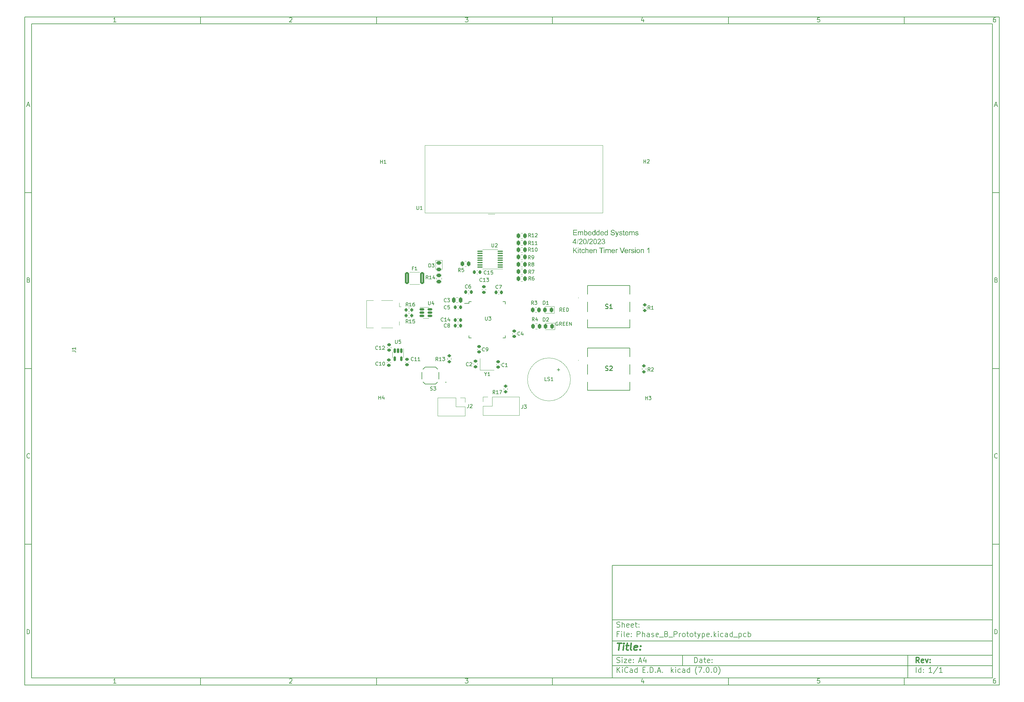
<source format=gbr>
%TF.GenerationSoftware,KiCad,Pcbnew,(7.0.0)*%
%TF.CreationDate,2023-04-24T03:13:22-06:00*%
%TF.ProjectId,Phase_B_Prototype,50686173-655f-4425-9f50-726f746f7479,rev?*%
%TF.SameCoordinates,Original*%
%TF.FileFunction,Legend,Top*%
%TF.FilePolarity,Positive*%
%FSLAX46Y46*%
G04 Gerber Fmt 4.6, Leading zero omitted, Abs format (unit mm)*
G04 Created by KiCad (PCBNEW (7.0.0)) date 2023-04-24 03:13:22*
%MOMM*%
%LPD*%
G01*
G04 APERTURE LIST*
G04 Aperture macros list*
%AMRoundRect*
0 Rectangle with rounded corners*
0 $1 Rounding radius*
0 $2 $3 $4 $5 $6 $7 $8 $9 X,Y pos of 4 corners*
0 Add a 4 corners polygon primitive as box body*
4,1,4,$2,$3,$4,$5,$6,$7,$8,$9,$2,$3,0*
0 Add four circle primitives for the rounded corners*
1,1,$1+$1,$2,$3*
1,1,$1+$1,$4,$5*
1,1,$1+$1,$6,$7*
1,1,$1+$1,$8,$9*
0 Add four rect primitives between the rounded corners*
20,1,$1+$1,$2,$3,$4,$5,0*
20,1,$1+$1,$4,$5,$6,$7,0*
20,1,$1+$1,$6,$7,$8,$9,0*
20,1,$1+$1,$8,$9,$2,$3,0*%
G04 Aperture macros list end*
%ADD10C,0.100000*%
%ADD11C,0.150000*%
%ADD12C,0.300000*%
%ADD13C,0.400000*%
%ADD14C,0.254000*%
%ADD15C,0.120000*%
%ADD16C,0.127000*%
%ADD17C,0.200000*%
%ADD18RoundRect,0.243750X-0.456250X0.243750X-0.456250X-0.243750X0.456250X-0.243750X0.456250X0.243750X0*%
%ADD19RoundRect,0.225000X-0.250000X0.225000X-0.250000X-0.225000X0.250000X-0.225000X0.250000X0.225000X0*%
%ADD20R,1.700000X1.700000*%
%ADD21O,1.700000X1.700000*%
%ADD22RoundRect,0.225000X0.225000X0.250000X-0.225000X0.250000X-0.225000X-0.250000X0.225000X-0.250000X0*%
%ADD23RoundRect,0.200000X-0.275000X0.200000X-0.275000X-0.200000X0.275000X-0.200000X0.275000X0.200000X0*%
%ADD24RoundRect,0.200000X-0.200000X-0.275000X0.200000X-0.275000X0.200000X0.275000X-0.200000X0.275000X0*%
%ADD25R,2.000000X2.000000*%
%ADD26C,2.000000*%
%ADD27C,1.000000*%
%ADD28R,2.000000X0.500000*%
%ADD29R,1.700000X2.000000*%
%ADD30RoundRect,0.250000X-0.262500X-0.450000X0.262500X-0.450000X0.262500X0.450000X-0.262500X0.450000X0*%
%ADD31RoundRect,0.250000X0.250000X0.475000X-0.250000X0.475000X-0.250000X-0.475000X0.250000X-0.475000X0*%
%ADD32R,1.000000X0.700000*%
%ADD33RoundRect,0.150000X-0.150000X0.512500X-0.150000X-0.512500X0.150000X-0.512500X0.150000X0.512500X0*%
%ADD34R,2.000000X1.500000*%
%ADD35R,1.500000X0.550000*%
%ADD36R,0.550000X1.500000*%
%ADD37RoundRect,0.150000X-0.512500X-0.150000X0.512500X-0.150000X0.512500X0.150000X-0.512500X0.150000X0*%
%ADD38C,3.000000*%
%ADD39R,1.400000X1.200000*%
%ADD40R,1.500000X1.500000*%
%ADD41C,1.500000*%
%ADD42RoundRect,0.225000X0.250000X-0.225000X0.250000X0.225000X-0.250000X0.225000X-0.250000X-0.225000X0*%
%ADD43RoundRect,0.243750X0.243750X0.456250X-0.243750X0.456250X-0.243750X-0.456250X0.243750X-0.456250X0*%
%ADD44RoundRect,0.250000X-0.312500X-1.450000X0.312500X-1.450000X0.312500X1.450000X-0.312500X1.450000X0*%
%ADD45RoundRect,0.250000X0.262500X0.450000X-0.262500X0.450000X-0.262500X-0.450000X0.262500X-0.450000X0*%
%ADD46RoundRect,0.100000X0.637500X0.100000X-0.637500X0.100000X-0.637500X-0.100000X0.637500X-0.100000X0*%
%ADD47RoundRect,0.250000X0.450000X-0.262500X0.450000X0.262500X-0.450000X0.262500X-0.450000X-0.262500X0*%
%TA.AperFunction,Profile*%
%ADD48C,0.150000*%
%TD*%
G04 APERTURE END LIST*
D10*
D11*
X177002200Y-166007200D02*
X285002200Y-166007200D01*
X285002200Y-198007200D01*
X177002200Y-198007200D01*
X177002200Y-166007200D01*
D10*
D11*
X10000000Y-10000000D02*
X287002200Y-10000000D01*
X287002200Y-200007200D01*
X10000000Y-200007200D01*
X10000000Y-10000000D01*
D10*
D11*
X12000000Y-12000000D02*
X285002200Y-12000000D01*
X285002200Y-198007200D01*
X12000000Y-198007200D01*
X12000000Y-12000000D01*
D10*
D11*
X60000000Y-12000000D02*
X60000000Y-10000000D01*
D10*
D11*
X110000000Y-12000000D02*
X110000000Y-10000000D01*
D10*
D11*
X160000000Y-12000000D02*
X160000000Y-10000000D01*
D10*
D11*
X210000000Y-12000000D02*
X210000000Y-10000000D01*
D10*
D11*
X260000000Y-12000000D02*
X260000000Y-10000000D01*
D10*
D11*
X35990476Y-11477595D02*
X35247619Y-11477595D01*
X35619047Y-11477595D02*
X35619047Y-10177595D01*
X35619047Y-10177595D02*
X35495238Y-10363309D01*
X35495238Y-10363309D02*
X35371428Y-10487119D01*
X35371428Y-10487119D02*
X35247619Y-10549023D01*
D10*
D11*
X85247619Y-10301404D02*
X85309523Y-10239500D01*
X85309523Y-10239500D02*
X85433333Y-10177595D01*
X85433333Y-10177595D02*
X85742857Y-10177595D01*
X85742857Y-10177595D02*
X85866666Y-10239500D01*
X85866666Y-10239500D02*
X85928571Y-10301404D01*
X85928571Y-10301404D02*
X85990476Y-10425214D01*
X85990476Y-10425214D02*
X85990476Y-10549023D01*
X85990476Y-10549023D02*
X85928571Y-10734738D01*
X85928571Y-10734738D02*
X85185714Y-11477595D01*
X85185714Y-11477595D02*
X85990476Y-11477595D01*
D10*
D11*
X135185714Y-10177595D02*
X135990476Y-10177595D01*
X135990476Y-10177595D02*
X135557142Y-10672833D01*
X135557142Y-10672833D02*
X135742857Y-10672833D01*
X135742857Y-10672833D02*
X135866666Y-10734738D01*
X135866666Y-10734738D02*
X135928571Y-10796642D01*
X135928571Y-10796642D02*
X135990476Y-10920452D01*
X135990476Y-10920452D02*
X135990476Y-11229976D01*
X135990476Y-11229976D02*
X135928571Y-11353785D01*
X135928571Y-11353785D02*
X135866666Y-11415690D01*
X135866666Y-11415690D02*
X135742857Y-11477595D01*
X135742857Y-11477595D02*
X135371428Y-11477595D01*
X135371428Y-11477595D02*
X135247619Y-11415690D01*
X135247619Y-11415690D02*
X135185714Y-11353785D01*
D10*
D11*
X185866666Y-10610928D02*
X185866666Y-11477595D01*
X185557142Y-10115690D02*
X185247619Y-11044261D01*
X185247619Y-11044261D02*
X186052380Y-11044261D01*
D10*
D11*
X235928571Y-10177595D02*
X235309523Y-10177595D01*
X235309523Y-10177595D02*
X235247619Y-10796642D01*
X235247619Y-10796642D02*
X235309523Y-10734738D01*
X235309523Y-10734738D02*
X235433333Y-10672833D01*
X235433333Y-10672833D02*
X235742857Y-10672833D01*
X235742857Y-10672833D02*
X235866666Y-10734738D01*
X235866666Y-10734738D02*
X235928571Y-10796642D01*
X235928571Y-10796642D02*
X235990476Y-10920452D01*
X235990476Y-10920452D02*
X235990476Y-11229976D01*
X235990476Y-11229976D02*
X235928571Y-11353785D01*
X235928571Y-11353785D02*
X235866666Y-11415690D01*
X235866666Y-11415690D02*
X235742857Y-11477595D01*
X235742857Y-11477595D02*
X235433333Y-11477595D01*
X235433333Y-11477595D02*
X235309523Y-11415690D01*
X235309523Y-11415690D02*
X235247619Y-11353785D01*
D10*
D11*
X285866666Y-10177595D02*
X285619047Y-10177595D01*
X285619047Y-10177595D02*
X285495238Y-10239500D01*
X285495238Y-10239500D02*
X285433333Y-10301404D01*
X285433333Y-10301404D02*
X285309523Y-10487119D01*
X285309523Y-10487119D02*
X285247619Y-10734738D01*
X285247619Y-10734738D02*
X285247619Y-11229976D01*
X285247619Y-11229976D02*
X285309523Y-11353785D01*
X285309523Y-11353785D02*
X285371428Y-11415690D01*
X285371428Y-11415690D02*
X285495238Y-11477595D01*
X285495238Y-11477595D02*
X285742857Y-11477595D01*
X285742857Y-11477595D02*
X285866666Y-11415690D01*
X285866666Y-11415690D02*
X285928571Y-11353785D01*
X285928571Y-11353785D02*
X285990476Y-11229976D01*
X285990476Y-11229976D02*
X285990476Y-10920452D01*
X285990476Y-10920452D02*
X285928571Y-10796642D01*
X285928571Y-10796642D02*
X285866666Y-10734738D01*
X285866666Y-10734738D02*
X285742857Y-10672833D01*
X285742857Y-10672833D02*
X285495238Y-10672833D01*
X285495238Y-10672833D02*
X285371428Y-10734738D01*
X285371428Y-10734738D02*
X285309523Y-10796642D01*
X285309523Y-10796642D02*
X285247619Y-10920452D01*
D10*
D11*
X60000000Y-198007200D02*
X60000000Y-200007200D01*
D10*
D11*
X110000000Y-198007200D02*
X110000000Y-200007200D01*
D10*
D11*
X160000000Y-198007200D02*
X160000000Y-200007200D01*
D10*
D11*
X210000000Y-198007200D02*
X210000000Y-200007200D01*
D10*
D11*
X260000000Y-198007200D02*
X260000000Y-200007200D01*
D10*
D11*
X35990476Y-199484795D02*
X35247619Y-199484795D01*
X35619047Y-199484795D02*
X35619047Y-198184795D01*
X35619047Y-198184795D02*
X35495238Y-198370509D01*
X35495238Y-198370509D02*
X35371428Y-198494319D01*
X35371428Y-198494319D02*
X35247619Y-198556223D01*
D10*
D11*
X85247619Y-198308604D02*
X85309523Y-198246700D01*
X85309523Y-198246700D02*
X85433333Y-198184795D01*
X85433333Y-198184795D02*
X85742857Y-198184795D01*
X85742857Y-198184795D02*
X85866666Y-198246700D01*
X85866666Y-198246700D02*
X85928571Y-198308604D01*
X85928571Y-198308604D02*
X85990476Y-198432414D01*
X85990476Y-198432414D02*
X85990476Y-198556223D01*
X85990476Y-198556223D02*
X85928571Y-198741938D01*
X85928571Y-198741938D02*
X85185714Y-199484795D01*
X85185714Y-199484795D02*
X85990476Y-199484795D01*
D10*
D11*
X135185714Y-198184795D02*
X135990476Y-198184795D01*
X135990476Y-198184795D02*
X135557142Y-198680033D01*
X135557142Y-198680033D02*
X135742857Y-198680033D01*
X135742857Y-198680033D02*
X135866666Y-198741938D01*
X135866666Y-198741938D02*
X135928571Y-198803842D01*
X135928571Y-198803842D02*
X135990476Y-198927652D01*
X135990476Y-198927652D02*
X135990476Y-199237176D01*
X135990476Y-199237176D02*
X135928571Y-199360985D01*
X135928571Y-199360985D02*
X135866666Y-199422890D01*
X135866666Y-199422890D02*
X135742857Y-199484795D01*
X135742857Y-199484795D02*
X135371428Y-199484795D01*
X135371428Y-199484795D02*
X135247619Y-199422890D01*
X135247619Y-199422890D02*
X135185714Y-199360985D01*
D10*
D11*
X185866666Y-198618128D02*
X185866666Y-199484795D01*
X185557142Y-198122890D02*
X185247619Y-199051461D01*
X185247619Y-199051461D02*
X186052380Y-199051461D01*
D10*
D11*
X235928571Y-198184795D02*
X235309523Y-198184795D01*
X235309523Y-198184795D02*
X235247619Y-198803842D01*
X235247619Y-198803842D02*
X235309523Y-198741938D01*
X235309523Y-198741938D02*
X235433333Y-198680033D01*
X235433333Y-198680033D02*
X235742857Y-198680033D01*
X235742857Y-198680033D02*
X235866666Y-198741938D01*
X235866666Y-198741938D02*
X235928571Y-198803842D01*
X235928571Y-198803842D02*
X235990476Y-198927652D01*
X235990476Y-198927652D02*
X235990476Y-199237176D01*
X235990476Y-199237176D02*
X235928571Y-199360985D01*
X235928571Y-199360985D02*
X235866666Y-199422890D01*
X235866666Y-199422890D02*
X235742857Y-199484795D01*
X235742857Y-199484795D02*
X235433333Y-199484795D01*
X235433333Y-199484795D02*
X235309523Y-199422890D01*
X235309523Y-199422890D02*
X235247619Y-199360985D01*
D10*
D11*
X285866666Y-198184795D02*
X285619047Y-198184795D01*
X285619047Y-198184795D02*
X285495238Y-198246700D01*
X285495238Y-198246700D02*
X285433333Y-198308604D01*
X285433333Y-198308604D02*
X285309523Y-198494319D01*
X285309523Y-198494319D02*
X285247619Y-198741938D01*
X285247619Y-198741938D02*
X285247619Y-199237176D01*
X285247619Y-199237176D02*
X285309523Y-199360985D01*
X285309523Y-199360985D02*
X285371428Y-199422890D01*
X285371428Y-199422890D02*
X285495238Y-199484795D01*
X285495238Y-199484795D02*
X285742857Y-199484795D01*
X285742857Y-199484795D02*
X285866666Y-199422890D01*
X285866666Y-199422890D02*
X285928571Y-199360985D01*
X285928571Y-199360985D02*
X285990476Y-199237176D01*
X285990476Y-199237176D02*
X285990476Y-198927652D01*
X285990476Y-198927652D02*
X285928571Y-198803842D01*
X285928571Y-198803842D02*
X285866666Y-198741938D01*
X285866666Y-198741938D02*
X285742857Y-198680033D01*
X285742857Y-198680033D02*
X285495238Y-198680033D01*
X285495238Y-198680033D02*
X285371428Y-198741938D01*
X285371428Y-198741938D02*
X285309523Y-198803842D01*
X285309523Y-198803842D02*
X285247619Y-198927652D01*
D10*
D11*
X10000000Y-60000000D02*
X12000000Y-60000000D01*
D10*
D11*
X10000000Y-110000000D02*
X12000000Y-110000000D01*
D10*
D11*
X10000000Y-160000000D02*
X12000000Y-160000000D01*
D10*
D11*
X10690476Y-35106166D02*
X11309523Y-35106166D01*
X10566666Y-35477595D02*
X10999999Y-34177595D01*
X10999999Y-34177595D02*
X11433333Y-35477595D01*
D10*
D11*
X11092857Y-84796642D02*
X11278571Y-84858547D01*
X11278571Y-84858547D02*
X11340476Y-84920452D01*
X11340476Y-84920452D02*
X11402380Y-85044261D01*
X11402380Y-85044261D02*
X11402380Y-85229976D01*
X11402380Y-85229976D02*
X11340476Y-85353785D01*
X11340476Y-85353785D02*
X11278571Y-85415690D01*
X11278571Y-85415690D02*
X11154761Y-85477595D01*
X11154761Y-85477595D02*
X10659523Y-85477595D01*
X10659523Y-85477595D02*
X10659523Y-84177595D01*
X10659523Y-84177595D02*
X11092857Y-84177595D01*
X11092857Y-84177595D02*
X11216666Y-84239500D01*
X11216666Y-84239500D02*
X11278571Y-84301404D01*
X11278571Y-84301404D02*
X11340476Y-84425214D01*
X11340476Y-84425214D02*
X11340476Y-84549023D01*
X11340476Y-84549023D02*
X11278571Y-84672833D01*
X11278571Y-84672833D02*
X11216666Y-84734738D01*
X11216666Y-84734738D02*
X11092857Y-84796642D01*
X11092857Y-84796642D02*
X10659523Y-84796642D01*
D10*
D11*
X11402380Y-135353785D02*
X11340476Y-135415690D01*
X11340476Y-135415690D02*
X11154761Y-135477595D01*
X11154761Y-135477595D02*
X11030952Y-135477595D01*
X11030952Y-135477595D02*
X10845238Y-135415690D01*
X10845238Y-135415690D02*
X10721428Y-135291880D01*
X10721428Y-135291880D02*
X10659523Y-135168071D01*
X10659523Y-135168071D02*
X10597619Y-134920452D01*
X10597619Y-134920452D02*
X10597619Y-134734738D01*
X10597619Y-134734738D02*
X10659523Y-134487119D01*
X10659523Y-134487119D02*
X10721428Y-134363309D01*
X10721428Y-134363309D02*
X10845238Y-134239500D01*
X10845238Y-134239500D02*
X11030952Y-134177595D01*
X11030952Y-134177595D02*
X11154761Y-134177595D01*
X11154761Y-134177595D02*
X11340476Y-134239500D01*
X11340476Y-134239500D02*
X11402380Y-134301404D01*
D10*
D11*
X10659523Y-185477595D02*
X10659523Y-184177595D01*
X10659523Y-184177595D02*
X10969047Y-184177595D01*
X10969047Y-184177595D02*
X11154761Y-184239500D01*
X11154761Y-184239500D02*
X11278571Y-184363309D01*
X11278571Y-184363309D02*
X11340476Y-184487119D01*
X11340476Y-184487119D02*
X11402380Y-184734738D01*
X11402380Y-184734738D02*
X11402380Y-184920452D01*
X11402380Y-184920452D02*
X11340476Y-185168071D01*
X11340476Y-185168071D02*
X11278571Y-185291880D01*
X11278571Y-185291880D02*
X11154761Y-185415690D01*
X11154761Y-185415690D02*
X10969047Y-185477595D01*
X10969047Y-185477595D02*
X10659523Y-185477595D01*
D10*
D11*
X287002200Y-60000000D02*
X285002200Y-60000000D01*
D10*
D11*
X287002200Y-110000000D02*
X285002200Y-110000000D01*
D10*
D11*
X287002200Y-160000000D02*
X285002200Y-160000000D01*
D10*
D11*
X285692676Y-35106166D02*
X286311723Y-35106166D01*
X285568866Y-35477595D02*
X286002199Y-34177595D01*
X286002199Y-34177595D02*
X286435533Y-35477595D01*
D10*
D11*
X286095057Y-84796642D02*
X286280771Y-84858547D01*
X286280771Y-84858547D02*
X286342676Y-84920452D01*
X286342676Y-84920452D02*
X286404580Y-85044261D01*
X286404580Y-85044261D02*
X286404580Y-85229976D01*
X286404580Y-85229976D02*
X286342676Y-85353785D01*
X286342676Y-85353785D02*
X286280771Y-85415690D01*
X286280771Y-85415690D02*
X286156961Y-85477595D01*
X286156961Y-85477595D02*
X285661723Y-85477595D01*
X285661723Y-85477595D02*
X285661723Y-84177595D01*
X285661723Y-84177595D02*
X286095057Y-84177595D01*
X286095057Y-84177595D02*
X286218866Y-84239500D01*
X286218866Y-84239500D02*
X286280771Y-84301404D01*
X286280771Y-84301404D02*
X286342676Y-84425214D01*
X286342676Y-84425214D02*
X286342676Y-84549023D01*
X286342676Y-84549023D02*
X286280771Y-84672833D01*
X286280771Y-84672833D02*
X286218866Y-84734738D01*
X286218866Y-84734738D02*
X286095057Y-84796642D01*
X286095057Y-84796642D02*
X285661723Y-84796642D01*
D10*
D11*
X286404580Y-135353785D02*
X286342676Y-135415690D01*
X286342676Y-135415690D02*
X286156961Y-135477595D01*
X286156961Y-135477595D02*
X286033152Y-135477595D01*
X286033152Y-135477595D02*
X285847438Y-135415690D01*
X285847438Y-135415690D02*
X285723628Y-135291880D01*
X285723628Y-135291880D02*
X285661723Y-135168071D01*
X285661723Y-135168071D02*
X285599819Y-134920452D01*
X285599819Y-134920452D02*
X285599819Y-134734738D01*
X285599819Y-134734738D02*
X285661723Y-134487119D01*
X285661723Y-134487119D02*
X285723628Y-134363309D01*
X285723628Y-134363309D02*
X285847438Y-134239500D01*
X285847438Y-134239500D02*
X286033152Y-134177595D01*
X286033152Y-134177595D02*
X286156961Y-134177595D01*
X286156961Y-134177595D02*
X286342676Y-134239500D01*
X286342676Y-134239500D02*
X286404580Y-134301404D01*
D10*
D11*
X285661723Y-185477595D02*
X285661723Y-184177595D01*
X285661723Y-184177595D02*
X285971247Y-184177595D01*
X285971247Y-184177595D02*
X286156961Y-184239500D01*
X286156961Y-184239500D02*
X286280771Y-184363309D01*
X286280771Y-184363309D02*
X286342676Y-184487119D01*
X286342676Y-184487119D02*
X286404580Y-184734738D01*
X286404580Y-184734738D02*
X286404580Y-184920452D01*
X286404580Y-184920452D02*
X286342676Y-185168071D01*
X286342676Y-185168071D02*
X286280771Y-185291880D01*
X286280771Y-185291880D02*
X286156961Y-185415690D01*
X286156961Y-185415690D02*
X285971247Y-185477595D01*
X285971247Y-185477595D02*
X285661723Y-185477595D01*
D10*
D11*
X200359342Y-193658271D02*
X200359342Y-192158271D01*
X200359342Y-192158271D02*
X200716485Y-192158271D01*
X200716485Y-192158271D02*
X200930771Y-192229700D01*
X200930771Y-192229700D02*
X201073628Y-192372557D01*
X201073628Y-192372557D02*
X201145057Y-192515414D01*
X201145057Y-192515414D02*
X201216485Y-192801128D01*
X201216485Y-192801128D02*
X201216485Y-193015414D01*
X201216485Y-193015414D02*
X201145057Y-193301128D01*
X201145057Y-193301128D02*
X201073628Y-193443985D01*
X201073628Y-193443985D02*
X200930771Y-193586842D01*
X200930771Y-193586842D02*
X200716485Y-193658271D01*
X200716485Y-193658271D02*
X200359342Y-193658271D01*
X202502200Y-193658271D02*
X202502200Y-192872557D01*
X202502200Y-192872557D02*
X202430771Y-192729700D01*
X202430771Y-192729700D02*
X202287914Y-192658271D01*
X202287914Y-192658271D02*
X202002200Y-192658271D01*
X202002200Y-192658271D02*
X201859342Y-192729700D01*
X202502200Y-193586842D02*
X202359342Y-193658271D01*
X202359342Y-193658271D02*
X202002200Y-193658271D01*
X202002200Y-193658271D02*
X201859342Y-193586842D01*
X201859342Y-193586842D02*
X201787914Y-193443985D01*
X201787914Y-193443985D02*
X201787914Y-193301128D01*
X201787914Y-193301128D02*
X201859342Y-193158271D01*
X201859342Y-193158271D02*
X202002200Y-193086842D01*
X202002200Y-193086842D02*
X202359342Y-193086842D01*
X202359342Y-193086842D02*
X202502200Y-193015414D01*
X203002200Y-192658271D02*
X203573628Y-192658271D01*
X203216485Y-192158271D02*
X203216485Y-193443985D01*
X203216485Y-193443985D02*
X203287914Y-193586842D01*
X203287914Y-193586842D02*
X203430771Y-193658271D01*
X203430771Y-193658271D02*
X203573628Y-193658271D01*
X204645057Y-193586842D02*
X204502200Y-193658271D01*
X204502200Y-193658271D02*
X204216486Y-193658271D01*
X204216486Y-193658271D02*
X204073628Y-193586842D01*
X204073628Y-193586842D02*
X204002200Y-193443985D01*
X204002200Y-193443985D02*
X204002200Y-192872557D01*
X204002200Y-192872557D02*
X204073628Y-192729700D01*
X204073628Y-192729700D02*
X204216486Y-192658271D01*
X204216486Y-192658271D02*
X204502200Y-192658271D01*
X204502200Y-192658271D02*
X204645057Y-192729700D01*
X204645057Y-192729700D02*
X204716486Y-192872557D01*
X204716486Y-192872557D02*
X204716486Y-193015414D01*
X204716486Y-193015414D02*
X204002200Y-193158271D01*
X205359342Y-193515414D02*
X205430771Y-193586842D01*
X205430771Y-193586842D02*
X205359342Y-193658271D01*
X205359342Y-193658271D02*
X205287914Y-193586842D01*
X205287914Y-193586842D02*
X205359342Y-193515414D01*
X205359342Y-193515414D02*
X205359342Y-193658271D01*
X205359342Y-192729700D02*
X205430771Y-192801128D01*
X205430771Y-192801128D02*
X205359342Y-192872557D01*
X205359342Y-192872557D02*
X205287914Y-192801128D01*
X205287914Y-192801128D02*
X205359342Y-192729700D01*
X205359342Y-192729700D02*
X205359342Y-192872557D01*
D10*
D11*
X177002200Y-194507200D02*
X285002200Y-194507200D01*
D10*
D11*
X178359342Y-196458271D02*
X178359342Y-194958271D01*
X179216485Y-196458271D02*
X178573628Y-195601128D01*
X179216485Y-194958271D02*
X178359342Y-195815414D01*
X179859342Y-196458271D02*
X179859342Y-195458271D01*
X179859342Y-194958271D02*
X179787914Y-195029700D01*
X179787914Y-195029700D02*
X179859342Y-195101128D01*
X179859342Y-195101128D02*
X179930771Y-195029700D01*
X179930771Y-195029700D02*
X179859342Y-194958271D01*
X179859342Y-194958271D02*
X179859342Y-195101128D01*
X181430771Y-196315414D02*
X181359343Y-196386842D01*
X181359343Y-196386842D02*
X181145057Y-196458271D01*
X181145057Y-196458271D02*
X181002200Y-196458271D01*
X181002200Y-196458271D02*
X180787914Y-196386842D01*
X180787914Y-196386842D02*
X180645057Y-196243985D01*
X180645057Y-196243985D02*
X180573628Y-196101128D01*
X180573628Y-196101128D02*
X180502200Y-195815414D01*
X180502200Y-195815414D02*
X180502200Y-195601128D01*
X180502200Y-195601128D02*
X180573628Y-195315414D01*
X180573628Y-195315414D02*
X180645057Y-195172557D01*
X180645057Y-195172557D02*
X180787914Y-195029700D01*
X180787914Y-195029700D02*
X181002200Y-194958271D01*
X181002200Y-194958271D02*
X181145057Y-194958271D01*
X181145057Y-194958271D02*
X181359343Y-195029700D01*
X181359343Y-195029700D02*
X181430771Y-195101128D01*
X182716486Y-196458271D02*
X182716486Y-195672557D01*
X182716486Y-195672557D02*
X182645057Y-195529700D01*
X182645057Y-195529700D02*
X182502200Y-195458271D01*
X182502200Y-195458271D02*
X182216486Y-195458271D01*
X182216486Y-195458271D02*
X182073628Y-195529700D01*
X182716486Y-196386842D02*
X182573628Y-196458271D01*
X182573628Y-196458271D02*
X182216486Y-196458271D01*
X182216486Y-196458271D02*
X182073628Y-196386842D01*
X182073628Y-196386842D02*
X182002200Y-196243985D01*
X182002200Y-196243985D02*
X182002200Y-196101128D01*
X182002200Y-196101128D02*
X182073628Y-195958271D01*
X182073628Y-195958271D02*
X182216486Y-195886842D01*
X182216486Y-195886842D02*
X182573628Y-195886842D01*
X182573628Y-195886842D02*
X182716486Y-195815414D01*
X184073629Y-196458271D02*
X184073629Y-194958271D01*
X184073629Y-196386842D02*
X183930771Y-196458271D01*
X183930771Y-196458271D02*
X183645057Y-196458271D01*
X183645057Y-196458271D02*
X183502200Y-196386842D01*
X183502200Y-196386842D02*
X183430771Y-196315414D01*
X183430771Y-196315414D02*
X183359343Y-196172557D01*
X183359343Y-196172557D02*
X183359343Y-195743985D01*
X183359343Y-195743985D02*
X183430771Y-195601128D01*
X183430771Y-195601128D02*
X183502200Y-195529700D01*
X183502200Y-195529700D02*
X183645057Y-195458271D01*
X183645057Y-195458271D02*
X183930771Y-195458271D01*
X183930771Y-195458271D02*
X184073629Y-195529700D01*
X185687914Y-195672557D02*
X186187914Y-195672557D01*
X186402200Y-196458271D02*
X185687914Y-196458271D01*
X185687914Y-196458271D02*
X185687914Y-194958271D01*
X185687914Y-194958271D02*
X186402200Y-194958271D01*
X187045057Y-196315414D02*
X187116486Y-196386842D01*
X187116486Y-196386842D02*
X187045057Y-196458271D01*
X187045057Y-196458271D02*
X186973629Y-196386842D01*
X186973629Y-196386842D02*
X187045057Y-196315414D01*
X187045057Y-196315414D02*
X187045057Y-196458271D01*
X187759343Y-196458271D02*
X187759343Y-194958271D01*
X187759343Y-194958271D02*
X188116486Y-194958271D01*
X188116486Y-194958271D02*
X188330772Y-195029700D01*
X188330772Y-195029700D02*
X188473629Y-195172557D01*
X188473629Y-195172557D02*
X188545058Y-195315414D01*
X188545058Y-195315414D02*
X188616486Y-195601128D01*
X188616486Y-195601128D02*
X188616486Y-195815414D01*
X188616486Y-195815414D02*
X188545058Y-196101128D01*
X188545058Y-196101128D02*
X188473629Y-196243985D01*
X188473629Y-196243985D02*
X188330772Y-196386842D01*
X188330772Y-196386842D02*
X188116486Y-196458271D01*
X188116486Y-196458271D02*
X187759343Y-196458271D01*
X189259343Y-196315414D02*
X189330772Y-196386842D01*
X189330772Y-196386842D02*
X189259343Y-196458271D01*
X189259343Y-196458271D02*
X189187915Y-196386842D01*
X189187915Y-196386842D02*
X189259343Y-196315414D01*
X189259343Y-196315414D02*
X189259343Y-196458271D01*
X189902201Y-196029700D02*
X190616487Y-196029700D01*
X189759344Y-196458271D02*
X190259344Y-194958271D01*
X190259344Y-194958271D02*
X190759344Y-196458271D01*
X191259343Y-196315414D02*
X191330772Y-196386842D01*
X191330772Y-196386842D02*
X191259343Y-196458271D01*
X191259343Y-196458271D02*
X191187915Y-196386842D01*
X191187915Y-196386842D02*
X191259343Y-196315414D01*
X191259343Y-196315414D02*
X191259343Y-196458271D01*
X193773629Y-196458271D02*
X193773629Y-194958271D01*
X193916487Y-195886842D02*
X194345058Y-196458271D01*
X194345058Y-195458271D02*
X193773629Y-196029700D01*
X194987915Y-196458271D02*
X194987915Y-195458271D01*
X194987915Y-194958271D02*
X194916487Y-195029700D01*
X194916487Y-195029700D02*
X194987915Y-195101128D01*
X194987915Y-195101128D02*
X195059344Y-195029700D01*
X195059344Y-195029700D02*
X194987915Y-194958271D01*
X194987915Y-194958271D02*
X194987915Y-195101128D01*
X196345059Y-196386842D02*
X196202201Y-196458271D01*
X196202201Y-196458271D02*
X195916487Y-196458271D01*
X195916487Y-196458271D02*
X195773630Y-196386842D01*
X195773630Y-196386842D02*
X195702201Y-196315414D01*
X195702201Y-196315414D02*
X195630773Y-196172557D01*
X195630773Y-196172557D02*
X195630773Y-195743985D01*
X195630773Y-195743985D02*
X195702201Y-195601128D01*
X195702201Y-195601128D02*
X195773630Y-195529700D01*
X195773630Y-195529700D02*
X195916487Y-195458271D01*
X195916487Y-195458271D02*
X196202201Y-195458271D01*
X196202201Y-195458271D02*
X196345059Y-195529700D01*
X197630773Y-196458271D02*
X197630773Y-195672557D01*
X197630773Y-195672557D02*
X197559344Y-195529700D01*
X197559344Y-195529700D02*
X197416487Y-195458271D01*
X197416487Y-195458271D02*
X197130773Y-195458271D01*
X197130773Y-195458271D02*
X196987915Y-195529700D01*
X197630773Y-196386842D02*
X197487915Y-196458271D01*
X197487915Y-196458271D02*
X197130773Y-196458271D01*
X197130773Y-196458271D02*
X196987915Y-196386842D01*
X196987915Y-196386842D02*
X196916487Y-196243985D01*
X196916487Y-196243985D02*
X196916487Y-196101128D01*
X196916487Y-196101128D02*
X196987915Y-195958271D01*
X196987915Y-195958271D02*
X197130773Y-195886842D01*
X197130773Y-195886842D02*
X197487915Y-195886842D01*
X197487915Y-195886842D02*
X197630773Y-195815414D01*
X198987916Y-196458271D02*
X198987916Y-194958271D01*
X198987916Y-196386842D02*
X198845058Y-196458271D01*
X198845058Y-196458271D02*
X198559344Y-196458271D01*
X198559344Y-196458271D02*
X198416487Y-196386842D01*
X198416487Y-196386842D02*
X198345058Y-196315414D01*
X198345058Y-196315414D02*
X198273630Y-196172557D01*
X198273630Y-196172557D02*
X198273630Y-195743985D01*
X198273630Y-195743985D02*
X198345058Y-195601128D01*
X198345058Y-195601128D02*
X198416487Y-195529700D01*
X198416487Y-195529700D02*
X198559344Y-195458271D01*
X198559344Y-195458271D02*
X198845058Y-195458271D01*
X198845058Y-195458271D02*
X198987916Y-195529700D01*
X201030773Y-197029700D02*
X200959344Y-196958271D01*
X200959344Y-196958271D02*
X200816487Y-196743985D01*
X200816487Y-196743985D02*
X200745059Y-196601128D01*
X200745059Y-196601128D02*
X200673630Y-196386842D01*
X200673630Y-196386842D02*
X200602201Y-196029700D01*
X200602201Y-196029700D02*
X200602201Y-195743985D01*
X200602201Y-195743985D02*
X200673630Y-195386842D01*
X200673630Y-195386842D02*
X200745059Y-195172557D01*
X200745059Y-195172557D02*
X200816487Y-195029700D01*
X200816487Y-195029700D02*
X200959344Y-194815414D01*
X200959344Y-194815414D02*
X201030773Y-194743985D01*
X201459344Y-194958271D02*
X202459344Y-194958271D01*
X202459344Y-194958271D02*
X201816487Y-196458271D01*
X203030772Y-196315414D02*
X203102201Y-196386842D01*
X203102201Y-196386842D02*
X203030772Y-196458271D01*
X203030772Y-196458271D02*
X202959344Y-196386842D01*
X202959344Y-196386842D02*
X203030772Y-196315414D01*
X203030772Y-196315414D02*
X203030772Y-196458271D01*
X204030773Y-194958271D02*
X204173630Y-194958271D01*
X204173630Y-194958271D02*
X204316487Y-195029700D01*
X204316487Y-195029700D02*
X204387916Y-195101128D01*
X204387916Y-195101128D02*
X204459344Y-195243985D01*
X204459344Y-195243985D02*
X204530773Y-195529700D01*
X204530773Y-195529700D02*
X204530773Y-195886842D01*
X204530773Y-195886842D02*
X204459344Y-196172557D01*
X204459344Y-196172557D02*
X204387916Y-196315414D01*
X204387916Y-196315414D02*
X204316487Y-196386842D01*
X204316487Y-196386842D02*
X204173630Y-196458271D01*
X204173630Y-196458271D02*
X204030773Y-196458271D01*
X204030773Y-196458271D02*
X203887916Y-196386842D01*
X203887916Y-196386842D02*
X203816487Y-196315414D01*
X203816487Y-196315414D02*
X203745058Y-196172557D01*
X203745058Y-196172557D02*
X203673630Y-195886842D01*
X203673630Y-195886842D02*
X203673630Y-195529700D01*
X203673630Y-195529700D02*
X203745058Y-195243985D01*
X203745058Y-195243985D02*
X203816487Y-195101128D01*
X203816487Y-195101128D02*
X203887916Y-195029700D01*
X203887916Y-195029700D02*
X204030773Y-194958271D01*
X205173629Y-196315414D02*
X205245058Y-196386842D01*
X205245058Y-196386842D02*
X205173629Y-196458271D01*
X205173629Y-196458271D02*
X205102201Y-196386842D01*
X205102201Y-196386842D02*
X205173629Y-196315414D01*
X205173629Y-196315414D02*
X205173629Y-196458271D01*
X206173630Y-194958271D02*
X206316487Y-194958271D01*
X206316487Y-194958271D02*
X206459344Y-195029700D01*
X206459344Y-195029700D02*
X206530773Y-195101128D01*
X206530773Y-195101128D02*
X206602201Y-195243985D01*
X206602201Y-195243985D02*
X206673630Y-195529700D01*
X206673630Y-195529700D02*
X206673630Y-195886842D01*
X206673630Y-195886842D02*
X206602201Y-196172557D01*
X206602201Y-196172557D02*
X206530773Y-196315414D01*
X206530773Y-196315414D02*
X206459344Y-196386842D01*
X206459344Y-196386842D02*
X206316487Y-196458271D01*
X206316487Y-196458271D02*
X206173630Y-196458271D01*
X206173630Y-196458271D02*
X206030773Y-196386842D01*
X206030773Y-196386842D02*
X205959344Y-196315414D01*
X205959344Y-196315414D02*
X205887915Y-196172557D01*
X205887915Y-196172557D02*
X205816487Y-195886842D01*
X205816487Y-195886842D02*
X205816487Y-195529700D01*
X205816487Y-195529700D02*
X205887915Y-195243985D01*
X205887915Y-195243985D02*
X205959344Y-195101128D01*
X205959344Y-195101128D02*
X206030773Y-195029700D01*
X206030773Y-195029700D02*
X206173630Y-194958271D01*
X207173629Y-197029700D02*
X207245058Y-196958271D01*
X207245058Y-196958271D02*
X207387915Y-196743985D01*
X207387915Y-196743985D02*
X207459344Y-196601128D01*
X207459344Y-196601128D02*
X207530772Y-196386842D01*
X207530772Y-196386842D02*
X207602201Y-196029700D01*
X207602201Y-196029700D02*
X207602201Y-195743985D01*
X207602201Y-195743985D02*
X207530772Y-195386842D01*
X207530772Y-195386842D02*
X207459344Y-195172557D01*
X207459344Y-195172557D02*
X207387915Y-195029700D01*
X207387915Y-195029700D02*
X207245058Y-194815414D01*
X207245058Y-194815414D02*
X207173629Y-194743985D01*
D10*
D11*
X177002200Y-191507200D02*
X285002200Y-191507200D01*
D10*
D12*
X264216485Y-193658271D02*
X263716485Y-192943985D01*
X263359342Y-193658271D02*
X263359342Y-192158271D01*
X263359342Y-192158271D02*
X263930771Y-192158271D01*
X263930771Y-192158271D02*
X264073628Y-192229700D01*
X264073628Y-192229700D02*
X264145057Y-192301128D01*
X264145057Y-192301128D02*
X264216485Y-192443985D01*
X264216485Y-192443985D02*
X264216485Y-192658271D01*
X264216485Y-192658271D02*
X264145057Y-192801128D01*
X264145057Y-192801128D02*
X264073628Y-192872557D01*
X264073628Y-192872557D02*
X263930771Y-192943985D01*
X263930771Y-192943985D02*
X263359342Y-192943985D01*
X265430771Y-193586842D02*
X265287914Y-193658271D01*
X265287914Y-193658271D02*
X265002200Y-193658271D01*
X265002200Y-193658271D02*
X264859342Y-193586842D01*
X264859342Y-193586842D02*
X264787914Y-193443985D01*
X264787914Y-193443985D02*
X264787914Y-192872557D01*
X264787914Y-192872557D02*
X264859342Y-192729700D01*
X264859342Y-192729700D02*
X265002200Y-192658271D01*
X265002200Y-192658271D02*
X265287914Y-192658271D01*
X265287914Y-192658271D02*
X265430771Y-192729700D01*
X265430771Y-192729700D02*
X265502200Y-192872557D01*
X265502200Y-192872557D02*
X265502200Y-193015414D01*
X265502200Y-193015414D02*
X264787914Y-193158271D01*
X266002199Y-192658271D02*
X266359342Y-193658271D01*
X266359342Y-193658271D02*
X266716485Y-192658271D01*
X267287913Y-193515414D02*
X267359342Y-193586842D01*
X267359342Y-193586842D02*
X267287913Y-193658271D01*
X267287913Y-193658271D02*
X267216485Y-193586842D01*
X267216485Y-193586842D02*
X267287913Y-193515414D01*
X267287913Y-193515414D02*
X267287913Y-193658271D01*
X267287913Y-192729700D02*
X267359342Y-192801128D01*
X267359342Y-192801128D02*
X267287913Y-192872557D01*
X267287913Y-192872557D02*
X267216485Y-192801128D01*
X267216485Y-192801128D02*
X267287913Y-192729700D01*
X267287913Y-192729700D02*
X267287913Y-192872557D01*
D10*
D11*
X178287914Y-193586842D02*
X178502200Y-193658271D01*
X178502200Y-193658271D02*
X178859342Y-193658271D01*
X178859342Y-193658271D02*
X179002200Y-193586842D01*
X179002200Y-193586842D02*
X179073628Y-193515414D01*
X179073628Y-193515414D02*
X179145057Y-193372557D01*
X179145057Y-193372557D02*
X179145057Y-193229700D01*
X179145057Y-193229700D02*
X179073628Y-193086842D01*
X179073628Y-193086842D02*
X179002200Y-193015414D01*
X179002200Y-193015414D02*
X178859342Y-192943985D01*
X178859342Y-192943985D02*
X178573628Y-192872557D01*
X178573628Y-192872557D02*
X178430771Y-192801128D01*
X178430771Y-192801128D02*
X178359342Y-192729700D01*
X178359342Y-192729700D02*
X178287914Y-192586842D01*
X178287914Y-192586842D02*
X178287914Y-192443985D01*
X178287914Y-192443985D02*
X178359342Y-192301128D01*
X178359342Y-192301128D02*
X178430771Y-192229700D01*
X178430771Y-192229700D02*
X178573628Y-192158271D01*
X178573628Y-192158271D02*
X178930771Y-192158271D01*
X178930771Y-192158271D02*
X179145057Y-192229700D01*
X179787913Y-193658271D02*
X179787913Y-192658271D01*
X179787913Y-192158271D02*
X179716485Y-192229700D01*
X179716485Y-192229700D02*
X179787913Y-192301128D01*
X179787913Y-192301128D02*
X179859342Y-192229700D01*
X179859342Y-192229700D02*
X179787913Y-192158271D01*
X179787913Y-192158271D02*
X179787913Y-192301128D01*
X180359342Y-192658271D02*
X181145057Y-192658271D01*
X181145057Y-192658271D02*
X180359342Y-193658271D01*
X180359342Y-193658271D02*
X181145057Y-193658271D01*
X182287914Y-193586842D02*
X182145057Y-193658271D01*
X182145057Y-193658271D02*
X181859343Y-193658271D01*
X181859343Y-193658271D02*
X181716485Y-193586842D01*
X181716485Y-193586842D02*
X181645057Y-193443985D01*
X181645057Y-193443985D02*
X181645057Y-192872557D01*
X181645057Y-192872557D02*
X181716485Y-192729700D01*
X181716485Y-192729700D02*
X181859343Y-192658271D01*
X181859343Y-192658271D02*
X182145057Y-192658271D01*
X182145057Y-192658271D02*
X182287914Y-192729700D01*
X182287914Y-192729700D02*
X182359343Y-192872557D01*
X182359343Y-192872557D02*
X182359343Y-193015414D01*
X182359343Y-193015414D02*
X181645057Y-193158271D01*
X183002199Y-193515414D02*
X183073628Y-193586842D01*
X183073628Y-193586842D02*
X183002199Y-193658271D01*
X183002199Y-193658271D02*
X182930771Y-193586842D01*
X182930771Y-193586842D02*
X183002199Y-193515414D01*
X183002199Y-193515414D02*
X183002199Y-193658271D01*
X183002199Y-192729700D02*
X183073628Y-192801128D01*
X183073628Y-192801128D02*
X183002199Y-192872557D01*
X183002199Y-192872557D02*
X182930771Y-192801128D01*
X182930771Y-192801128D02*
X183002199Y-192729700D01*
X183002199Y-192729700D02*
X183002199Y-192872557D01*
X184545057Y-193229700D02*
X185259343Y-193229700D01*
X184402200Y-193658271D02*
X184902200Y-192158271D01*
X184902200Y-192158271D02*
X185402200Y-193658271D01*
X186545057Y-192658271D02*
X186545057Y-193658271D01*
X186187914Y-192086842D02*
X185830771Y-193158271D01*
X185830771Y-193158271D02*
X186759342Y-193158271D01*
D10*
D11*
X263359342Y-196458271D02*
X263359342Y-194958271D01*
X264716486Y-196458271D02*
X264716486Y-194958271D01*
X264716486Y-196386842D02*
X264573628Y-196458271D01*
X264573628Y-196458271D02*
X264287914Y-196458271D01*
X264287914Y-196458271D02*
X264145057Y-196386842D01*
X264145057Y-196386842D02*
X264073628Y-196315414D01*
X264073628Y-196315414D02*
X264002200Y-196172557D01*
X264002200Y-196172557D02*
X264002200Y-195743985D01*
X264002200Y-195743985D02*
X264073628Y-195601128D01*
X264073628Y-195601128D02*
X264145057Y-195529700D01*
X264145057Y-195529700D02*
X264287914Y-195458271D01*
X264287914Y-195458271D02*
X264573628Y-195458271D01*
X264573628Y-195458271D02*
X264716486Y-195529700D01*
X265430771Y-196315414D02*
X265502200Y-196386842D01*
X265502200Y-196386842D02*
X265430771Y-196458271D01*
X265430771Y-196458271D02*
X265359343Y-196386842D01*
X265359343Y-196386842D02*
X265430771Y-196315414D01*
X265430771Y-196315414D02*
X265430771Y-196458271D01*
X265430771Y-195529700D02*
X265502200Y-195601128D01*
X265502200Y-195601128D02*
X265430771Y-195672557D01*
X265430771Y-195672557D02*
X265359343Y-195601128D01*
X265359343Y-195601128D02*
X265430771Y-195529700D01*
X265430771Y-195529700D02*
X265430771Y-195672557D01*
X267830772Y-196458271D02*
X266973629Y-196458271D01*
X267402200Y-196458271D02*
X267402200Y-194958271D01*
X267402200Y-194958271D02*
X267259343Y-195172557D01*
X267259343Y-195172557D02*
X267116486Y-195315414D01*
X267116486Y-195315414D02*
X266973629Y-195386842D01*
X269545057Y-194886842D02*
X268259343Y-196815414D01*
X270830772Y-196458271D02*
X269973629Y-196458271D01*
X270402200Y-196458271D02*
X270402200Y-194958271D01*
X270402200Y-194958271D02*
X270259343Y-195172557D01*
X270259343Y-195172557D02*
X270116486Y-195315414D01*
X270116486Y-195315414D02*
X269973629Y-195386842D01*
D10*
D11*
X177002200Y-187507200D02*
X285002200Y-187507200D01*
D10*
D13*
X178454580Y-188041961D02*
X179597438Y-188041961D01*
X178776009Y-190041961D02*
X179026009Y-188041961D01*
X180014105Y-190041961D02*
X180180771Y-188708628D01*
X180264105Y-188041961D02*
X180156962Y-188137200D01*
X180156962Y-188137200D02*
X180240295Y-188232438D01*
X180240295Y-188232438D02*
X180347438Y-188137200D01*
X180347438Y-188137200D02*
X180264105Y-188041961D01*
X180264105Y-188041961D02*
X180240295Y-188232438D01*
X180847438Y-188708628D02*
X181609343Y-188708628D01*
X181216486Y-188041961D02*
X181002200Y-189756247D01*
X181002200Y-189756247D02*
X181073629Y-189946723D01*
X181073629Y-189946723D02*
X181252200Y-190041961D01*
X181252200Y-190041961D02*
X181442676Y-190041961D01*
X182395057Y-190041961D02*
X182216486Y-189946723D01*
X182216486Y-189946723D02*
X182145057Y-189756247D01*
X182145057Y-189756247D02*
X182359343Y-188041961D01*
X183930771Y-189946723D02*
X183728390Y-190041961D01*
X183728390Y-190041961D02*
X183347438Y-190041961D01*
X183347438Y-190041961D02*
X183168867Y-189946723D01*
X183168867Y-189946723D02*
X183097438Y-189756247D01*
X183097438Y-189756247D02*
X183192676Y-188994342D01*
X183192676Y-188994342D02*
X183311724Y-188803866D01*
X183311724Y-188803866D02*
X183514105Y-188708628D01*
X183514105Y-188708628D02*
X183895057Y-188708628D01*
X183895057Y-188708628D02*
X184073628Y-188803866D01*
X184073628Y-188803866D02*
X184145057Y-188994342D01*
X184145057Y-188994342D02*
X184121247Y-189184819D01*
X184121247Y-189184819D02*
X183145057Y-189375295D01*
X184895057Y-189851485D02*
X184978391Y-189946723D01*
X184978391Y-189946723D02*
X184871248Y-190041961D01*
X184871248Y-190041961D02*
X184787914Y-189946723D01*
X184787914Y-189946723D02*
X184895057Y-189851485D01*
X184895057Y-189851485D02*
X184871248Y-190041961D01*
X185026010Y-188803866D02*
X185109343Y-188899104D01*
X185109343Y-188899104D02*
X185002200Y-188994342D01*
X185002200Y-188994342D02*
X184918867Y-188899104D01*
X184918867Y-188899104D02*
X185026010Y-188803866D01*
X185026010Y-188803866D02*
X185002200Y-188994342D01*
D10*
D11*
X178859342Y-185472557D02*
X178359342Y-185472557D01*
X178359342Y-186258271D02*
X178359342Y-184758271D01*
X178359342Y-184758271D02*
X179073628Y-184758271D01*
X179645056Y-186258271D02*
X179645056Y-185258271D01*
X179645056Y-184758271D02*
X179573628Y-184829700D01*
X179573628Y-184829700D02*
X179645056Y-184901128D01*
X179645056Y-184901128D02*
X179716485Y-184829700D01*
X179716485Y-184829700D02*
X179645056Y-184758271D01*
X179645056Y-184758271D02*
X179645056Y-184901128D01*
X180573628Y-186258271D02*
X180430771Y-186186842D01*
X180430771Y-186186842D02*
X180359342Y-186043985D01*
X180359342Y-186043985D02*
X180359342Y-184758271D01*
X181716485Y-186186842D02*
X181573628Y-186258271D01*
X181573628Y-186258271D02*
X181287914Y-186258271D01*
X181287914Y-186258271D02*
X181145056Y-186186842D01*
X181145056Y-186186842D02*
X181073628Y-186043985D01*
X181073628Y-186043985D02*
X181073628Y-185472557D01*
X181073628Y-185472557D02*
X181145056Y-185329700D01*
X181145056Y-185329700D02*
X181287914Y-185258271D01*
X181287914Y-185258271D02*
X181573628Y-185258271D01*
X181573628Y-185258271D02*
X181716485Y-185329700D01*
X181716485Y-185329700D02*
X181787914Y-185472557D01*
X181787914Y-185472557D02*
X181787914Y-185615414D01*
X181787914Y-185615414D02*
X181073628Y-185758271D01*
X182430770Y-186115414D02*
X182502199Y-186186842D01*
X182502199Y-186186842D02*
X182430770Y-186258271D01*
X182430770Y-186258271D02*
X182359342Y-186186842D01*
X182359342Y-186186842D02*
X182430770Y-186115414D01*
X182430770Y-186115414D02*
X182430770Y-186258271D01*
X182430770Y-185329700D02*
X182502199Y-185401128D01*
X182502199Y-185401128D02*
X182430770Y-185472557D01*
X182430770Y-185472557D02*
X182359342Y-185401128D01*
X182359342Y-185401128D02*
X182430770Y-185329700D01*
X182430770Y-185329700D02*
X182430770Y-185472557D01*
X184045056Y-186258271D02*
X184045056Y-184758271D01*
X184045056Y-184758271D02*
X184616485Y-184758271D01*
X184616485Y-184758271D02*
X184759342Y-184829700D01*
X184759342Y-184829700D02*
X184830771Y-184901128D01*
X184830771Y-184901128D02*
X184902199Y-185043985D01*
X184902199Y-185043985D02*
X184902199Y-185258271D01*
X184902199Y-185258271D02*
X184830771Y-185401128D01*
X184830771Y-185401128D02*
X184759342Y-185472557D01*
X184759342Y-185472557D02*
X184616485Y-185543985D01*
X184616485Y-185543985D02*
X184045056Y-185543985D01*
X185545056Y-186258271D02*
X185545056Y-184758271D01*
X186187914Y-186258271D02*
X186187914Y-185472557D01*
X186187914Y-185472557D02*
X186116485Y-185329700D01*
X186116485Y-185329700D02*
X185973628Y-185258271D01*
X185973628Y-185258271D02*
X185759342Y-185258271D01*
X185759342Y-185258271D02*
X185616485Y-185329700D01*
X185616485Y-185329700D02*
X185545056Y-185401128D01*
X187545057Y-186258271D02*
X187545057Y-185472557D01*
X187545057Y-185472557D02*
X187473628Y-185329700D01*
X187473628Y-185329700D02*
X187330771Y-185258271D01*
X187330771Y-185258271D02*
X187045057Y-185258271D01*
X187045057Y-185258271D02*
X186902199Y-185329700D01*
X187545057Y-186186842D02*
X187402199Y-186258271D01*
X187402199Y-186258271D02*
X187045057Y-186258271D01*
X187045057Y-186258271D02*
X186902199Y-186186842D01*
X186902199Y-186186842D02*
X186830771Y-186043985D01*
X186830771Y-186043985D02*
X186830771Y-185901128D01*
X186830771Y-185901128D02*
X186902199Y-185758271D01*
X186902199Y-185758271D02*
X187045057Y-185686842D01*
X187045057Y-185686842D02*
X187402199Y-185686842D01*
X187402199Y-185686842D02*
X187545057Y-185615414D01*
X188187914Y-186186842D02*
X188330771Y-186258271D01*
X188330771Y-186258271D02*
X188616485Y-186258271D01*
X188616485Y-186258271D02*
X188759342Y-186186842D01*
X188759342Y-186186842D02*
X188830771Y-186043985D01*
X188830771Y-186043985D02*
X188830771Y-185972557D01*
X188830771Y-185972557D02*
X188759342Y-185829700D01*
X188759342Y-185829700D02*
X188616485Y-185758271D01*
X188616485Y-185758271D02*
X188402200Y-185758271D01*
X188402200Y-185758271D02*
X188259342Y-185686842D01*
X188259342Y-185686842D02*
X188187914Y-185543985D01*
X188187914Y-185543985D02*
X188187914Y-185472557D01*
X188187914Y-185472557D02*
X188259342Y-185329700D01*
X188259342Y-185329700D02*
X188402200Y-185258271D01*
X188402200Y-185258271D02*
X188616485Y-185258271D01*
X188616485Y-185258271D02*
X188759342Y-185329700D01*
X190045057Y-186186842D02*
X189902200Y-186258271D01*
X189902200Y-186258271D02*
X189616486Y-186258271D01*
X189616486Y-186258271D02*
X189473628Y-186186842D01*
X189473628Y-186186842D02*
X189402200Y-186043985D01*
X189402200Y-186043985D02*
X189402200Y-185472557D01*
X189402200Y-185472557D02*
X189473628Y-185329700D01*
X189473628Y-185329700D02*
X189616486Y-185258271D01*
X189616486Y-185258271D02*
X189902200Y-185258271D01*
X189902200Y-185258271D02*
X190045057Y-185329700D01*
X190045057Y-185329700D02*
X190116486Y-185472557D01*
X190116486Y-185472557D02*
X190116486Y-185615414D01*
X190116486Y-185615414D02*
X189402200Y-185758271D01*
X190402200Y-186401128D02*
X191545057Y-186401128D01*
X192402199Y-185472557D02*
X192616485Y-185543985D01*
X192616485Y-185543985D02*
X192687914Y-185615414D01*
X192687914Y-185615414D02*
X192759342Y-185758271D01*
X192759342Y-185758271D02*
X192759342Y-185972557D01*
X192759342Y-185972557D02*
X192687914Y-186115414D01*
X192687914Y-186115414D02*
X192616485Y-186186842D01*
X192616485Y-186186842D02*
X192473628Y-186258271D01*
X192473628Y-186258271D02*
X191902199Y-186258271D01*
X191902199Y-186258271D02*
X191902199Y-184758271D01*
X191902199Y-184758271D02*
X192402199Y-184758271D01*
X192402199Y-184758271D02*
X192545057Y-184829700D01*
X192545057Y-184829700D02*
X192616485Y-184901128D01*
X192616485Y-184901128D02*
X192687914Y-185043985D01*
X192687914Y-185043985D02*
X192687914Y-185186842D01*
X192687914Y-185186842D02*
X192616485Y-185329700D01*
X192616485Y-185329700D02*
X192545057Y-185401128D01*
X192545057Y-185401128D02*
X192402199Y-185472557D01*
X192402199Y-185472557D02*
X191902199Y-185472557D01*
X193045057Y-186401128D02*
X194187914Y-186401128D01*
X194545056Y-186258271D02*
X194545056Y-184758271D01*
X194545056Y-184758271D02*
X195116485Y-184758271D01*
X195116485Y-184758271D02*
X195259342Y-184829700D01*
X195259342Y-184829700D02*
X195330771Y-184901128D01*
X195330771Y-184901128D02*
X195402199Y-185043985D01*
X195402199Y-185043985D02*
X195402199Y-185258271D01*
X195402199Y-185258271D02*
X195330771Y-185401128D01*
X195330771Y-185401128D02*
X195259342Y-185472557D01*
X195259342Y-185472557D02*
X195116485Y-185543985D01*
X195116485Y-185543985D02*
X194545056Y-185543985D01*
X196045056Y-186258271D02*
X196045056Y-185258271D01*
X196045056Y-185543985D02*
X196116485Y-185401128D01*
X196116485Y-185401128D02*
X196187914Y-185329700D01*
X196187914Y-185329700D02*
X196330771Y-185258271D01*
X196330771Y-185258271D02*
X196473628Y-185258271D01*
X197187913Y-186258271D02*
X197045056Y-186186842D01*
X197045056Y-186186842D02*
X196973627Y-186115414D01*
X196973627Y-186115414D02*
X196902199Y-185972557D01*
X196902199Y-185972557D02*
X196902199Y-185543985D01*
X196902199Y-185543985D02*
X196973627Y-185401128D01*
X196973627Y-185401128D02*
X197045056Y-185329700D01*
X197045056Y-185329700D02*
X197187913Y-185258271D01*
X197187913Y-185258271D02*
X197402199Y-185258271D01*
X197402199Y-185258271D02*
X197545056Y-185329700D01*
X197545056Y-185329700D02*
X197616485Y-185401128D01*
X197616485Y-185401128D02*
X197687913Y-185543985D01*
X197687913Y-185543985D02*
X197687913Y-185972557D01*
X197687913Y-185972557D02*
X197616485Y-186115414D01*
X197616485Y-186115414D02*
X197545056Y-186186842D01*
X197545056Y-186186842D02*
X197402199Y-186258271D01*
X197402199Y-186258271D02*
X197187913Y-186258271D01*
X198116485Y-185258271D02*
X198687913Y-185258271D01*
X198330770Y-184758271D02*
X198330770Y-186043985D01*
X198330770Y-186043985D02*
X198402199Y-186186842D01*
X198402199Y-186186842D02*
X198545056Y-186258271D01*
X198545056Y-186258271D02*
X198687913Y-186258271D01*
X199402199Y-186258271D02*
X199259342Y-186186842D01*
X199259342Y-186186842D02*
X199187913Y-186115414D01*
X199187913Y-186115414D02*
X199116485Y-185972557D01*
X199116485Y-185972557D02*
X199116485Y-185543985D01*
X199116485Y-185543985D02*
X199187913Y-185401128D01*
X199187913Y-185401128D02*
X199259342Y-185329700D01*
X199259342Y-185329700D02*
X199402199Y-185258271D01*
X199402199Y-185258271D02*
X199616485Y-185258271D01*
X199616485Y-185258271D02*
X199759342Y-185329700D01*
X199759342Y-185329700D02*
X199830771Y-185401128D01*
X199830771Y-185401128D02*
X199902199Y-185543985D01*
X199902199Y-185543985D02*
X199902199Y-185972557D01*
X199902199Y-185972557D02*
X199830771Y-186115414D01*
X199830771Y-186115414D02*
X199759342Y-186186842D01*
X199759342Y-186186842D02*
X199616485Y-186258271D01*
X199616485Y-186258271D02*
X199402199Y-186258271D01*
X200330771Y-185258271D02*
X200902199Y-185258271D01*
X200545056Y-184758271D02*
X200545056Y-186043985D01*
X200545056Y-186043985D02*
X200616485Y-186186842D01*
X200616485Y-186186842D02*
X200759342Y-186258271D01*
X200759342Y-186258271D02*
X200902199Y-186258271D01*
X201259342Y-185258271D02*
X201616485Y-186258271D01*
X201973628Y-185258271D02*
X201616485Y-186258271D01*
X201616485Y-186258271D02*
X201473628Y-186615414D01*
X201473628Y-186615414D02*
X201402199Y-186686842D01*
X201402199Y-186686842D02*
X201259342Y-186758271D01*
X202545056Y-185258271D02*
X202545056Y-186758271D01*
X202545056Y-185329700D02*
X202687914Y-185258271D01*
X202687914Y-185258271D02*
X202973628Y-185258271D01*
X202973628Y-185258271D02*
X203116485Y-185329700D01*
X203116485Y-185329700D02*
X203187914Y-185401128D01*
X203187914Y-185401128D02*
X203259342Y-185543985D01*
X203259342Y-185543985D02*
X203259342Y-185972557D01*
X203259342Y-185972557D02*
X203187914Y-186115414D01*
X203187914Y-186115414D02*
X203116485Y-186186842D01*
X203116485Y-186186842D02*
X202973628Y-186258271D01*
X202973628Y-186258271D02*
X202687914Y-186258271D01*
X202687914Y-186258271D02*
X202545056Y-186186842D01*
X204473628Y-186186842D02*
X204330771Y-186258271D01*
X204330771Y-186258271D02*
X204045057Y-186258271D01*
X204045057Y-186258271D02*
X203902199Y-186186842D01*
X203902199Y-186186842D02*
X203830771Y-186043985D01*
X203830771Y-186043985D02*
X203830771Y-185472557D01*
X203830771Y-185472557D02*
X203902199Y-185329700D01*
X203902199Y-185329700D02*
X204045057Y-185258271D01*
X204045057Y-185258271D02*
X204330771Y-185258271D01*
X204330771Y-185258271D02*
X204473628Y-185329700D01*
X204473628Y-185329700D02*
X204545057Y-185472557D01*
X204545057Y-185472557D02*
X204545057Y-185615414D01*
X204545057Y-185615414D02*
X203830771Y-185758271D01*
X205187913Y-186115414D02*
X205259342Y-186186842D01*
X205259342Y-186186842D02*
X205187913Y-186258271D01*
X205187913Y-186258271D02*
X205116485Y-186186842D01*
X205116485Y-186186842D02*
X205187913Y-186115414D01*
X205187913Y-186115414D02*
X205187913Y-186258271D01*
X205902199Y-186258271D02*
X205902199Y-184758271D01*
X206045057Y-185686842D02*
X206473628Y-186258271D01*
X206473628Y-185258271D02*
X205902199Y-185829700D01*
X207116485Y-186258271D02*
X207116485Y-185258271D01*
X207116485Y-184758271D02*
X207045057Y-184829700D01*
X207045057Y-184829700D02*
X207116485Y-184901128D01*
X207116485Y-184901128D02*
X207187914Y-184829700D01*
X207187914Y-184829700D02*
X207116485Y-184758271D01*
X207116485Y-184758271D02*
X207116485Y-184901128D01*
X208473629Y-186186842D02*
X208330771Y-186258271D01*
X208330771Y-186258271D02*
X208045057Y-186258271D01*
X208045057Y-186258271D02*
X207902200Y-186186842D01*
X207902200Y-186186842D02*
X207830771Y-186115414D01*
X207830771Y-186115414D02*
X207759343Y-185972557D01*
X207759343Y-185972557D02*
X207759343Y-185543985D01*
X207759343Y-185543985D02*
X207830771Y-185401128D01*
X207830771Y-185401128D02*
X207902200Y-185329700D01*
X207902200Y-185329700D02*
X208045057Y-185258271D01*
X208045057Y-185258271D02*
X208330771Y-185258271D01*
X208330771Y-185258271D02*
X208473629Y-185329700D01*
X209759343Y-186258271D02*
X209759343Y-185472557D01*
X209759343Y-185472557D02*
X209687914Y-185329700D01*
X209687914Y-185329700D02*
X209545057Y-185258271D01*
X209545057Y-185258271D02*
X209259343Y-185258271D01*
X209259343Y-185258271D02*
X209116485Y-185329700D01*
X209759343Y-186186842D02*
X209616485Y-186258271D01*
X209616485Y-186258271D02*
X209259343Y-186258271D01*
X209259343Y-186258271D02*
X209116485Y-186186842D01*
X209116485Y-186186842D02*
X209045057Y-186043985D01*
X209045057Y-186043985D02*
X209045057Y-185901128D01*
X209045057Y-185901128D02*
X209116485Y-185758271D01*
X209116485Y-185758271D02*
X209259343Y-185686842D01*
X209259343Y-185686842D02*
X209616485Y-185686842D01*
X209616485Y-185686842D02*
X209759343Y-185615414D01*
X211116486Y-186258271D02*
X211116486Y-184758271D01*
X211116486Y-186186842D02*
X210973628Y-186258271D01*
X210973628Y-186258271D02*
X210687914Y-186258271D01*
X210687914Y-186258271D02*
X210545057Y-186186842D01*
X210545057Y-186186842D02*
X210473628Y-186115414D01*
X210473628Y-186115414D02*
X210402200Y-185972557D01*
X210402200Y-185972557D02*
X210402200Y-185543985D01*
X210402200Y-185543985D02*
X210473628Y-185401128D01*
X210473628Y-185401128D02*
X210545057Y-185329700D01*
X210545057Y-185329700D02*
X210687914Y-185258271D01*
X210687914Y-185258271D02*
X210973628Y-185258271D01*
X210973628Y-185258271D02*
X211116486Y-185329700D01*
X211473629Y-186401128D02*
X212616486Y-186401128D01*
X212973628Y-185258271D02*
X212973628Y-186758271D01*
X212973628Y-185329700D02*
X213116486Y-185258271D01*
X213116486Y-185258271D02*
X213402200Y-185258271D01*
X213402200Y-185258271D02*
X213545057Y-185329700D01*
X213545057Y-185329700D02*
X213616486Y-185401128D01*
X213616486Y-185401128D02*
X213687914Y-185543985D01*
X213687914Y-185543985D02*
X213687914Y-185972557D01*
X213687914Y-185972557D02*
X213616486Y-186115414D01*
X213616486Y-186115414D02*
X213545057Y-186186842D01*
X213545057Y-186186842D02*
X213402200Y-186258271D01*
X213402200Y-186258271D02*
X213116486Y-186258271D01*
X213116486Y-186258271D02*
X212973628Y-186186842D01*
X214973629Y-186186842D02*
X214830771Y-186258271D01*
X214830771Y-186258271D02*
X214545057Y-186258271D01*
X214545057Y-186258271D02*
X214402200Y-186186842D01*
X214402200Y-186186842D02*
X214330771Y-186115414D01*
X214330771Y-186115414D02*
X214259343Y-185972557D01*
X214259343Y-185972557D02*
X214259343Y-185543985D01*
X214259343Y-185543985D02*
X214330771Y-185401128D01*
X214330771Y-185401128D02*
X214402200Y-185329700D01*
X214402200Y-185329700D02*
X214545057Y-185258271D01*
X214545057Y-185258271D02*
X214830771Y-185258271D01*
X214830771Y-185258271D02*
X214973629Y-185329700D01*
X215616485Y-186258271D02*
X215616485Y-184758271D01*
X215616485Y-185329700D02*
X215759343Y-185258271D01*
X215759343Y-185258271D02*
X216045057Y-185258271D01*
X216045057Y-185258271D02*
X216187914Y-185329700D01*
X216187914Y-185329700D02*
X216259343Y-185401128D01*
X216259343Y-185401128D02*
X216330771Y-185543985D01*
X216330771Y-185543985D02*
X216330771Y-185972557D01*
X216330771Y-185972557D02*
X216259343Y-186115414D01*
X216259343Y-186115414D02*
X216187914Y-186186842D01*
X216187914Y-186186842D02*
X216045057Y-186258271D01*
X216045057Y-186258271D02*
X215759343Y-186258271D01*
X215759343Y-186258271D02*
X215616485Y-186186842D01*
D10*
D11*
X177002200Y-181507200D02*
X285002200Y-181507200D01*
D10*
D11*
X178287914Y-183486842D02*
X178502200Y-183558271D01*
X178502200Y-183558271D02*
X178859342Y-183558271D01*
X178859342Y-183558271D02*
X179002200Y-183486842D01*
X179002200Y-183486842D02*
X179073628Y-183415414D01*
X179073628Y-183415414D02*
X179145057Y-183272557D01*
X179145057Y-183272557D02*
X179145057Y-183129700D01*
X179145057Y-183129700D02*
X179073628Y-182986842D01*
X179073628Y-182986842D02*
X179002200Y-182915414D01*
X179002200Y-182915414D02*
X178859342Y-182843985D01*
X178859342Y-182843985D02*
X178573628Y-182772557D01*
X178573628Y-182772557D02*
X178430771Y-182701128D01*
X178430771Y-182701128D02*
X178359342Y-182629700D01*
X178359342Y-182629700D02*
X178287914Y-182486842D01*
X178287914Y-182486842D02*
X178287914Y-182343985D01*
X178287914Y-182343985D02*
X178359342Y-182201128D01*
X178359342Y-182201128D02*
X178430771Y-182129700D01*
X178430771Y-182129700D02*
X178573628Y-182058271D01*
X178573628Y-182058271D02*
X178930771Y-182058271D01*
X178930771Y-182058271D02*
X179145057Y-182129700D01*
X179787913Y-183558271D02*
X179787913Y-182058271D01*
X180430771Y-183558271D02*
X180430771Y-182772557D01*
X180430771Y-182772557D02*
X180359342Y-182629700D01*
X180359342Y-182629700D02*
X180216485Y-182558271D01*
X180216485Y-182558271D02*
X180002199Y-182558271D01*
X180002199Y-182558271D02*
X179859342Y-182629700D01*
X179859342Y-182629700D02*
X179787913Y-182701128D01*
X181716485Y-183486842D02*
X181573628Y-183558271D01*
X181573628Y-183558271D02*
X181287914Y-183558271D01*
X181287914Y-183558271D02*
X181145056Y-183486842D01*
X181145056Y-183486842D02*
X181073628Y-183343985D01*
X181073628Y-183343985D02*
X181073628Y-182772557D01*
X181073628Y-182772557D02*
X181145056Y-182629700D01*
X181145056Y-182629700D02*
X181287914Y-182558271D01*
X181287914Y-182558271D02*
X181573628Y-182558271D01*
X181573628Y-182558271D02*
X181716485Y-182629700D01*
X181716485Y-182629700D02*
X181787914Y-182772557D01*
X181787914Y-182772557D02*
X181787914Y-182915414D01*
X181787914Y-182915414D02*
X181073628Y-183058271D01*
X183002199Y-183486842D02*
X182859342Y-183558271D01*
X182859342Y-183558271D02*
X182573628Y-183558271D01*
X182573628Y-183558271D02*
X182430770Y-183486842D01*
X182430770Y-183486842D02*
X182359342Y-183343985D01*
X182359342Y-183343985D02*
X182359342Y-182772557D01*
X182359342Y-182772557D02*
X182430770Y-182629700D01*
X182430770Y-182629700D02*
X182573628Y-182558271D01*
X182573628Y-182558271D02*
X182859342Y-182558271D01*
X182859342Y-182558271D02*
X183002199Y-182629700D01*
X183002199Y-182629700D02*
X183073628Y-182772557D01*
X183073628Y-182772557D02*
X183073628Y-182915414D01*
X183073628Y-182915414D02*
X182359342Y-183058271D01*
X183502199Y-182558271D02*
X184073627Y-182558271D01*
X183716484Y-182058271D02*
X183716484Y-183343985D01*
X183716484Y-183343985D02*
X183787913Y-183486842D01*
X183787913Y-183486842D02*
X183930770Y-183558271D01*
X183930770Y-183558271D02*
X184073627Y-183558271D01*
X184573627Y-183415414D02*
X184645056Y-183486842D01*
X184645056Y-183486842D02*
X184573627Y-183558271D01*
X184573627Y-183558271D02*
X184502199Y-183486842D01*
X184502199Y-183486842D02*
X184573627Y-183415414D01*
X184573627Y-183415414D02*
X184573627Y-183558271D01*
X184573627Y-182629700D02*
X184645056Y-182701128D01*
X184645056Y-182701128D02*
X184573627Y-182772557D01*
X184573627Y-182772557D02*
X184502199Y-182701128D01*
X184502199Y-182701128D02*
X184573627Y-182629700D01*
X184573627Y-182629700D02*
X184573627Y-182772557D01*
D10*
D12*
D10*
D11*
D10*
D11*
D10*
D11*
D10*
D11*
D10*
D11*
X197002200Y-191507200D02*
X197002200Y-194507200D01*
D10*
D11*
X261002200Y-191507200D02*
X261002200Y-198007200D01*
G36*
X165867062Y-72105000D02*
G01*
X165867062Y-70580924D01*
X166959193Y-70580924D01*
X166959193Y-70756779D01*
X166066730Y-70756779D01*
X166066730Y-71237449D01*
X166902407Y-71237449D01*
X166902407Y-71413304D01*
X166066730Y-71413304D01*
X166066730Y-71929145D01*
X166994364Y-71929145D01*
X166994364Y-72105000D01*
X165867062Y-72105000D01*
G37*
G36*
X167238729Y-72105000D02*
G01*
X167238729Y-71002976D01*
X167404692Y-71002976D01*
X167404692Y-71155383D01*
X167414609Y-71140816D01*
X167425124Y-71126790D01*
X167436239Y-71113304D01*
X167447952Y-71100360D01*
X167460264Y-71087957D01*
X167473175Y-71076094D01*
X167486685Y-71064773D01*
X167500794Y-71053992D01*
X167515502Y-71043752D01*
X167530809Y-71034054D01*
X167541346Y-71027889D01*
X167557627Y-71019246D01*
X167574319Y-71011454D01*
X167591424Y-71004511D01*
X167608941Y-70998419D01*
X167626869Y-70993177D01*
X167645211Y-70988785D01*
X167663964Y-70985243D01*
X167683129Y-70982551D01*
X167702707Y-70980709D01*
X167722697Y-70979717D01*
X167736252Y-70979528D01*
X167751285Y-70979723D01*
X167765973Y-70980307D01*
X167787363Y-70981913D01*
X167807979Y-70984394D01*
X167827823Y-70987752D01*
X167846894Y-70991985D01*
X167865192Y-70997094D01*
X167882718Y-71003079D01*
X167899470Y-71009940D01*
X167915450Y-71017676D01*
X167930657Y-71026289D01*
X167935554Y-71029354D01*
X167949780Y-71039047D01*
X167963195Y-71049442D01*
X167975798Y-71060540D01*
X167987589Y-71072339D01*
X167998570Y-71084840D01*
X168008738Y-71098043D01*
X168018096Y-71111948D01*
X168026642Y-71126555D01*
X168034376Y-71141864D01*
X168041299Y-71157875D01*
X168045464Y-71168939D01*
X168061981Y-71146002D01*
X168079112Y-71124546D01*
X168096855Y-71104569D01*
X168115210Y-71086072D01*
X168134178Y-71069054D01*
X168153759Y-71053517D01*
X168173952Y-71039459D01*
X168194757Y-71026881D01*
X168216175Y-71015783D01*
X168238206Y-71006164D01*
X168260849Y-70998026D01*
X168284104Y-70991367D01*
X168307972Y-70986187D01*
X168332453Y-70982488D01*
X168357546Y-70980268D01*
X168383251Y-70979528D01*
X168403336Y-70979883D01*
X168422830Y-70980948D01*
X168441735Y-70982723D01*
X168460051Y-70985207D01*
X168477776Y-70988401D01*
X168494912Y-70992305D01*
X168511459Y-70996919D01*
X168527416Y-71002243D01*
X168542783Y-71008277D01*
X168557561Y-71015020D01*
X168571749Y-71022473D01*
X168585347Y-71030636D01*
X168598356Y-71039509D01*
X168610775Y-71049092D01*
X168622605Y-71059384D01*
X168633845Y-71070387D01*
X168644448Y-71082082D01*
X168654367Y-71094544D01*
X168663602Y-71107773D01*
X168672153Y-71121769D01*
X168680019Y-71136533D01*
X168687202Y-71152063D01*
X168693701Y-71168361D01*
X168699515Y-71185425D01*
X168704646Y-71203257D01*
X168709092Y-71221856D01*
X168712855Y-71241221D01*
X168715933Y-71261354D01*
X168718327Y-71282254D01*
X168720037Y-71303921D01*
X168721064Y-71326355D01*
X168721406Y-71349556D01*
X168721406Y-72105000D01*
X168536758Y-72105000D01*
X168536758Y-71409274D01*
X168536600Y-71388742D01*
X168536127Y-71369324D01*
X168535338Y-71351021D01*
X168534234Y-71333831D01*
X168532814Y-71317756D01*
X168531078Y-71302795D01*
X168528273Y-71284580D01*
X168524907Y-71268345D01*
X168520980Y-71254091D01*
X168518806Y-71247707D01*
X168512472Y-71232725D01*
X168504688Y-71218691D01*
X168495456Y-71205606D01*
X168484774Y-71193468D01*
X168472644Y-71182279D01*
X168459064Y-71172037D01*
X168453227Y-71168206D01*
X168438055Y-71159446D01*
X168422079Y-71152170D01*
X168405297Y-71146380D01*
X168387711Y-71142074D01*
X168373062Y-71139698D01*
X168357898Y-71138273D01*
X168342219Y-71137798D01*
X168320925Y-71138480D01*
X168300320Y-71140528D01*
X168280404Y-71143942D01*
X168261178Y-71148720D01*
X168242640Y-71154864D01*
X168224792Y-71162373D01*
X168207632Y-71171247D01*
X168191162Y-71181487D01*
X168175381Y-71193092D01*
X168160289Y-71206062D01*
X168150610Y-71215467D01*
X168136992Y-71230782D01*
X168124713Y-71247740D01*
X168113773Y-71266340D01*
X168107225Y-71279652D01*
X168101271Y-71293694D01*
X168095913Y-71308466D01*
X168091150Y-71323968D01*
X168086983Y-71340199D01*
X168083411Y-71357161D01*
X168080434Y-71374852D01*
X168078053Y-71393274D01*
X168076267Y-71412425D01*
X168075076Y-71432306D01*
X168074481Y-71452917D01*
X168074406Y-71463496D01*
X168074406Y-72105000D01*
X167888660Y-72105000D01*
X167888660Y-71387292D01*
X167888482Y-71371965D01*
X167887950Y-71357124D01*
X167886486Y-71335775D01*
X167884223Y-71315522D01*
X167881162Y-71296363D01*
X167877302Y-71278299D01*
X167872644Y-71261329D01*
X167867187Y-71245455D01*
X167860932Y-71230675D01*
X167853878Y-71216990D01*
X167846025Y-71204400D01*
X167843230Y-71200446D01*
X167831060Y-71185763D01*
X167817081Y-71173037D01*
X167801293Y-71162270D01*
X167788265Y-71155479D01*
X167774219Y-71149789D01*
X167759156Y-71145201D01*
X167743076Y-71141713D01*
X167725977Y-71139327D01*
X167707862Y-71138043D01*
X167695219Y-71137798D01*
X167675802Y-71138450D01*
X167656751Y-71140408D01*
X167638066Y-71143671D01*
X167619748Y-71148239D01*
X167601796Y-71154112D01*
X167584211Y-71161291D01*
X167566992Y-71169775D01*
X167550139Y-71179563D01*
X167534128Y-71190520D01*
X167519250Y-71202690D01*
X167505506Y-71216074D01*
X167492895Y-71230671D01*
X167481417Y-71246482D01*
X167473553Y-71259137D01*
X167466326Y-71272474D01*
X167459737Y-71286494D01*
X167453785Y-71301196D01*
X167448482Y-71316796D01*
X167443700Y-71333645D01*
X167439440Y-71351744D01*
X167435702Y-71371092D01*
X167432485Y-71391689D01*
X167429790Y-71413536D01*
X167428283Y-71428794D01*
X167427008Y-71444608D01*
X167425964Y-71460977D01*
X167425153Y-71477901D01*
X167424573Y-71495381D01*
X167424226Y-71513416D01*
X167424110Y-71532006D01*
X167424110Y-72105000D01*
X167238729Y-72105000D01*
G37*
G36*
X169171301Y-71126807D02*
G01*
X169186255Y-71108972D01*
X169201715Y-71092289D01*
X169217682Y-71076755D01*
X169234155Y-71062373D01*
X169251135Y-71049141D01*
X169268622Y-71037059D01*
X169286616Y-71026128D01*
X169305116Y-71016348D01*
X169324122Y-71007718D01*
X169343635Y-71000239D01*
X169363655Y-70993911D01*
X169384182Y-70988733D01*
X169405215Y-70984706D01*
X169426754Y-70981830D01*
X169448800Y-70980104D01*
X169471353Y-70979528D01*
X169490151Y-70979889D01*
X169508761Y-70980971D01*
X169527185Y-70982774D01*
X169545422Y-70985299D01*
X169563472Y-70988544D01*
X169581336Y-70992511D01*
X169599012Y-70997200D01*
X169616502Y-71002609D01*
X169633805Y-71008740D01*
X169650922Y-71015592D01*
X169662229Y-71020561D01*
X169678848Y-71028479D01*
X169694906Y-71036983D01*
X169710403Y-71046073D01*
X169725341Y-71055749D01*
X169739718Y-71066012D01*
X169753535Y-71076860D01*
X169766792Y-71088294D01*
X169779489Y-71100314D01*
X169791625Y-71112920D01*
X169803201Y-71126113D01*
X169810607Y-71135233D01*
X169821307Y-71149380D01*
X169831562Y-71164067D01*
X169841374Y-71179296D01*
X169850741Y-71195065D01*
X169859663Y-71211376D01*
X169868142Y-71228227D01*
X169876175Y-71245619D01*
X169883765Y-71263552D01*
X169890910Y-71282027D01*
X169897611Y-71301042D01*
X169901831Y-71314019D01*
X169907724Y-71333725D01*
X169913037Y-71353689D01*
X169917770Y-71373911D01*
X169921924Y-71394390D01*
X169925498Y-71415127D01*
X169928493Y-71436121D01*
X169930908Y-71457373D01*
X169932743Y-71478883D01*
X169933999Y-71500650D01*
X169934514Y-71515305D01*
X169934772Y-71530074D01*
X169934804Y-71537501D01*
X169934668Y-71555030D01*
X169934260Y-71572309D01*
X169933581Y-71589337D01*
X169932629Y-71606114D01*
X169931405Y-71622642D01*
X169929910Y-71638918D01*
X169928142Y-71654945D01*
X169926103Y-71670720D01*
X169923792Y-71686246D01*
X169921209Y-71701521D01*
X169918353Y-71716545D01*
X169915227Y-71731319D01*
X169911828Y-71745843D01*
X169908157Y-71760116D01*
X169900000Y-71787911D01*
X169890755Y-71814704D01*
X169880422Y-71840496D01*
X169869002Y-71865286D01*
X169856494Y-71889074D01*
X169842898Y-71911860D01*
X169828215Y-71933644D01*
X169812444Y-71954427D01*
X169795586Y-71974207D01*
X169778010Y-71992885D01*
X169759997Y-72010357D01*
X169741546Y-72026625D01*
X169722656Y-72041687D01*
X169703329Y-72055545D01*
X169683564Y-72068197D01*
X169663361Y-72079645D01*
X169642720Y-72089887D01*
X169621641Y-72098924D01*
X169600125Y-72106757D01*
X169578170Y-72113384D01*
X169555777Y-72118807D01*
X169532947Y-72123024D01*
X169509678Y-72126037D01*
X169485972Y-72127844D01*
X169461828Y-72128447D01*
X169437973Y-72127816D01*
X169414767Y-72125922D01*
X169392211Y-72122767D01*
X169370305Y-72118349D01*
X169349049Y-72112669D01*
X169328443Y-72105727D01*
X169308486Y-72097522D01*
X169289179Y-72088055D01*
X169270521Y-72077326D01*
X169252514Y-72065335D01*
X169235156Y-72052081D01*
X169218447Y-72037566D01*
X169202389Y-72021788D01*
X169186980Y-72004747D01*
X169172221Y-71986445D01*
X169158112Y-71966880D01*
X169158112Y-72105000D01*
X168985921Y-72105000D01*
X168985921Y-71545561D01*
X169155914Y-71545561D01*
X169156123Y-71569907D01*
X169156749Y-71593395D01*
X169157794Y-71616023D01*
X169159257Y-71637793D01*
X169161137Y-71658705D01*
X169163436Y-71678758D01*
X169166152Y-71697952D01*
X169169286Y-71716287D01*
X169172838Y-71733764D01*
X169176808Y-71750382D01*
X169181196Y-71766141D01*
X169186001Y-71781042D01*
X169191225Y-71795084D01*
X169199844Y-71814537D01*
X169209403Y-71832058D01*
X169220590Y-71849493D01*
X169232261Y-71865804D01*
X169244415Y-71880989D01*
X169257053Y-71895050D01*
X169270175Y-71907986D01*
X169283781Y-71919797D01*
X169297870Y-71930483D01*
X169312443Y-71940044D01*
X169327500Y-71948480D01*
X169343040Y-71955792D01*
X169359064Y-71961979D01*
X169375572Y-71967040D01*
X169392564Y-71970977D01*
X169410039Y-71973790D01*
X169427998Y-71975477D01*
X169446441Y-71976039D01*
X169461516Y-71975624D01*
X169476334Y-71974379D01*
X169490894Y-71972304D01*
X169512251Y-71967635D01*
X169533028Y-71961098D01*
X169553226Y-71952694D01*
X169566370Y-71946054D01*
X169579255Y-71938584D01*
X169591884Y-71930283D01*
X169604254Y-71921153D01*
X169616367Y-71911192D01*
X169628222Y-71900402D01*
X169639820Y-71888781D01*
X169651160Y-71876330D01*
X169656734Y-71869794D01*
X169667470Y-71856105D01*
X169677513Y-71841601D01*
X169686864Y-71826281D01*
X169695522Y-71810145D01*
X169703488Y-71793193D01*
X169710761Y-71775426D01*
X169717341Y-71756843D01*
X169723229Y-71737445D01*
X169728424Y-71717230D01*
X169732926Y-71696200D01*
X169736736Y-71674354D01*
X169739853Y-71651692D01*
X169742277Y-71628215D01*
X169744008Y-71603922D01*
X169745047Y-71578813D01*
X169745394Y-71552889D01*
X169745062Y-71526357D01*
X169744066Y-71500710D01*
X169742406Y-71475948D01*
X169740081Y-71452070D01*
X169737093Y-71429076D01*
X169733441Y-71406967D01*
X169729125Y-71385742D01*
X169724145Y-71365402D01*
X169718500Y-71345946D01*
X169712192Y-71327374D01*
X169705220Y-71309687D01*
X169697583Y-71292884D01*
X169689283Y-71276966D01*
X169680318Y-71261932D01*
X169670690Y-71247783D01*
X169660397Y-71234518D01*
X169649634Y-71222096D01*
X169638593Y-71210475D01*
X169627274Y-71199656D01*
X169615678Y-71189638D01*
X169603804Y-71180422D01*
X169591652Y-71172007D01*
X169572905Y-71160887D01*
X169553532Y-71151571D01*
X169533535Y-71144058D01*
X169512913Y-71138347D01*
X169491666Y-71134440D01*
X169469795Y-71132337D01*
X169454867Y-71131936D01*
X169439792Y-71132351D01*
X169424974Y-71133596D01*
X169410414Y-71135671D01*
X169389057Y-71140340D01*
X169368279Y-71146877D01*
X169348081Y-71155281D01*
X169334938Y-71161921D01*
X169322052Y-71169392D01*
X169309424Y-71177692D01*
X169297053Y-71186823D01*
X169284940Y-71196783D01*
X169273085Y-71207574D01*
X169261487Y-71219194D01*
X169250147Y-71231645D01*
X169244574Y-71238182D01*
X169233838Y-71251833D01*
X169223794Y-71266226D01*
X169214443Y-71281360D01*
X169205785Y-71297235D01*
X169197819Y-71313852D01*
X169190547Y-71331210D01*
X169183966Y-71349309D01*
X169178079Y-71368149D01*
X169172884Y-71387731D01*
X169168382Y-71408054D01*
X169164572Y-71429119D01*
X169161455Y-71450925D01*
X169159031Y-71473472D01*
X169157299Y-71496760D01*
X169156260Y-71520790D01*
X169155914Y-71545561D01*
X168985921Y-71545561D01*
X168985921Y-70580924D01*
X169171301Y-70580924D01*
X169171301Y-71126807D01*
G37*
G36*
X170631268Y-70980125D02*
G01*
X170657755Y-70981916D01*
X170683613Y-70984899D01*
X170708840Y-70989077D01*
X170733438Y-70994448D01*
X170757406Y-71001012D01*
X170780745Y-71008770D01*
X170803454Y-71017722D01*
X170825533Y-71027867D01*
X170846982Y-71039206D01*
X170867802Y-71051738D01*
X170887992Y-71065464D01*
X170907553Y-71080383D01*
X170926483Y-71096496D01*
X170944785Y-71113802D01*
X170962456Y-71132302D01*
X170979314Y-71151884D01*
X170995085Y-71172436D01*
X171009768Y-71193959D01*
X171023364Y-71216452D01*
X171035872Y-71239915D01*
X171047292Y-71264348D01*
X171057625Y-71289752D01*
X171066870Y-71316126D01*
X171075027Y-71343470D01*
X171082097Y-71371784D01*
X171085224Y-71386306D01*
X171088079Y-71401069D01*
X171090662Y-71416075D01*
X171092973Y-71431324D01*
X171095012Y-71446816D01*
X171096780Y-71462550D01*
X171098275Y-71478526D01*
X171099499Y-71494745D01*
X171100451Y-71511207D01*
X171101130Y-71527911D01*
X171101538Y-71544858D01*
X171101674Y-71562048D01*
X171101571Y-71577057D01*
X171101328Y-71593186D01*
X171101030Y-71608459D01*
X171100942Y-71612606D01*
X170284682Y-71612606D01*
X170286282Y-71634312D01*
X170288517Y-71655373D01*
X170291388Y-71675791D01*
X170294894Y-71695565D01*
X170299036Y-71714694D01*
X170303813Y-71733180D01*
X170309226Y-71751021D01*
X170315273Y-71768219D01*
X170321957Y-71784773D01*
X170329275Y-71800682D01*
X170337229Y-71815948D01*
X170345819Y-71830570D01*
X170355044Y-71844547D01*
X170364904Y-71857881D01*
X170375400Y-71870571D01*
X170386531Y-71882616D01*
X170398202Y-71893929D01*
X170410225Y-71904512D01*
X170422600Y-71914366D01*
X170435326Y-71923489D01*
X170448405Y-71931882D01*
X170461836Y-71939546D01*
X170475619Y-71946480D01*
X170489754Y-71952684D01*
X170504242Y-71958158D01*
X170519081Y-71962902D01*
X170534272Y-71966916D01*
X170549815Y-71970200D01*
X170565711Y-71972755D01*
X170581958Y-71974580D01*
X170598557Y-71975674D01*
X170615509Y-71976039D01*
X170634345Y-71975572D01*
X170652659Y-71974172D01*
X170670452Y-71971837D01*
X170687723Y-71968569D01*
X170704472Y-71964367D01*
X170720700Y-71959231D01*
X170736406Y-71953161D01*
X170751590Y-71946158D01*
X170766253Y-71938220D01*
X170780394Y-71929349D01*
X170789532Y-71922916D01*
X170802800Y-71912399D01*
X170815541Y-71900767D01*
X170827753Y-71888021D01*
X170839438Y-71874161D01*
X170850594Y-71859187D01*
X170861222Y-71843099D01*
X170871322Y-71825897D01*
X170880894Y-71807580D01*
X170889938Y-71788150D01*
X170895674Y-71774577D01*
X170901175Y-71760509D01*
X170903838Y-71753290D01*
X171095812Y-71776737D01*
X171089832Y-71797328D01*
X171083247Y-71817335D01*
X171076059Y-71836758D01*
X171068266Y-71855597D01*
X171059870Y-71873852D01*
X171050870Y-71891524D01*
X171041266Y-71908611D01*
X171031058Y-71925115D01*
X171020246Y-71941034D01*
X171008830Y-71956370D01*
X170996810Y-71971122D01*
X170984186Y-71985290D01*
X170970958Y-71998874D01*
X170957126Y-72011874D01*
X170942691Y-72024291D01*
X170927651Y-72036123D01*
X170912045Y-72047303D01*
X170895909Y-72057761D01*
X170879244Y-72067499D01*
X170862049Y-72076515D01*
X170844325Y-72084809D01*
X170826071Y-72092383D01*
X170807288Y-72099235D01*
X170787975Y-72105366D01*
X170768133Y-72110775D01*
X170747761Y-72115464D01*
X170726859Y-72119431D01*
X170705428Y-72122677D01*
X170683468Y-72125201D01*
X170660978Y-72127004D01*
X170637959Y-72128086D01*
X170614410Y-72128447D01*
X170599509Y-72128302D01*
X170584802Y-72127867D01*
X170555969Y-72126128D01*
X170527912Y-72123230D01*
X170500631Y-72119173D01*
X170474125Y-72113957D01*
X170448395Y-72107581D01*
X170423441Y-72100046D01*
X170399262Y-72091352D01*
X170375859Y-72081499D01*
X170353232Y-72070487D01*
X170331381Y-72058315D01*
X170310305Y-72044984D01*
X170290004Y-72030494D01*
X170270480Y-72014845D01*
X170251731Y-71998037D01*
X170233757Y-71980069D01*
X170216721Y-71961010D01*
X170200785Y-71941017D01*
X170185947Y-71920091D01*
X170172208Y-71898233D01*
X170159569Y-71875441D01*
X170148028Y-71851716D01*
X170137587Y-71827058D01*
X170128244Y-71801467D01*
X170120001Y-71774943D01*
X170112857Y-71747485D01*
X170106812Y-71719095D01*
X170104202Y-71704550D01*
X170101866Y-71689771D01*
X170099805Y-71674760D01*
X170098019Y-71659515D01*
X170096508Y-71644037D01*
X170095272Y-71628325D01*
X170094310Y-71612381D01*
X170093623Y-71596203D01*
X170093211Y-71579791D01*
X170093073Y-71563147D01*
X170093212Y-71545934D01*
X170093629Y-71528965D01*
X170094323Y-71512237D01*
X170095295Y-71495753D01*
X170096544Y-71479511D01*
X170098071Y-71463511D01*
X170098451Y-71460198D01*
X170294940Y-71460198D01*
X170906036Y-71460198D01*
X170904303Y-71442438D01*
X170902218Y-71425245D01*
X170899780Y-71408618D01*
X170896991Y-71392558D01*
X170893850Y-71377065D01*
X170890357Y-71362139D01*
X170886511Y-71347779D01*
X170880083Y-71327302D01*
X170872863Y-71308100D01*
X170864850Y-71290173D01*
X170856046Y-71273521D01*
X170846449Y-71258145D01*
X170836060Y-71244043D01*
X170824773Y-71230468D01*
X170813077Y-71217768D01*
X170800971Y-71205944D01*
X170788456Y-71194996D01*
X170775531Y-71184924D01*
X170762198Y-71175728D01*
X170748455Y-71167408D01*
X170734303Y-71159963D01*
X170719741Y-71153394D01*
X170704770Y-71147701D01*
X170689390Y-71142884D01*
X170673601Y-71138943D01*
X170657402Y-71135877D01*
X170640794Y-71133688D01*
X170623776Y-71132374D01*
X170606350Y-71131936D01*
X170590526Y-71132285D01*
X170575020Y-71133333D01*
X170559832Y-71135079D01*
X170544961Y-71137523D01*
X170530408Y-71140666D01*
X170516173Y-71144507D01*
X170495415Y-71151578D01*
X170475373Y-71160220D01*
X170456046Y-71170434D01*
X170443558Y-71178116D01*
X170431388Y-71186497D01*
X170419535Y-71195576D01*
X170408000Y-71205353D01*
X170396783Y-71215829D01*
X170391294Y-71221329D01*
X170380742Y-71232738D01*
X170370795Y-71244616D01*
X170361451Y-71256964D01*
X170352711Y-71269781D01*
X170344575Y-71283067D01*
X170337043Y-71296823D01*
X170330115Y-71311048D01*
X170323791Y-71325743D01*
X170318071Y-71340907D01*
X170312955Y-71356540D01*
X170308443Y-71372643D01*
X170304534Y-71389215D01*
X170301230Y-71406257D01*
X170298529Y-71423768D01*
X170296433Y-71441749D01*
X170294940Y-71460198D01*
X170098451Y-71460198D01*
X170099876Y-71447755D01*
X170101958Y-71432240D01*
X170104318Y-71416968D01*
X170106955Y-71401939D01*
X170109870Y-71387153D01*
X170113063Y-71372609D01*
X170116534Y-71358307D01*
X170124307Y-71330432D01*
X170133192Y-71303527D01*
X170143187Y-71277593D01*
X170154292Y-71252628D01*
X170166508Y-71228634D01*
X170179835Y-71205611D01*
X170194272Y-71183557D01*
X170209819Y-71162474D01*
X170226477Y-71142361D01*
X170235223Y-71132669D01*
X170253322Y-71114124D01*
X170272082Y-71096776D01*
X170291504Y-71080625D01*
X170311587Y-71065670D01*
X170332331Y-71051911D01*
X170353736Y-71039349D01*
X170375802Y-71027983D01*
X170398530Y-71017814D01*
X170421918Y-71008840D01*
X170445968Y-71001064D01*
X170470679Y-70994484D01*
X170496051Y-70989100D01*
X170522085Y-70984912D01*
X170548779Y-70981921D01*
X170576135Y-70980127D01*
X170604152Y-70979528D01*
X170631268Y-70980125D01*
G37*
G36*
X172204797Y-72105000D02*
G01*
X172032972Y-72105000D01*
X172032972Y-71966880D01*
X172019540Y-71986445D01*
X172005346Y-72004747D01*
X171990391Y-72021788D01*
X171974675Y-72037566D01*
X171958197Y-72052081D01*
X171940958Y-72065335D01*
X171922957Y-72077326D01*
X171904195Y-72088055D01*
X171884672Y-72097522D01*
X171864387Y-72105727D01*
X171843342Y-72112669D01*
X171821534Y-72118349D01*
X171798966Y-72122767D01*
X171775636Y-72125922D01*
X171751544Y-72127816D01*
X171726692Y-72128447D01*
X171710424Y-72128163D01*
X171694320Y-72127313D01*
X171678379Y-72125897D01*
X171662601Y-72123913D01*
X171646986Y-72121363D01*
X171631534Y-72118246D01*
X171616246Y-72114562D01*
X171601120Y-72110312D01*
X171586158Y-72105495D01*
X171571359Y-72100111D01*
X171556723Y-72094160D01*
X171542250Y-72087643D01*
X171527941Y-72080559D01*
X171513794Y-72072908D01*
X171499811Y-72064691D01*
X171485990Y-72055907D01*
X171472489Y-72046616D01*
X171459372Y-72036879D01*
X171446638Y-72026695D01*
X171434287Y-72016065D01*
X171422320Y-72004988D01*
X171410737Y-71993464D01*
X171399537Y-71981495D01*
X171388721Y-71969078D01*
X171378288Y-71956216D01*
X171368239Y-71942906D01*
X171358573Y-71929150D01*
X171349291Y-71914948D01*
X171340392Y-71900299D01*
X171331877Y-71885204D01*
X171323745Y-71869662D01*
X171315997Y-71853674D01*
X171308722Y-71837266D01*
X171301915Y-71820558D01*
X171295578Y-71803549D01*
X171289711Y-71786240D01*
X171284313Y-71768630D01*
X171279384Y-71750720D01*
X171274925Y-71732509D01*
X171270935Y-71713997D01*
X171267414Y-71695185D01*
X171264363Y-71676073D01*
X171261781Y-71656660D01*
X171259669Y-71636946D01*
X171258026Y-71616932D01*
X171256852Y-71596618D01*
X171256148Y-71576002D01*
X171255914Y-71555087D01*
X171255922Y-71554354D01*
X171446423Y-71554354D01*
X171446769Y-71580450D01*
X171447808Y-71605708D01*
X171449540Y-71630127D01*
X171451964Y-71653707D01*
X171455081Y-71676449D01*
X171458891Y-71698352D01*
X171463393Y-71719417D01*
X171468588Y-71739643D01*
X171474476Y-71759030D01*
X171481056Y-71777579D01*
X171488329Y-71795289D01*
X171496294Y-71812160D01*
X171504953Y-71828193D01*
X171514304Y-71843387D01*
X171524347Y-71857742D01*
X171535083Y-71871259D01*
X171546290Y-71883947D01*
X171557746Y-71895817D01*
X171569451Y-71906868D01*
X171581405Y-71917100D01*
X171593609Y-71926514D01*
X171606061Y-71935110D01*
X171618762Y-71942886D01*
X171631712Y-71949844D01*
X171651604Y-71958746D01*
X171672056Y-71965807D01*
X171693069Y-71971025D01*
X171714642Y-71974402D01*
X171729335Y-71975630D01*
X171744277Y-71976039D01*
X171759338Y-71975649D01*
X171774113Y-71974477D01*
X171795739Y-71971253D01*
X171816720Y-71966272D01*
X171837058Y-71959532D01*
X171856751Y-71951035D01*
X171875801Y-71940779D01*
X171894206Y-71928765D01*
X171906119Y-71919779D01*
X171917745Y-71910012D01*
X171929085Y-71899463D01*
X171940139Y-71888133D01*
X171950907Y-71876022D01*
X171961199Y-71863063D01*
X171970828Y-71849283D01*
X171979792Y-71834681D01*
X171988093Y-71819258D01*
X171995729Y-71803014D01*
X172002701Y-71785948D01*
X172009010Y-71768060D01*
X172014654Y-71749351D01*
X172019634Y-71729821D01*
X172023951Y-71709469D01*
X172027603Y-71688296D01*
X172030591Y-71666301D01*
X172032915Y-71643485D01*
X172034575Y-71619847D01*
X172035571Y-71595388D01*
X172035903Y-71570108D01*
X172035564Y-71542277D01*
X172034547Y-71515388D01*
X172032851Y-71489440D01*
X172030476Y-71464434D01*
X172027424Y-71440370D01*
X172023693Y-71417248D01*
X172019284Y-71395067D01*
X172014196Y-71373828D01*
X172008430Y-71353531D01*
X172001986Y-71334175D01*
X171994863Y-71315761D01*
X171987062Y-71298288D01*
X171978583Y-71281758D01*
X171969425Y-71266168D01*
X171959589Y-71251521D01*
X171949075Y-71237815D01*
X171938111Y-71224994D01*
X171926835Y-71213000D01*
X171915248Y-71201833D01*
X171903348Y-71191493D01*
X171891136Y-71181980D01*
X171878613Y-71173295D01*
X171865777Y-71165437D01*
X171852629Y-71158406D01*
X171839170Y-71152202D01*
X171825398Y-71146825D01*
X171811315Y-71142276D01*
X171796919Y-71138553D01*
X171782212Y-71135658D01*
X171767192Y-71133590D01*
X171751861Y-71132350D01*
X171736217Y-71131936D01*
X171720897Y-71132334D01*
X171705895Y-71133527D01*
X171691210Y-71135517D01*
X171669779Y-71139992D01*
X171649063Y-71146259D01*
X171629061Y-71154315D01*
X171609774Y-71164162D01*
X171591202Y-71175799D01*
X171579218Y-71184551D01*
X171567552Y-71194100D01*
X171556203Y-71204444D01*
X171545172Y-71215584D01*
X171534459Y-71227519D01*
X171529221Y-71233785D01*
X171519195Y-71246930D01*
X171509816Y-71260994D01*
X171501083Y-71275976D01*
X171492997Y-71291877D01*
X171485558Y-71308697D01*
X171478766Y-71326435D01*
X171472621Y-71345093D01*
X171467123Y-71364669D01*
X171462271Y-71385164D01*
X171458067Y-71406578D01*
X171454509Y-71428910D01*
X171451598Y-71452161D01*
X171449334Y-71476331D01*
X171447717Y-71501420D01*
X171446747Y-71527428D01*
X171446423Y-71554354D01*
X171255922Y-71554354D01*
X171256127Y-71534643D01*
X171256767Y-71514437D01*
X171257833Y-71494469D01*
X171259325Y-71474738D01*
X171261245Y-71455245D01*
X171263590Y-71435990D01*
X171266362Y-71416972D01*
X171269561Y-71398191D01*
X171273186Y-71379648D01*
X171277237Y-71361343D01*
X171281715Y-71343275D01*
X171286620Y-71325445D01*
X171291950Y-71307852D01*
X171297708Y-71290497D01*
X171303892Y-71273380D01*
X171310502Y-71256500D01*
X171317539Y-71239983D01*
X171325002Y-71223956D01*
X171332892Y-71208419D01*
X171341208Y-71193371D01*
X171349951Y-71178812D01*
X171359120Y-71164743D01*
X171368715Y-71151163D01*
X171378737Y-71138073D01*
X171389186Y-71125472D01*
X171400061Y-71113360D01*
X171411362Y-71101738D01*
X171423090Y-71090606D01*
X171435245Y-71079962D01*
X171447826Y-71069809D01*
X171460833Y-71060144D01*
X171474267Y-71050969D01*
X171488015Y-71042318D01*
X171501967Y-71034226D01*
X171516122Y-71026691D01*
X171530481Y-71019714D01*
X171545042Y-71013296D01*
X171559807Y-71007435D01*
X171574775Y-71002133D01*
X171589946Y-70997389D01*
X171605321Y-70993203D01*
X171620898Y-70989575D01*
X171636679Y-70986505D01*
X171652663Y-70983994D01*
X171668851Y-70982040D01*
X171685241Y-70980645D01*
X171701835Y-70979808D01*
X171718632Y-70979528D01*
X171736989Y-70979912D01*
X171754966Y-70981061D01*
X171772563Y-70982977D01*
X171789781Y-70985659D01*
X171806618Y-70989108D01*
X171823076Y-70993323D01*
X171839153Y-70998304D01*
X171854851Y-71004052D01*
X171870168Y-71010566D01*
X171885106Y-71017846D01*
X171894853Y-71023126D01*
X171909093Y-71031467D01*
X171922824Y-71040278D01*
X171936046Y-71049559D01*
X171948760Y-71059310D01*
X171960965Y-71069531D01*
X171972661Y-71080223D01*
X171983848Y-71091384D01*
X171994527Y-71103016D01*
X172004697Y-71115118D01*
X172014358Y-71127690D01*
X172020516Y-71136332D01*
X172020516Y-70580924D01*
X172204797Y-70580924D01*
X172204797Y-72105000D01*
G37*
G36*
X173372766Y-72105000D02*
G01*
X173200942Y-72105000D01*
X173200942Y-71966880D01*
X173187509Y-71986445D01*
X173173315Y-72004747D01*
X173158360Y-72021788D01*
X173142644Y-72037566D01*
X173126166Y-72052081D01*
X173108927Y-72065335D01*
X173090926Y-72077326D01*
X173072165Y-72088055D01*
X173052641Y-72097522D01*
X173032357Y-72105727D01*
X173011311Y-72112669D01*
X172989504Y-72118349D01*
X172966935Y-72122767D01*
X172943605Y-72125922D01*
X172919514Y-72127816D01*
X172894661Y-72128447D01*
X172878394Y-72128163D01*
X172862289Y-72127313D01*
X172846348Y-72125897D01*
X172830570Y-72123913D01*
X172814955Y-72121363D01*
X172799504Y-72118246D01*
X172784215Y-72114562D01*
X172769090Y-72110312D01*
X172754127Y-72105495D01*
X172739328Y-72100111D01*
X172724692Y-72094160D01*
X172710220Y-72087643D01*
X172695910Y-72080559D01*
X172681763Y-72072908D01*
X172667780Y-72064691D01*
X172653960Y-72055907D01*
X172640459Y-72046616D01*
X172627341Y-72036879D01*
X172614607Y-72026695D01*
X172602257Y-72016065D01*
X172590290Y-72004988D01*
X172578706Y-71993464D01*
X172567506Y-71981495D01*
X172556690Y-71969078D01*
X172546257Y-71956216D01*
X172536208Y-71942906D01*
X172526542Y-71929150D01*
X172517260Y-71914948D01*
X172508361Y-71900299D01*
X172499846Y-71885204D01*
X172491715Y-71869662D01*
X172483967Y-71853674D01*
X172476691Y-71837266D01*
X172469885Y-71820558D01*
X172463548Y-71803549D01*
X172457680Y-71786240D01*
X172452282Y-71768630D01*
X172447353Y-71750720D01*
X172442894Y-71732509D01*
X172438904Y-71713997D01*
X172435383Y-71695185D01*
X172432332Y-71676073D01*
X172429751Y-71656660D01*
X172427638Y-71636946D01*
X172425995Y-71616932D01*
X172424822Y-71596618D01*
X172424118Y-71576002D01*
X172423883Y-71555087D01*
X172423891Y-71554354D01*
X172614392Y-71554354D01*
X172614739Y-71580450D01*
X172615778Y-71605708D01*
X172617509Y-71630127D01*
X172619934Y-71653707D01*
X172623051Y-71676449D01*
X172626860Y-71698352D01*
X172631362Y-71719417D01*
X172636557Y-71739643D01*
X172642445Y-71759030D01*
X172649025Y-71777579D01*
X172656298Y-71795289D01*
X172664264Y-71812160D01*
X172672922Y-71828193D01*
X172682273Y-71843387D01*
X172692316Y-71857742D01*
X172703053Y-71871259D01*
X172714260Y-71883947D01*
X172725716Y-71895817D01*
X172737421Y-71906868D01*
X172749375Y-71917100D01*
X172761578Y-71926514D01*
X172774030Y-71935110D01*
X172786731Y-71942886D01*
X172799681Y-71949844D01*
X172819573Y-71958746D01*
X172840026Y-71965807D01*
X172861038Y-71971025D01*
X172882611Y-71974402D01*
X172897304Y-71975630D01*
X172912247Y-71976039D01*
X172927308Y-71975649D01*
X172942082Y-71974477D01*
X172963708Y-71971253D01*
X172984689Y-71966272D01*
X173005027Y-71959532D01*
X173024720Y-71951035D01*
X173043770Y-71940779D01*
X173062175Y-71928765D01*
X173074088Y-71919779D01*
X173085714Y-71910012D01*
X173097054Y-71899463D01*
X173108108Y-71888133D01*
X173118876Y-71876022D01*
X173129169Y-71863063D01*
X173138797Y-71849283D01*
X173147762Y-71834681D01*
X173156062Y-71819258D01*
X173163698Y-71803014D01*
X173170671Y-71785948D01*
X173176979Y-71768060D01*
X173182623Y-71749351D01*
X173187604Y-71729821D01*
X173191920Y-71709469D01*
X173195572Y-71688296D01*
X173198560Y-71666301D01*
X173200884Y-71643485D01*
X173202544Y-71619847D01*
X173203540Y-71595388D01*
X173203872Y-71570108D01*
X173203533Y-71542277D01*
X173202516Y-71515388D01*
X173200820Y-71489440D01*
X173198446Y-71464434D01*
X173195393Y-71440370D01*
X173191662Y-71417248D01*
X173187253Y-71395067D01*
X173182165Y-71373828D01*
X173176399Y-71353531D01*
X173169955Y-71334175D01*
X173162833Y-71315761D01*
X173155032Y-71298288D01*
X173146552Y-71281758D01*
X173137395Y-71266168D01*
X173127559Y-71251521D01*
X173117044Y-71237815D01*
X173106080Y-71224994D01*
X173094805Y-71213000D01*
X173083217Y-71201833D01*
X173071317Y-71191493D01*
X173059106Y-71181980D01*
X173046582Y-71173295D01*
X173033746Y-71165437D01*
X173020599Y-71158406D01*
X173007139Y-71152202D01*
X172993368Y-71146825D01*
X172979284Y-71142276D01*
X172964889Y-71138553D01*
X172950181Y-71135658D01*
X172935161Y-71133590D01*
X172919830Y-71132350D01*
X172904187Y-71131936D01*
X172888866Y-71132334D01*
X172873864Y-71133527D01*
X172859180Y-71135517D01*
X172837748Y-71139992D01*
X172817032Y-71146259D01*
X172797030Y-71154315D01*
X172777744Y-71164162D01*
X172759172Y-71175799D01*
X172747188Y-71184551D01*
X172735521Y-71194100D01*
X172724173Y-71204444D01*
X172713142Y-71215584D01*
X172702428Y-71227519D01*
X172697191Y-71233785D01*
X172687164Y-71246930D01*
X172677785Y-71260994D01*
X172669052Y-71275976D01*
X172660966Y-71291877D01*
X172653528Y-71308697D01*
X172646735Y-71326435D01*
X172640590Y-71345093D01*
X172635092Y-71364669D01*
X172630240Y-71385164D01*
X172626036Y-71406578D01*
X172622478Y-71428910D01*
X172619567Y-71452161D01*
X172617303Y-71476331D01*
X172615686Y-71501420D01*
X172614716Y-71527428D01*
X172614392Y-71554354D01*
X172423891Y-71554354D01*
X172424096Y-71534643D01*
X172424736Y-71514437D01*
X172425802Y-71494469D01*
X172427295Y-71474738D01*
X172429214Y-71455245D01*
X172431559Y-71435990D01*
X172434331Y-71416972D01*
X172437530Y-71398191D01*
X172441155Y-71379648D01*
X172445207Y-71361343D01*
X172449684Y-71343275D01*
X172454589Y-71325445D01*
X172459920Y-71307852D01*
X172465677Y-71290497D01*
X172471861Y-71273380D01*
X172478471Y-71256500D01*
X172485508Y-71239983D01*
X172492971Y-71223956D01*
X172500861Y-71208419D01*
X172509177Y-71193371D01*
X172517920Y-71178812D01*
X172527089Y-71164743D01*
X172536685Y-71151163D01*
X172546707Y-71138073D01*
X172557155Y-71125472D01*
X172568030Y-71113360D01*
X172579332Y-71101738D01*
X172591060Y-71090606D01*
X172603214Y-71079962D01*
X172615795Y-71069809D01*
X172628802Y-71060144D01*
X172642236Y-71050969D01*
X172655985Y-71042318D01*
X172669937Y-71034226D01*
X172684092Y-71026691D01*
X172698450Y-71019714D01*
X172713012Y-71013296D01*
X172727776Y-71007435D01*
X172742744Y-71002133D01*
X172757916Y-70997389D01*
X172773290Y-70993203D01*
X172788868Y-70989575D01*
X172804648Y-70986505D01*
X172820633Y-70983994D01*
X172836820Y-70982040D01*
X172853210Y-70980645D01*
X172869804Y-70979808D01*
X172886601Y-70979528D01*
X172904958Y-70979912D01*
X172922935Y-70981061D01*
X172940533Y-70982977D01*
X172957750Y-70985659D01*
X172974587Y-70989108D01*
X172991045Y-70993323D01*
X173007122Y-70998304D01*
X173022820Y-71004052D01*
X173038137Y-71010566D01*
X173053075Y-71017846D01*
X173062822Y-71023126D01*
X173077062Y-71031467D01*
X173090793Y-71040278D01*
X173104016Y-71049559D01*
X173116729Y-71059310D01*
X173128934Y-71069531D01*
X173140630Y-71080223D01*
X173151818Y-71091384D01*
X173162496Y-71103016D01*
X173172666Y-71115118D01*
X173182327Y-71127690D01*
X173188485Y-71136332D01*
X173188485Y-70580924D01*
X173372766Y-70580924D01*
X173372766Y-72105000D01*
G37*
G36*
X174135176Y-70980125D02*
G01*
X174161663Y-70981916D01*
X174187520Y-70984899D01*
X174212748Y-70989077D01*
X174237346Y-70994448D01*
X174261314Y-71001012D01*
X174284653Y-71008770D01*
X174307362Y-71017722D01*
X174329441Y-71027867D01*
X174350890Y-71039206D01*
X174371710Y-71051738D01*
X174391900Y-71065464D01*
X174411461Y-71080383D01*
X174430391Y-71096496D01*
X174448692Y-71113802D01*
X174466364Y-71132302D01*
X174483222Y-71151884D01*
X174498993Y-71172436D01*
X174513676Y-71193959D01*
X174527272Y-71216452D01*
X174539780Y-71239915D01*
X174551200Y-71264348D01*
X174561533Y-71289752D01*
X174570778Y-71316126D01*
X174578935Y-71343470D01*
X174586005Y-71371784D01*
X174589132Y-71386306D01*
X174591987Y-71401069D01*
X174594570Y-71416075D01*
X174596881Y-71431324D01*
X174598920Y-71446816D01*
X174600688Y-71462550D01*
X174602183Y-71478526D01*
X174603407Y-71494745D01*
X174604359Y-71511207D01*
X174605038Y-71527911D01*
X174605446Y-71544858D01*
X174605582Y-71562048D01*
X174605479Y-71577057D01*
X174605236Y-71593186D01*
X174604938Y-71608459D01*
X174604849Y-71612606D01*
X173788590Y-71612606D01*
X173790190Y-71634312D01*
X173792425Y-71655373D01*
X173795296Y-71675791D01*
X173798802Y-71695565D01*
X173802944Y-71714694D01*
X173807721Y-71733180D01*
X173813133Y-71751021D01*
X173819181Y-71768219D01*
X173825865Y-71784773D01*
X173833183Y-71800682D01*
X173841137Y-71815948D01*
X173849727Y-71830570D01*
X173858952Y-71844547D01*
X173868812Y-71857881D01*
X173879308Y-71870571D01*
X173890439Y-71882616D01*
X173902110Y-71893929D01*
X173914133Y-71904512D01*
X173926507Y-71914366D01*
X173939234Y-71923489D01*
X173952313Y-71931882D01*
X173965744Y-71939546D01*
X173979527Y-71946480D01*
X173993662Y-71952684D01*
X174008149Y-71958158D01*
X174022989Y-71962902D01*
X174038180Y-71966916D01*
X174053723Y-71970200D01*
X174069618Y-71972755D01*
X174085866Y-71974580D01*
X174102465Y-71975674D01*
X174119417Y-71976039D01*
X174138253Y-71975572D01*
X174156567Y-71974172D01*
X174174360Y-71971837D01*
X174191631Y-71968569D01*
X174208380Y-71964367D01*
X174224608Y-71959231D01*
X174240314Y-71953161D01*
X174255498Y-71946158D01*
X174270161Y-71938220D01*
X174284302Y-71929349D01*
X174293440Y-71922916D01*
X174306708Y-71912399D01*
X174319449Y-71900767D01*
X174331661Y-71888021D01*
X174343346Y-71874161D01*
X174354502Y-71859187D01*
X174365130Y-71843099D01*
X174375230Y-71825897D01*
X174384802Y-71807580D01*
X174393846Y-71788150D01*
X174399582Y-71774577D01*
X174405083Y-71760509D01*
X174407745Y-71753290D01*
X174599720Y-71776737D01*
X174593740Y-71797328D01*
X174587155Y-71817335D01*
X174579967Y-71836758D01*
X174572174Y-71855597D01*
X174563778Y-71873852D01*
X174554778Y-71891524D01*
X174545174Y-71908611D01*
X174534965Y-71925115D01*
X174524153Y-71941034D01*
X174512737Y-71956370D01*
X174500718Y-71971122D01*
X174488094Y-71985290D01*
X174474866Y-71998874D01*
X174461034Y-72011874D01*
X174446599Y-72024291D01*
X174431559Y-72036123D01*
X174415953Y-72047303D01*
X174399817Y-72057761D01*
X174383152Y-72067499D01*
X174365957Y-72076515D01*
X174348233Y-72084809D01*
X174329979Y-72092383D01*
X174311196Y-72099235D01*
X174291883Y-72105366D01*
X174272040Y-72110775D01*
X174251669Y-72115464D01*
X174230767Y-72119431D01*
X174209336Y-72122677D01*
X174187376Y-72125201D01*
X174164886Y-72127004D01*
X174141867Y-72128086D01*
X174118318Y-72128447D01*
X174103417Y-72128302D01*
X174088709Y-72127867D01*
X174059877Y-72126128D01*
X174031820Y-72123230D01*
X174004539Y-72119173D01*
X173978033Y-72113957D01*
X173952303Y-72107581D01*
X173927349Y-72100046D01*
X173903170Y-72091352D01*
X173879767Y-72081499D01*
X173857140Y-72070487D01*
X173835288Y-72058315D01*
X173814212Y-72044984D01*
X173793912Y-72030494D01*
X173774388Y-72014845D01*
X173755639Y-71998037D01*
X173737665Y-71980069D01*
X173720629Y-71961010D01*
X173704692Y-71941017D01*
X173689855Y-71920091D01*
X173676116Y-71898233D01*
X173663476Y-71875441D01*
X173651936Y-71851716D01*
X173641495Y-71827058D01*
X173632152Y-71801467D01*
X173623909Y-71774943D01*
X173616765Y-71747485D01*
X173610720Y-71719095D01*
X173608110Y-71704550D01*
X173605774Y-71689771D01*
X173603713Y-71674760D01*
X173601927Y-71659515D01*
X173600416Y-71644037D01*
X173599180Y-71628325D01*
X173598218Y-71612381D01*
X173597531Y-71596203D01*
X173597119Y-71579791D01*
X173596981Y-71563147D01*
X173597120Y-71545934D01*
X173597537Y-71528965D01*
X173598231Y-71512237D01*
X173599202Y-71495753D01*
X173600452Y-71479511D01*
X173601979Y-71463511D01*
X173602358Y-71460198D01*
X173798848Y-71460198D01*
X174409944Y-71460198D01*
X174408211Y-71442438D01*
X174406125Y-71425245D01*
X174403688Y-71408618D01*
X174400899Y-71392558D01*
X174397758Y-71377065D01*
X174394264Y-71362139D01*
X174390419Y-71347779D01*
X174383991Y-71327302D01*
X174376771Y-71308100D01*
X174368758Y-71290173D01*
X174359954Y-71273521D01*
X174350357Y-71258145D01*
X174339968Y-71244043D01*
X174328681Y-71230468D01*
X174316984Y-71217768D01*
X174304879Y-71205944D01*
X174292364Y-71194996D01*
X174279439Y-71184924D01*
X174266106Y-71175728D01*
X174252363Y-71167408D01*
X174238210Y-71159963D01*
X174223649Y-71153394D01*
X174208678Y-71147701D01*
X174193298Y-71142884D01*
X174177508Y-71138943D01*
X174161310Y-71135877D01*
X174144702Y-71133688D01*
X174127684Y-71132374D01*
X174110258Y-71131936D01*
X174094434Y-71132285D01*
X174078928Y-71133333D01*
X174063739Y-71135079D01*
X174048869Y-71137523D01*
X174034316Y-71140666D01*
X174020081Y-71144507D01*
X173999323Y-71151578D01*
X173979281Y-71160220D01*
X173959954Y-71170434D01*
X173947466Y-71178116D01*
X173935296Y-71186497D01*
X173923443Y-71195576D01*
X173911908Y-71205353D01*
X173900691Y-71215829D01*
X173895202Y-71221329D01*
X173884650Y-71232738D01*
X173874703Y-71244616D01*
X173865359Y-71256964D01*
X173856619Y-71269781D01*
X173848483Y-71283067D01*
X173840951Y-71296823D01*
X173834023Y-71311048D01*
X173827699Y-71325743D01*
X173821979Y-71340907D01*
X173816863Y-71356540D01*
X173812351Y-71372643D01*
X173808442Y-71389215D01*
X173805138Y-71406257D01*
X173802437Y-71423768D01*
X173800341Y-71441749D01*
X173798848Y-71460198D01*
X173602358Y-71460198D01*
X173603783Y-71447755D01*
X173605866Y-71432240D01*
X173608226Y-71416968D01*
X173610863Y-71401939D01*
X173613778Y-71387153D01*
X173616971Y-71372609D01*
X173620442Y-71358307D01*
X173628215Y-71330432D01*
X173637100Y-71303527D01*
X173647095Y-71277593D01*
X173658200Y-71252628D01*
X173670416Y-71228634D01*
X173683742Y-71205611D01*
X173698179Y-71183557D01*
X173713727Y-71162474D01*
X173730385Y-71142361D01*
X173739131Y-71132669D01*
X173757230Y-71114124D01*
X173775990Y-71096776D01*
X173795412Y-71080625D01*
X173815495Y-71065670D01*
X173836239Y-71051911D01*
X173857644Y-71039349D01*
X173879710Y-71027983D01*
X173902438Y-71017814D01*
X173925826Y-71008840D01*
X173949876Y-71001064D01*
X173974587Y-70994484D01*
X173999959Y-70989100D01*
X174025992Y-70984912D01*
X174052687Y-70981921D01*
X174080043Y-70980127D01*
X174108060Y-70979528D01*
X174135176Y-70980125D01*
G37*
G36*
X175708705Y-72105000D02*
G01*
X175536880Y-72105000D01*
X175536880Y-71966880D01*
X175523448Y-71986445D01*
X175509254Y-72004747D01*
X175494299Y-72021788D01*
X175478582Y-72037566D01*
X175462105Y-72052081D01*
X175444865Y-72065335D01*
X175426865Y-72077326D01*
X175408103Y-72088055D01*
X175388580Y-72097522D01*
X175368295Y-72105727D01*
X175347249Y-72112669D01*
X175325442Y-72118349D01*
X175302874Y-72122767D01*
X175279544Y-72125922D01*
X175255452Y-72127816D01*
X175230600Y-72128447D01*
X175214332Y-72128163D01*
X175198228Y-72127313D01*
X175182287Y-72125897D01*
X175166509Y-72123913D01*
X175150894Y-72121363D01*
X175135442Y-72118246D01*
X175120154Y-72114562D01*
X175105028Y-72110312D01*
X175090066Y-72105495D01*
X175075267Y-72100111D01*
X175060631Y-72094160D01*
X175046158Y-72087643D01*
X175031848Y-72080559D01*
X175017702Y-72072908D01*
X175003719Y-72064691D01*
X174989898Y-72055907D01*
X174976397Y-72046616D01*
X174963280Y-72036879D01*
X174950546Y-72026695D01*
X174938195Y-72016065D01*
X174926228Y-72004988D01*
X174914645Y-71993464D01*
X174903445Y-71981495D01*
X174892629Y-71969078D01*
X174882196Y-71956216D01*
X174872147Y-71942906D01*
X174862481Y-71929150D01*
X174853199Y-71914948D01*
X174844300Y-71900299D01*
X174835785Y-71885204D01*
X174827653Y-71869662D01*
X174819905Y-71853674D01*
X174812630Y-71837266D01*
X174805823Y-71820558D01*
X174799486Y-71803549D01*
X174793619Y-71786240D01*
X174788221Y-71768630D01*
X174783292Y-71750720D01*
X174778832Y-71732509D01*
X174774842Y-71713997D01*
X174771322Y-71695185D01*
X174768271Y-71676073D01*
X174765689Y-71656660D01*
X174763577Y-71636946D01*
X174761934Y-71616932D01*
X174760760Y-71596618D01*
X174760056Y-71576002D01*
X174759822Y-71555087D01*
X174759830Y-71554354D01*
X174950331Y-71554354D01*
X174950677Y-71580450D01*
X174951716Y-71605708D01*
X174953448Y-71630127D01*
X174955872Y-71653707D01*
X174958989Y-71676449D01*
X174962799Y-71698352D01*
X174967301Y-71719417D01*
X174972496Y-71739643D01*
X174978384Y-71759030D01*
X174984964Y-71777579D01*
X174992237Y-71795289D01*
X175000202Y-71812160D01*
X175008861Y-71828193D01*
X175018211Y-71843387D01*
X175028255Y-71857742D01*
X175038991Y-71871259D01*
X175050198Y-71883947D01*
X175061654Y-71895817D01*
X175073359Y-71906868D01*
X175085313Y-71917100D01*
X175097516Y-71926514D01*
X175109968Y-71935110D01*
X175122670Y-71942886D01*
X175135620Y-71949844D01*
X175155512Y-71958746D01*
X175175964Y-71965807D01*
X175196977Y-71971025D01*
X175218550Y-71974402D01*
X175233243Y-71975630D01*
X175248185Y-71976039D01*
X175263246Y-71975649D01*
X175278021Y-71974477D01*
X175299646Y-71971253D01*
X175320628Y-71966272D01*
X175340965Y-71959532D01*
X175360659Y-71951035D01*
X175379708Y-71940779D01*
X175398114Y-71928765D01*
X175410027Y-71919779D01*
X175421653Y-71910012D01*
X175432993Y-71899463D01*
X175444047Y-71888133D01*
X175454815Y-71876022D01*
X175465107Y-71863063D01*
X175474736Y-71849283D01*
X175483700Y-71834681D01*
X175492001Y-71819258D01*
X175499637Y-71803014D01*
X175506609Y-71785948D01*
X175512918Y-71768060D01*
X175518562Y-71749351D01*
X175523542Y-71729821D01*
X175527858Y-71709469D01*
X175531511Y-71688296D01*
X175534499Y-71666301D01*
X175536823Y-71643485D01*
X175538483Y-71619847D01*
X175539479Y-71595388D01*
X175539811Y-71570108D01*
X175539472Y-71542277D01*
X175538454Y-71515388D01*
X175536759Y-71489440D01*
X175534384Y-71464434D01*
X175531332Y-71440370D01*
X175527601Y-71417248D01*
X175523192Y-71395067D01*
X175518104Y-71373828D01*
X175512338Y-71353531D01*
X175505894Y-71334175D01*
X175498771Y-71315761D01*
X175490970Y-71298288D01*
X175482491Y-71281758D01*
X175473333Y-71266168D01*
X175463497Y-71251521D01*
X175452983Y-71237815D01*
X175442019Y-71224994D01*
X175430743Y-71213000D01*
X175419156Y-71201833D01*
X175407256Y-71191493D01*
X175395044Y-71181980D01*
X175382521Y-71173295D01*
X175369685Y-71165437D01*
X175356537Y-71158406D01*
X175343078Y-71152202D01*
X175329306Y-71146825D01*
X175315223Y-71142276D01*
X175300827Y-71138553D01*
X175286120Y-71135658D01*
X175271100Y-71133590D01*
X175255769Y-71132350D01*
X175240125Y-71131936D01*
X175224805Y-71132334D01*
X175209803Y-71133527D01*
X175195118Y-71135517D01*
X175173687Y-71139992D01*
X175152970Y-71146259D01*
X175132969Y-71154315D01*
X175113682Y-71164162D01*
X175095110Y-71175799D01*
X175083126Y-71184551D01*
X175071460Y-71194100D01*
X175060111Y-71204444D01*
X175049080Y-71215584D01*
X175038367Y-71227519D01*
X175033129Y-71233785D01*
X175023103Y-71246930D01*
X175013723Y-71260994D01*
X175004991Y-71275976D01*
X174996905Y-71291877D01*
X174989466Y-71308697D01*
X174982674Y-71326435D01*
X174976529Y-71345093D01*
X174971031Y-71364669D01*
X174966179Y-71385164D01*
X174961974Y-71406578D01*
X174958417Y-71428910D01*
X174955506Y-71452161D01*
X174953242Y-71476331D01*
X174951625Y-71501420D01*
X174950654Y-71527428D01*
X174950331Y-71554354D01*
X174759830Y-71554354D01*
X174760035Y-71534643D01*
X174760674Y-71514437D01*
X174761741Y-71494469D01*
X174763233Y-71474738D01*
X174765152Y-71455245D01*
X174767498Y-71435990D01*
X174770270Y-71416972D01*
X174773469Y-71398191D01*
X174777094Y-71379648D01*
X174781145Y-71361343D01*
X174785623Y-71343275D01*
X174790527Y-71325445D01*
X174795858Y-71307852D01*
X174801616Y-71290497D01*
X174807800Y-71273380D01*
X174814410Y-71256500D01*
X174821447Y-71239983D01*
X174828910Y-71223956D01*
X174836800Y-71208419D01*
X174845116Y-71193371D01*
X174853858Y-71178812D01*
X174863028Y-71164743D01*
X174872623Y-71151163D01*
X174882645Y-71138073D01*
X174893094Y-71125472D01*
X174903969Y-71113360D01*
X174915270Y-71101738D01*
X174926998Y-71090606D01*
X174939153Y-71079962D01*
X174951733Y-71069809D01*
X174964741Y-71060144D01*
X174978175Y-71050969D01*
X174991923Y-71042318D01*
X175005875Y-71034226D01*
X175020030Y-71026691D01*
X175034389Y-71019714D01*
X175048950Y-71013296D01*
X175063715Y-71007435D01*
X175078683Y-71002133D01*
X175093854Y-70997389D01*
X175109229Y-70993203D01*
X175124806Y-70989575D01*
X175140587Y-70986505D01*
X175156571Y-70983994D01*
X175172758Y-70982040D01*
X175189149Y-70980645D01*
X175205743Y-70979808D01*
X175222540Y-70979528D01*
X175240897Y-70979912D01*
X175258874Y-70981061D01*
X175276471Y-70982977D01*
X175293689Y-70985659D01*
X175310526Y-70989108D01*
X175326983Y-70993323D01*
X175343061Y-70998304D01*
X175358758Y-71004052D01*
X175374076Y-71010566D01*
X175389014Y-71017846D01*
X175398761Y-71023126D01*
X175413001Y-71031467D01*
X175426732Y-71040278D01*
X175439954Y-71049559D01*
X175452668Y-71059310D01*
X175464873Y-71069531D01*
X175476569Y-71080223D01*
X175487756Y-71091384D01*
X175498435Y-71103016D01*
X175508605Y-71115118D01*
X175518266Y-71127690D01*
X175524424Y-71136332D01*
X175524424Y-70580924D01*
X175708705Y-70580924D01*
X175708705Y-72105000D01*
G37*
G36*
X176533757Y-71606011D02*
G01*
X176722069Y-71589159D01*
X176723900Y-71603785D01*
X176727163Y-71625101D01*
X176731045Y-71645670D01*
X176735544Y-71665493D01*
X176740662Y-71684568D01*
X176746397Y-71702896D01*
X176752752Y-71720477D01*
X176759724Y-71737311D01*
X176767315Y-71753399D01*
X176775523Y-71768739D01*
X176784351Y-71783332D01*
X176794029Y-71797297D01*
X176804654Y-71810753D01*
X176816225Y-71823701D01*
X176828744Y-71836140D01*
X176842209Y-71848070D01*
X176856620Y-71859491D01*
X176871978Y-71870404D01*
X176888283Y-71880807D01*
X176905535Y-71890703D01*
X176923734Y-71900089D01*
X176936392Y-71906064D01*
X176955985Y-71914379D01*
X176976023Y-71921876D01*
X176996506Y-71928555D01*
X177017433Y-71934417D01*
X177038804Y-71939460D01*
X177053298Y-71942368D01*
X177067990Y-71944913D01*
X177082879Y-71947094D01*
X177097966Y-71948912D01*
X177113250Y-71950366D01*
X177128732Y-71951456D01*
X177144411Y-71952183D01*
X177160288Y-71952547D01*
X177168300Y-71952592D01*
X177189498Y-71952293D01*
X177210225Y-71951394D01*
X177230482Y-71949897D01*
X177250269Y-71947801D01*
X177269585Y-71945105D01*
X177288432Y-71941811D01*
X177306809Y-71937918D01*
X177324715Y-71933427D01*
X177342151Y-71928336D01*
X177359117Y-71922646D01*
X177370167Y-71918520D01*
X177386254Y-71911841D01*
X177401543Y-71904717D01*
X177416033Y-71897149D01*
X177429724Y-71889137D01*
X177442617Y-71880680D01*
X177454711Y-71871779D01*
X177466007Y-71862433D01*
X177479826Y-71849281D01*
X177492225Y-71835339D01*
X177500593Y-71824364D01*
X177510639Y-71809178D01*
X177519346Y-71793659D01*
X177526713Y-71777808D01*
X177532741Y-71761625D01*
X177537429Y-71745110D01*
X177540778Y-71728263D01*
X177542788Y-71711083D01*
X177543457Y-71693572D01*
X177542810Y-71675993D01*
X177540870Y-71658974D01*
X177537636Y-71642516D01*
X177533107Y-71626619D01*
X177527286Y-71611284D01*
X177520170Y-71596509D01*
X177511761Y-71582295D01*
X177502058Y-71568642D01*
X177490958Y-71555453D01*
X177478176Y-71542814D01*
X177463710Y-71530724D01*
X177451756Y-71522017D01*
X177438856Y-71513619D01*
X177425009Y-71505530D01*
X177410215Y-71497751D01*
X177394475Y-71490280D01*
X177377788Y-71483119D01*
X177366137Y-71478517D01*
X177348632Y-71472151D01*
X177332482Y-71466836D01*
X177313744Y-71461057D01*
X177292417Y-71454815D01*
X177276761Y-71450395D01*
X177259954Y-71445770D01*
X177241996Y-71440938D01*
X177222888Y-71435901D01*
X177202629Y-71430657D01*
X177181220Y-71425208D01*
X177158660Y-71419552D01*
X177134949Y-71413690D01*
X177110088Y-71407622D01*
X177097226Y-71404511D01*
X177071700Y-71398214D01*
X177047148Y-71391963D01*
X177023569Y-71385758D01*
X177000963Y-71379598D01*
X176979331Y-71373485D01*
X176958671Y-71367417D01*
X176938985Y-71361395D01*
X176920272Y-71355418D01*
X176902532Y-71349488D01*
X176885765Y-71343603D01*
X176869971Y-71337764D01*
X176855150Y-71331971D01*
X176841303Y-71326224D01*
X176822357Y-71317688D01*
X176805600Y-71309256D01*
X176792305Y-71301961D01*
X176779439Y-71294453D01*
X176760945Y-71282794D01*
X176743418Y-71270659D01*
X176726856Y-71258048D01*
X176711261Y-71244959D01*
X176696631Y-71231395D01*
X176682968Y-71217353D01*
X176670270Y-71202835D01*
X176658539Y-71187841D01*
X176647773Y-71172370D01*
X176644399Y-71167107D01*
X176634906Y-71151058D01*
X176626346Y-71134649D01*
X176618720Y-71117880D01*
X176612028Y-71100749D01*
X176606269Y-71083258D01*
X176601445Y-71065407D01*
X176597554Y-71047194D01*
X176594597Y-71028621D01*
X176592573Y-71009688D01*
X176591484Y-70990393D01*
X176591277Y-70977330D01*
X176591846Y-70955827D01*
X176593556Y-70934594D01*
X176596406Y-70913632D01*
X176600396Y-70892941D01*
X176605525Y-70872519D01*
X176611794Y-70852369D01*
X176619204Y-70832488D01*
X176627753Y-70812879D01*
X176637442Y-70793539D01*
X176648271Y-70774470D01*
X176656123Y-70761908D01*
X176664506Y-70749549D01*
X176673354Y-70737568D01*
X176682664Y-70725964D01*
X176692439Y-70714739D01*
X176702677Y-70703891D01*
X176713379Y-70693421D01*
X176724544Y-70683329D01*
X176736174Y-70673614D01*
X176748266Y-70664278D01*
X176760823Y-70655319D01*
X176773843Y-70646738D01*
X176787327Y-70638535D01*
X176801275Y-70630710D01*
X176815686Y-70623262D01*
X176830561Y-70616192D01*
X176845900Y-70609501D01*
X176861580Y-70603201D01*
X176877481Y-70597307D01*
X176893603Y-70591821D01*
X176909945Y-70586740D01*
X176926507Y-70582066D01*
X176943290Y-70577799D01*
X176960293Y-70573937D01*
X176977516Y-70570483D01*
X176994960Y-70567434D01*
X177012624Y-70564793D01*
X177030509Y-70562557D01*
X177048614Y-70560728D01*
X177066939Y-70559306D01*
X177085485Y-70558290D01*
X177104251Y-70557680D01*
X177123237Y-70557477D01*
X177144057Y-70557690D01*
X177164568Y-70558330D01*
X177184769Y-70559396D01*
X177204662Y-70560889D01*
X177224245Y-70562808D01*
X177243519Y-70565153D01*
X177262485Y-70567925D01*
X177281140Y-70571124D01*
X177299487Y-70574749D01*
X177317525Y-70578800D01*
X177335254Y-70583278D01*
X177352673Y-70588183D01*
X177369783Y-70593514D01*
X177386585Y-70599271D01*
X177403077Y-70605455D01*
X177419260Y-70612065D01*
X177435056Y-70619045D01*
X177450389Y-70626428D01*
X177465259Y-70634214D01*
X177479664Y-70642405D01*
X177493606Y-70650998D01*
X177507084Y-70659996D01*
X177520099Y-70669397D01*
X177532650Y-70679201D01*
X177544737Y-70689409D01*
X177556360Y-70700021D01*
X177567520Y-70711036D01*
X177578216Y-70722455D01*
X177588449Y-70734278D01*
X177598217Y-70746504D01*
X177607522Y-70759133D01*
X177616364Y-70772166D01*
X177624769Y-70785510D01*
X177632673Y-70799071D01*
X177640076Y-70812850D01*
X177646978Y-70826846D01*
X177653379Y-70841060D01*
X177659280Y-70855491D01*
X177664679Y-70870140D01*
X177669578Y-70885006D01*
X177673976Y-70900090D01*
X177677873Y-70915392D01*
X177681269Y-70930911D01*
X177684164Y-70946647D01*
X177686558Y-70962601D01*
X177688452Y-70978773D01*
X177689844Y-70995162D01*
X177690736Y-71011769D01*
X177499127Y-71026423D01*
X177496915Y-71008566D01*
X177494124Y-70991264D01*
X177490755Y-70974517D01*
X177486808Y-70958325D01*
X177482283Y-70942689D01*
X177477180Y-70927608D01*
X177471498Y-70913082D01*
X177465239Y-70899112D01*
X177458401Y-70885696D01*
X177450985Y-70872836D01*
X177442990Y-70860532D01*
X177429915Y-70843116D01*
X177415539Y-70826949D01*
X177399862Y-70812032D01*
X177394347Y-70807337D01*
X177376908Y-70794112D01*
X177364451Y-70786017D01*
X177351331Y-70778501D01*
X177337546Y-70771563D01*
X177323098Y-70765203D01*
X177307985Y-70759422D01*
X177292209Y-70754218D01*
X177275768Y-70749593D01*
X177258663Y-70745545D01*
X177240895Y-70742076D01*
X177222462Y-70739186D01*
X177203365Y-70736873D01*
X177183605Y-70735138D01*
X177163180Y-70733982D01*
X177142091Y-70733404D01*
X177131297Y-70733332D01*
X177109012Y-70733594D01*
X177087494Y-70734379D01*
X177066743Y-70735689D01*
X177046759Y-70737522D01*
X177027542Y-70739879D01*
X177009092Y-70742760D01*
X176991409Y-70746164D01*
X176974494Y-70750093D01*
X176958345Y-70754545D01*
X176942963Y-70759521D01*
X176928349Y-70765021D01*
X176914501Y-70771044D01*
X176895169Y-70781062D01*
X176877562Y-70792258D01*
X176866782Y-70800376D01*
X176851986Y-70813123D01*
X176838644Y-70826360D01*
X176826758Y-70840085D01*
X176816327Y-70854301D01*
X176807352Y-70869005D01*
X176799832Y-70884199D01*
X176793768Y-70899883D01*
X176789159Y-70916056D01*
X176786006Y-70932718D01*
X176784308Y-70949870D01*
X176783984Y-70961577D01*
X176784503Y-70976706D01*
X176786058Y-70991321D01*
X176789744Y-71010005D01*
X176795274Y-71027774D01*
X176802647Y-71044627D01*
X176811864Y-71060564D01*
X176822923Y-71075585D01*
X176835826Y-71089690D01*
X176842969Y-71096399D01*
X176855389Y-71106316D01*
X176871082Y-71116285D01*
X176890045Y-71126306D01*
X176904505Y-71133015D01*
X176920419Y-71139747D01*
X176937787Y-71146502D01*
X176956609Y-71153280D01*
X176976885Y-71160080D01*
X176998615Y-71166904D01*
X177021799Y-71173750D01*
X177046437Y-71180620D01*
X177072529Y-71187512D01*
X177100075Y-71194427D01*
X177114393Y-71197893D01*
X177129075Y-71201365D01*
X177144120Y-71204842D01*
X177159198Y-71208287D01*
X177173977Y-71211705D01*
X177188459Y-71215096D01*
X177216525Y-71221799D01*
X177243399Y-71228397D01*
X177269079Y-71234888D01*
X177293565Y-71241274D01*
X177316858Y-71247554D01*
X177338957Y-71253727D01*
X177359863Y-71259795D01*
X177379575Y-71265757D01*
X177398093Y-71271613D01*
X177415418Y-71277364D01*
X177431550Y-71283008D01*
X177446488Y-71288546D01*
X177460232Y-71293979D01*
X177478611Y-71301929D01*
X177494827Y-71309704D01*
X177510502Y-71317734D01*
X177525636Y-71326019D01*
X177540229Y-71334558D01*
X177554281Y-71343353D01*
X177567792Y-71352401D01*
X177580762Y-71361705D01*
X177593191Y-71371263D01*
X177605079Y-71381077D01*
X177616427Y-71391144D01*
X177627233Y-71401467D01*
X177637498Y-71412044D01*
X177651882Y-71428388D01*
X177665049Y-71445305D01*
X177673150Y-71456901D01*
X177684412Y-71474738D01*
X177694565Y-71493077D01*
X177703611Y-71511918D01*
X177711550Y-71531262D01*
X177718380Y-71551108D01*
X177724103Y-71571456D01*
X177728719Y-71592306D01*
X177732226Y-71613659D01*
X177734626Y-71635514D01*
X177735611Y-71650364D01*
X177736103Y-71665436D01*
X177736165Y-71673056D01*
X177735894Y-71688160D01*
X177735083Y-71703155D01*
X177733731Y-71718042D01*
X177731837Y-71732819D01*
X177729403Y-71747488D01*
X177726428Y-71762048D01*
X177722911Y-71776500D01*
X177718854Y-71790842D01*
X177714256Y-71805076D01*
X177709117Y-71819201D01*
X177703437Y-71833217D01*
X177697216Y-71847125D01*
X177690454Y-71860924D01*
X177683151Y-71874614D01*
X177675307Y-71888195D01*
X177666922Y-71901667D01*
X177658076Y-71914899D01*
X177648758Y-71927759D01*
X177638968Y-71940247D01*
X177628706Y-71952363D01*
X177617971Y-71964107D01*
X177606764Y-71975478D01*
X177595085Y-71986478D01*
X177582933Y-71997105D01*
X177570309Y-72007361D01*
X177557213Y-72017244D01*
X177543645Y-72026755D01*
X177529604Y-72035894D01*
X177515091Y-72044661D01*
X177500106Y-72053056D01*
X177484649Y-72061079D01*
X177468719Y-72068729D01*
X177452427Y-72075961D01*
X177435884Y-72082726D01*
X177419088Y-72089024D01*
X177402041Y-72094856D01*
X177384741Y-72100221D01*
X177367190Y-72105120D01*
X177349387Y-72109552D01*
X177331332Y-72113517D01*
X177313026Y-72117017D01*
X177294467Y-72120049D01*
X177275656Y-72122615D01*
X177256594Y-72124714D01*
X177237280Y-72126347D01*
X177217714Y-72127514D01*
X177197896Y-72128214D01*
X177177826Y-72128447D01*
X177152439Y-72128208D01*
X177127571Y-72127491D01*
X177103221Y-72126296D01*
X177079388Y-72124623D01*
X177056074Y-72122472D01*
X177033278Y-72119843D01*
X177011000Y-72116736D01*
X176989240Y-72113151D01*
X176967998Y-72109088D01*
X176947274Y-72104547D01*
X176927068Y-72099528D01*
X176907380Y-72094031D01*
X176888210Y-72088057D01*
X176869559Y-72081604D01*
X176851425Y-72074673D01*
X176833810Y-72067264D01*
X176816732Y-72059377D01*
X176800121Y-72051012D01*
X176783977Y-72042169D01*
X176768299Y-72032849D01*
X176753088Y-72023050D01*
X176738343Y-72012773D01*
X176724065Y-72002018D01*
X176710253Y-71990785D01*
X176696908Y-71979075D01*
X176684030Y-71966886D01*
X176671618Y-71954219D01*
X176659672Y-71941074D01*
X176648193Y-71927452D01*
X176637181Y-71913351D01*
X176626635Y-71898772D01*
X176616556Y-71883715D01*
X176607002Y-71868248D01*
X176598031Y-71852529D01*
X176589645Y-71836558D01*
X176581843Y-71820334D01*
X176574624Y-71803860D01*
X176567990Y-71787133D01*
X176561939Y-71770154D01*
X176556472Y-71752923D01*
X176551589Y-71735441D01*
X176547290Y-71717707D01*
X176543575Y-71699720D01*
X176540443Y-71681482D01*
X176537896Y-71662992D01*
X176535933Y-71644251D01*
X176534553Y-71625257D01*
X176533757Y-71606011D01*
G37*
G36*
X177969173Y-72528517D02*
G01*
X177948656Y-72358157D01*
X177963620Y-72362021D01*
X177978103Y-72365370D01*
X177995530Y-72368832D01*
X178012206Y-72371488D01*
X178028131Y-72373340D01*
X178043304Y-72374386D01*
X178054902Y-72374644D01*
X178069906Y-72374312D01*
X178087582Y-72372963D01*
X178104059Y-72370576D01*
X178119338Y-72367152D01*
X178133418Y-72362691D01*
X178148733Y-72355968D01*
X178153454Y-72353394D01*
X178166991Y-72344834D01*
X178179574Y-72335088D01*
X178191205Y-72324157D01*
X178201883Y-72312041D01*
X178211607Y-72298740D01*
X178214637Y-72294043D01*
X178221867Y-72280326D01*
X178229072Y-72264310D01*
X178235610Y-72248497D01*
X178242834Y-72230015D01*
X178248703Y-72214404D01*
X178254958Y-72197291D01*
X178261600Y-72178679D01*
X178268628Y-72158566D01*
X178271057Y-72151528D01*
X178275779Y-72137600D01*
X178281053Y-72122767D01*
X178286148Y-72108788D01*
X178287543Y-72105000D01*
X177872452Y-71002976D01*
X178072121Y-71002976D01*
X178300000Y-71640816D01*
X178305505Y-71656023D01*
X178310939Y-71671327D01*
X178316301Y-71686729D01*
X178321592Y-71702228D01*
X178326811Y-71717824D01*
X178331959Y-71733518D01*
X178337035Y-71749308D01*
X178342040Y-71765197D01*
X178346973Y-71781182D01*
X178351834Y-71797265D01*
X178356624Y-71813445D01*
X178361343Y-71829723D01*
X178365989Y-71846097D01*
X178370565Y-71862569D01*
X178375068Y-71879139D01*
X178379501Y-71895806D01*
X178383533Y-71879756D01*
X178387664Y-71863754D01*
X178391891Y-71847802D01*
X178396216Y-71831898D01*
X178400638Y-71816043D01*
X178405157Y-71800236D01*
X178409774Y-71784478D01*
X178414488Y-71768769D01*
X178419300Y-71753108D01*
X178424208Y-71737496D01*
X178429214Y-71721933D01*
X178434318Y-71706418D01*
X178439518Y-71690952D01*
X178444816Y-71675535D01*
X178450212Y-71660166D01*
X178455704Y-71644846D01*
X178689445Y-71002976D01*
X178874825Y-71002976D01*
X178458635Y-72122585D01*
X178450372Y-72144812D01*
X178442343Y-72166154D01*
X178434550Y-72186611D01*
X178426991Y-72206185D01*
X178419666Y-72224874D01*
X178412576Y-72242678D01*
X178405721Y-72259598D01*
X178399101Y-72275634D01*
X178392715Y-72290785D01*
X178386565Y-72305052D01*
X178377778Y-72324793D01*
X178369520Y-72342545D01*
X178361790Y-72358307D01*
X178354588Y-72372079D01*
X178345185Y-72388955D01*
X178335525Y-72404962D01*
X178325608Y-72420099D01*
X178315433Y-72434367D01*
X178305000Y-72447765D01*
X178294309Y-72460294D01*
X178283361Y-72471954D01*
X178272156Y-72482744D01*
X178260693Y-72492665D01*
X178248972Y-72501716D01*
X178241015Y-72507267D01*
X178224689Y-72517400D01*
X178207584Y-72526181D01*
X178189701Y-72533611D01*
X178175778Y-72538298D01*
X178161416Y-72542224D01*
X178146617Y-72545390D01*
X178131380Y-72547797D01*
X178115705Y-72549443D01*
X178099593Y-72550330D01*
X178088607Y-72550498D01*
X178071588Y-72549962D01*
X178053960Y-72548352D01*
X178039420Y-72546291D01*
X178024491Y-72543543D01*
X178009172Y-72540109D01*
X177993464Y-72535987D01*
X177977367Y-72531178D01*
X177969173Y-72528517D01*
G37*
G36*
X178952494Y-71781866D02*
G01*
X179136043Y-71753290D01*
X179139411Y-71773044D01*
X179143745Y-71791917D01*
X179149045Y-71809907D01*
X179155311Y-71827015D01*
X179162543Y-71843240D01*
X179170741Y-71858584D01*
X179179906Y-71873045D01*
X179190036Y-71886623D01*
X179201132Y-71899320D01*
X179213194Y-71911134D01*
X179221772Y-71918520D01*
X179235522Y-71928799D01*
X179250258Y-71938068D01*
X179265979Y-71946325D01*
X179282686Y-71953571D01*
X179300378Y-71959806D01*
X179319055Y-71965030D01*
X179338717Y-71969243D01*
X179359365Y-71972444D01*
X179380998Y-71974635D01*
X179395967Y-71975534D01*
X179411374Y-71975983D01*
X179419242Y-71976039D01*
X179434967Y-71975835D01*
X179450177Y-71975221D01*
X179464872Y-71974197D01*
X179485948Y-71971895D01*
X179505865Y-71968672D01*
X179524622Y-71964528D01*
X179542221Y-71959463D01*
X179558660Y-71953477D01*
X179573940Y-71946570D01*
X179588060Y-71938742D01*
X179601022Y-71929993D01*
X179609019Y-71923649D01*
X179620084Y-71913596D01*
X179633144Y-71899692D01*
X179644270Y-71885215D01*
X179653460Y-71870165D01*
X179660716Y-71854543D01*
X179666037Y-71838349D01*
X179669423Y-71821582D01*
X179670874Y-71804242D01*
X179670935Y-71799818D01*
X179670076Y-71784391D01*
X179667500Y-71769799D01*
X179661865Y-71752735D01*
X179653547Y-71736977D01*
X179642545Y-71722524D01*
X179631812Y-71711902D01*
X179619361Y-71702117D01*
X179615980Y-71699801D01*
X179601309Y-71691684D01*
X179585593Y-71684715D01*
X179571484Y-71679210D01*
X179555385Y-71673466D01*
X179537296Y-71667485D01*
X179517217Y-71661265D01*
X179502726Y-71656986D01*
X179487350Y-71652601D01*
X179471090Y-71648110D01*
X179453945Y-71643513D01*
X179435916Y-71638811D01*
X179426570Y-71636420D01*
X179401551Y-71630017D01*
X179377511Y-71623723D01*
X179354450Y-71617538D01*
X179332368Y-71611461D01*
X179311265Y-71605493D01*
X179291141Y-71599634D01*
X179271995Y-71593884D01*
X179253829Y-71588243D01*
X179236641Y-71582710D01*
X179220432Y-71577286D01*
X179205203Y-71571971D01*
X179190952Y-71566765D01*
X179171411Y-71559159D01*
X179154072Y-71551798D01*
X179143736Y-71547027D01*
X179129302Y-71539700D01*
X179115538Y-71531871D01*
X179102443Y-71523540D01*
X179090018Y-71514707D01*
X179078263Y-71505371D01*
X179067178Y-71495533D01*
X179056762Y-71485192D01*
X179043916Y-71470623D01*
X179032261Y-71455162D01*
X179024302Y-71442979D01*
X179014770Y-71426092D01*
X179006510Y-71408770D01*
X178999521Y-71391013D01*
X178993802Y-71372821D01*
X178989354Y-71354193D01*
X178986177Y-71335131D01*
X178984628Y-71320548D01*
X178983794Y-71305721D01*
X178983635Y-71295701D01*
X178984156Y-71277549D01*
X178985719Y-71259728D01*
X178988324Y-71242240D01*
X178991970Y-71225084D01*
X178996658Y-71208260D01*
X179002389Y-71191768D01*
X179009161Y-71175608D01*
X179016974Y-71159780D01*
X179025693Y-71144455D01*
X179035178Y-71129807D01*
X179045431Y-71115833D01*
X179056450Y-71102535D01*
X179068237Y-71089913D01*
X179080790Y-71077966D01*
X179094111Y-71066695D01*
X179108199Y-71056099D01*
X179122478Y-71046274D01*
X179138295Y-71036950D01*
X179152057Y-71029852D01*
X179166803Y-71023074D01*
X179182534Y-71016617D01*
X179199249Y-71010481D01*
X179216949Y-71004664D01*
X179226168Y-71001877D01*
X179240275Y-70997883D01*
X179254569Y-70994282D01*
X179269049Y-70991074D01*
X179283716Y-70988258D01*
X179298570Y-70985836D01*
X179313611Y-70983806D01*
X179328838Y-70982169D01*
X179344252Y-70980925D01*
X179359853Y-70980074D01*
X179375641Y-70979616D01*
X179386270Y-70979528D01*
X179402265Y-70979672D01*
X179418012Y-70980101D01*
X179433509Y-70980816D01*
X179448758Y-70981818D01*
X179463757Y-70983106D01*
X179478507Y-70984680D01*
X179500166Y-70987578D01*
X179521265Y-70991120D01*
X179541803Y-70995306D01*
X179561781Y-71000136D01*
X179581199Y-71005610D01*
X179600056Y-71011728D01*
X179612316Y-71016165D01*
X179630141Y-71023263D01*
X179647071Y-71030818D01*
X179663105Y-71038830D01*
X179678245Y-71047300D01*
X179692489Y-71056227D01*
X179705838Y-71065611D01*
X179718292Y-71075453D01*
X179729851Y-71085751D01*
X179740514Y-71096507D01*
X179750283Y-71107720D01*
X179756297Y-71115450D01*
X179764764Y-71127570D01*
X179772715Y-71140437D01*
X179780151Y-71154051D01*
X179787072Y-71168412D01*
X179793478Y-71183520D01*
X179799368Y-71199376D01*
X179804743Y-71215978D01*
X179809603Y-71233327D01*
X179813948Y-71251424D01*
X179817778Y-71270267D01*
X179820045Y-71283244D01*
X179638695Y-71307791D01*
X179636012Y-71292585D01*
X179632499Y-71278017D01*
X179626523Y-71259584D01*
X179619070Y-71242285D01*
X179610140Y-71226119D01*
X179599733Y-71211086D01*
X179587849Y-71197187D01*
X179574488Y-71184422D01*
X179567254Y-71178464D01*
X179551654Y-71167559D01*
X179534533Y-71158108D01*
X179520692Y-71151974D01*
X179505995Y-71146658D01*
X179490441Y-71142159D01*
X179474031Y-71138479D01*
X179456764Y-71135616D01*
X179438641Y-71133572D01*
X179419661Y-71132345D01*
X179399825Y-71131936D01*
X179384129Y-71132102D01*
X179369005Y-71132600D01*
X179347392Y-71133970D01*
X179327067Y-71136086D01*
X179308031Y-71138950D01*
X179290282Y-71142561D01*
X179273821Y-71146918D01*
X179258649Y-71152023D01*
X179244764Y-71157875D01*
X179228255Y-71166839D01*
X179217376Y-71174434D01*
X179204582Y-71185288D01*
X179193493Y-71196599D01*
X179184111Y-71208369D01*
X179174782Y-71223725D01*
X179168118Y-71239796D01*
X179164120Y-71256583D01*
X179162787Y-71274085D01*
X179163874Y-71289603D01*
X179167135Y-71304419D01*
X179172570Y-71318534D01*
X179180178Y-71331948D01*
X179185502Y-71339298D01*
X179196667Y-71351951D01*
X179208190Y-71362014D01*
X179221517Y-71371356D01*
X179236646Y-71379977D01*
X179250632Y-71386611D01*
X179256577Y-71389124D01*
X179270818Y-71393924D01*
X179288490Y-71399380D01*
X179306428Y-71404698D01*
X179322097Y-71409242D01*
X179339667Y-71414263D01*
X179359136Y-71419761D01*
X179380505Y-71425735D01*
X179395806Y-71429983D01*
X179411952Y-71434442D01*
X179420341Y-71436751D01*
X179444469Y-71443271D01*
X179467665Y-71449643D01*
X179489932Y-71455865D01*
X179511268Y-71461939D01*
X179531675Y-71467863D01*
X179551151Y-71473639D01*
X179569696Y-71479266D01*
X179587312Y-71484745D01*
X179603997Y-71490074D01*
X179619752Y-71495255D01*
X179634577Y-71500287D01*
X179648472Y-71505170D01*
X179667570Y-71512215D01*
X179684575Y-71518925D01*
X179694748Y-71523213D01*
X179709084Y-71529800D01*
X179722827Y-71536922D01*
X179735977Y-71544578D01*
X179748535Y-71552768D01*
X179760501Y-71561493D01*
X179771874Y-71570753D01*
X179786116Y-71583931D01*
X179799305Y-71598059D01*
X179811441Y-71613137D01*
X179817114Y-71621032D01*
X179827504Y-71637547D01*
X179834387Y-71650572D01*
X179840491Y-71664145D01*
X179845816Y-71678264D01*
X179850362Y-71692931D01*
X179854128Y-71708146D01*
X179857115Y-71723908D01*
X179859323Y-71740217D01*
X179860751Y-71757074D01*
X179861401Y-71774478D01*
X179861444Y-71780401D01*
X179860967Y-71797821D01*
X179859538Y-71815048D01*
X179857155Y-71832082D01*
X179853819Y-71848922D01*
X179849530Y-71865570D01*
X179844288Y-71882024D01*
X179838093Y-71898285D01*
X179830944Y-71914353D01*
X179822843Y-71930227D01*
X179813788Y-71945909D01*
X179807222Y-71956256D01*
X179796699Y-71971318D01*
X179785326Y-71985729D01*
X179773103Y-71999491D01*
X179760030Y-72012601D01*
X179746107Y-72025062D01*
X179731333Y-72036871D01*
X179715710Y-72048031D01*
X179699236Y-72058540D01*
X179681913Y-72068398D01*
X179663739Y-72077607D01*
X179651151Y-72083384D01*
X179631816Y-72091437D01*
X179612004Y-72098698D01*
X179591716Y-72105167D01*
X179570952Y-72110844D01*
X179549710Y-72115729D01*
X179535285Y-72118545D01*
X179520647Y-72121010D01*
X179505798Y-72123122D01*
X179490737Y-72124882D01*
X179475464Y-72126290D01*
X179459980Y-72127347D01*
X179444283Y-72128051D01*
X179428375Y-72128403D01*
X179420341Y-72128447D01*
X179394085Y-72128106D01*
X179368621Y-72127084D01*
X179343950Y-72125381D01*
X179320072Y-72122997D01*
X179296987Y-72119932D01*
X179274694Y-72116185D01*
X179253195Y-72111757D01*
X179232488Y-72106648D01*
X179212574Y-72100858D01*
X179193453Y-72094386D01*
X179175125Y-72087234D01*
X179157590Y-72079400D01*
X179140847Y-72070885D01*
X179124897Y-72061688D01*
X179109740Y-72051811D01*
X179095376Y-72041252D01*
X179081724Y-72029978D01*
X179068700Y-72018045D01*
X179056307Y-72005454D01*
X179044543Y-71992205D01*
X179033409Y-71978298D01*
X179022905Y-71963732D01*
X179013030Y-71948508D01*
X179003785Y-71932625D01*
X178995170Y-71916084D01*
X178987184Y-71898885D01*
X178979828Y-71881028D01*
X178973102Y-71862512D01*
X178967006Y-71843338D01*
X178961539Y-71823506D01*
X178956702Y-71803015D01*
X178952494Y-71781866D01*
G37*
G36*
X180480966Y-71935006D02*
G01*
X180507711Y-72105000D01*
X180493158Y-72109190D01*
X180478902Y-72112968D01*
X180460355Y-72117364D01*
X180442335Y-72121028D01*
X180424841Y-72123959D01*
X180407873Y-72126157D01*
X180391433Y-72127622D01*
X180375519Y-72128355D01*
X180367759Y-72128447D01*
X180349199Y-72128163D01*
X180331438Y-72127313D01*
X180314475Y-72125897D01*
X180298311Y-72123913D01*
X180282945Y-72121363D01*
X180268377Y-72118246D01*
X180250197Y-72113208D01*
X180233435Y-72107163D01*
X180218094Y-72100111D01*
X180210956Y-72096207D01*
X180197549Y-72087740D01*
X180185173Y-72078644D01*
X180173827Y-72068918D01*
X180161094Y-72055876D01*
X180149970Y-72041849D01*
X180140457Y-72026838D01*
X180132554Y-72010844D01*
X180127316Y-71995829D01*
X180122776Y-71977161D01*
X180119830Y-71960764D01*
X180117276Y-71942312D01*
X180115116Y-71921806D01*
X180113894Y-71906994D01*
X180112846Y-71891269D01*
X180111973Y-71874631D01*
X180111275Y-71857080D01*
X180110751Y-71838616D01*
X180110402Y-71819239D01*
X180110227Y-71798948D01*
X180110205Y-71788461D01*
X180110205Y-71149521D01*
X179973918Y-71149521D01*
X179973918Y-71002976D01*
X180110205Y-71002976D01*
X180110205Y-70736995D01*
X180294487Y-70627819D01*
X180294487Y-71002976D01*
X180480966Y-71002976D01*
X180480966Y-71149521D01*
X180294487Y-71149521D01*
X180294487Y-71803482D01*
X180294570Y-71818220D01*
X180294942Y-71836277D01*
X180295612Y-71852515D01*
X180296868Y-71870252D01*
X180298589Y-71885144D01*
X180301780Y-71901215D01*
X180304012Y-71907896D01*
X180311375Y-71921427D01*
X180321100Y-71933169D01*
X180333185Y-71943122D01*
X180335886Y-71944898D01*
X180349964Y-71951451D01*
X180365007Y-71955475D01*
X180380124Y-71957607D01*
X180397064Y-71958441D01*
X180399633Y-71958454D01*
X180416257Y-71956988D01*
X180432831Y-71953302D01*
X180448545Y-71948356D01*
X180462702Y-71942975D01*
X180477825Y-71936449D01*
X180480966Y-71935006D01*
G37*
G36*
X181135665Y-70980125D02*
G01*
X181162152Y-70981916D01*
X181188009Y-70984899D01*
X181213237Y-70989077D01*
X181237835Y-70994448D01*
X181261803Y-71001012D01*
X181285141Y-71008770D01*
X181307850Y-71017722D01*
X181329929Y-71027867D01*
X181351379Y-71039206D01*
X181372199Y-71051738D01*
X181392389Y-71065464D01*
X181411949Y-71080383D01*
X181430880Y-71096496D01*
X181449181Y-71113802D01*
X181466852Y-71132302D01*
X181483711Y-71151884D01*
X181499482Y-71172436D01*
X181514165Y-71193959D01*
X181527760Y-71216452D01*
X181540268Y-71239915D01*
X181551688Y-71264348D01*
X181562021Y-71289752D01*
X181571266Y-71316126D01*
X181579423Y-71343470D01*
X181586493Y-71371784D01*
X181589620Y-71386306D01*
X181592475Y-71401069D01*
X181595058Y-71416075D01*
X181597370Y-71431324D01*
X181599409Y-71446816D01*
X181601176Y-71462550D01*
X181602672Y-71478526D01*
X181603895Y-71494745D01*
X181604847Y-71511207D01*
X181605527Y-71527911D01*
X181605935Y-71544858D01*
X181606071Y-71562048D01*
X181605968Y-71577057D01*
X181605724Y-71593186D01*
X181605427Y-71608459D01*
X181605338Y-71612606D01*
X180789078Y-71612606D01*
X180790678Y-71634312D01*
X180792914Y-71655373D01*
X180795785Y-71675791D01*
X180799291Y-71695565D01*
X180803432Y-71714694D01*
X180808209Y-71733180D01*
X180813622Y-71751021D01*
X180819670Y-71768219D01*
X180826353Y-71784773D01*
X180833672Y-71800682D01*
X180841626Y-71815948D01*
X180850215Y-71830570D01*
X180859440Y-71844547D01*
X180869301Y-71857881D01*
X180879796Y-71870571D01*
X180890928Y-71882616D01*
X180902598Y-71893929D01*
X180914621Y-71904512D01*
X180926996Y-71914366D01*
X180939723Y-71923489D01*
X180952802Y-71931882D01*
X180966233Y-71939546D01*
X180980016Y-71946480D01*
X180994151Y-71952684D01*
X181008638Y-71958158D01*
X181023477Y-71962902D01*
X181038668Y-71966916D01*
X181054212Y-71970200D01*
X181070107Y-71972755D01*
X181086354Y-71974580D01*
X181102954Y-71975674D01*
X181119905Y-71976039D01*
X181138741Y-71975572D01*
X181157055Y-71974172D01*
X181174848Y-71971837D01*
X181192119Y-71968569D01*
X181208868Y-71964367D01*
X181225096Y-71959231D01*
X181240802Y-71953161D01*
X181255987Y-71946158D01*
X181270650Y-71938220D01*
X181284791Y-71929349D01*
X181293928Y-71922916D01*
X181307197Y-71912399D01*
X181319937Y-71900767D01*
X181332150Y-71888021D01*
X181343834Y-71874161D01*
X181354990Y-71859187D01*
X181365618Y-71843099D01*
X181375718Y-71825897D01*
X181385290Y-71807580D01*
X181394334Y-71788150D01*
X181400070Y-71774577D01*
X181405571Y-71760509D01*
X181408234Y-71753290D01*
X181600209Y-71776737D01*
X181594228Y-71797328D01*
X181587644Y-71817335D01*
X181580455Y-71836758D01*
X181572663Y-71855597D01*
X181564267Y-71873852D01*
X181555266Y-71891524D01*
X181545662Y-71908611D01*
X181535454Y-71925115D01*
X181524642Y-71941034D01*
X181513226Y-71956370D01*
X181501206Y-71971122D01*
X181488582Y-71985290D01*
X181475354Y-71998874D01*
X181461523Y-72011874D01*
X181447087Y-72024291D01*
X181432048Y-72036123D01*
X181416441Y-72047303D01*
X181400306Y-72057761D01*
X181383640Y-72067499D01*
X181366446Y-72076515D01*
X181348721Y-72084809D01*
X181330467Y-72092383D01*
X181311684Y-72099235D01*
X181292371Y-72105366D01*
X181272529Y-72110775D01*
X181252157Y-72115464D01*
X181231256Y-72119431D01*
X181209825Y-72122677D01*
X181187864Y-72125201D01*
X181165375Y-72127004D01*
X181142355Y-72128086D01*
X181118806Y-72128447D01*
X181103905Y-72128302D01*
X181089198Y-72127867D01*
X181060365Y-72126128D01*
X181032308Y-72123230D01*
X181005027Y-72119173D01*
X180978522Y-72113957D01*
X180952792Y-72107581D01*
X180927837Y-72100046D01*
X180903659Y-72091352D01*
X180880256Y-72081499D01*
X180857629Y-72070487D01*
X180835777Y-72058315D01*
X180814701Y-72044984D01*
X180794401Y-72030494D01*
X180774876Y-72014845D01*
X180756127Y-71998037D01*
X180738154Y-71980069D01*
X180721118Y-71961010D01*
X180705181Y-71941017D01*
X180690343Y-71920091D01*
X180676605Y-71898233D01*
X180663965Y-71875441D01*
X180652424Y-71851716D01*
X180641983Y-71827058D01*
X180632641Y-71801467D01*
X180624398Y-71774943D01*
X180617254Y-71747485D01*
X180611209Y-71719095D01*
X180608598Y-71704550D01*
X180606263Y-71689771D01*
X180604202Y-71674760D01*
X180602416Y-71659515D01*
X180600905Y-71644037D01*
X180599668Y-71628325D01*
X180598706Y-71612381D01*
X180598019Y-71596203D01*
X180597607Y-71579791D01*
X180597470Y-71563147D01*
X180597609Y-71545934D01*
X180598025Y-71528965D01*
X180598719Y-71512237D01*
X180599691Y-71495753D01*
X180600940Y-71479511D01*
X180602467Y-71463511D01*
X180602847Y-71460198D01*
X180799337Y-71460198D01*
X181410432Y-71460198D01*
X181408699Y-71442438D01*
X181406614Y-71425245D01*
X181404177Y-71408618D01*
X181401388Y-71392558D01*
X181398246Y-71377065D01*
X181394753Y-71362139D01*
X181390908Y-71347779D01*
X181384479Y-71327302D01*
X181377259Y-71308100D01*
X181369247Y-71290173D01*
X181360442Y-71273521D01*
X181350845Y-71258145D01*
X181340457Y-71244043D01*
X181329169Y-71230468D01*
X181317473Y-71217768D01*
X181305367Y-71205944D01*
X181292852Y-71194996D01*
X181279928Y-71184924D01*
X181266594Y-71175728D01*
X181252851Y-71167408D01*
X181238699Y-71159963D01*
X181224137Y-71153394D01*
X181209167Y-71147701D01*
X181193786Y-71142884D01*
X181177997Y-71138943D01*
X181161798Y-71135877D01*
X181145190Y-71133688D01*
X181128173Y-71132374D01*
X181110746Y-71131936D01*
X181094922Y-71132285D01*
X181079416Y-71133333D01*
X181064228Y-71135079D01*
X181049357Y-71137523D01*
X181034804Y-71140666D01*
X181020569Y-71144507D01*
X180999812Y-71151578D01*
X180979770Y-71160220D01*
X180960442Y-71170434D01*
X180947954Y-71178116D01*
X180935784Y-71186497D01*
X180923932Y-71195576D01*
X180912397Y-71205353D01*
X180901180Y-71215829D01*
X180895690Y-71221329D01*
X180885139Y-71232738D01*
X180875191Y-71244616D01*
X180865847Y-71256964D01*
X180857108Y-71269781D01*
X180848972Y-71283067D01*
X180841440Y-71296823D01*
X180834512Y-71311048D01*
X180828188Y-71325743D01*
X180822468Y-71340907D01*
X180817351Y-71356540D01*
X180812839Y-71372643D01*
X180808931Y-71389215D01*
X180805626Y-71406257D01*
X180802926Y-71423768D01*
X180800829Y-71441749D01*
X180799337Y-71460198D01*
X180602847Y-71460198D01*
X180604272Y-71447755D01*
X180606354Y-71432240D01*
X180608714Y-71416968D01*
X180611352Y-71401939D01*
X180614267Y-71387153D01*
X180617460Y-71372609D01*
X180620930Y-71358307D01*
X180628704Y-71330432D01*
X180637588Y-71303527D01*
X180647583Y-71277593D01*
X180658688Y-71252628D01*
X180670904Y-71228634D01*
X180684231Y-71205611D01*
X180698668Y-71183557D01*
X180714216Y-71162474D01*
X180730874Y-71142361D01*
X180739619Y-71132669D01*
X180757718Y-71114124D01*
X180776479Y-71096776D01*
X180795900Y-71080625D01*
X180815983Y-71065670D01*
X180836727Y-71051911D01*
X180858132Y-71039349D01*
X180880199Y-71027983D01*
X180902926Y-71017814D01*
X180926315Y-71008840D01*
X180950365Y-71001064D01*
X180975075Y-70994484D01*
X181000448Y-70989100D01*
X181026481Y-70984912D01*
X181053175Y-70981921D01*
X181080531Y-70980127D01*
X181108548Y-70979528D01*
X181135665Y-70980125D01*
G37*
G36*
X181827355Y-72105000D02*
G01*
X181827355Y-71002976D01*
X181993318Y-71002976D01*
X181993318Y-71155383D01*
X182003234Y-71140816D01*
X182013750Y-71126790D01*
X182024864Y-71113304D01*
X182036577Y-71100360D01*
X182048890Y-71087957D01*
X182061801Y-71076094D01*
X182075311Y-71064773D01*
X182089420Y-71053992D01*
X182104128Y-71043752D01*
X182119434Y-71034054D01*
X182129972Y-71027889D01*
X182146252Y-71019246D01*
X182162944Y-71011454D01*
X182180049Y-71004511D01*
X182197566Y-70998419D01*
X182215495Y-70993177D01*
X182233836Y-70988785D01*
X182252589Y-70985243D01*
X182271755Y-70982551D01*
X182291332Y-70980709D01*
X182311322Y-70979717D01*
X182324877Y-70979528D01*
X182339910Y-70979723D01*
X182354599Y-70980307D01*
X182375988Y-70981913D01*
X182396605Y-70984394D01*
X182416448Y-70987752D01*
X182435519Y-70991985D01*
X182453818Y-70997094D01*
X182471343Y-71003079D01*
X182488096Y-71009940D01*
X182504075Y-71017676D01*
X182519282Y-71026289D01*
X182524180Y-71029354D01*
X182538405Y-71039047D01*
X182551820Y-71049442D01*
X182564423Y-71060540D01*
X182576215Y-71072339D01*
X182587195Y-71084840D01*
X182597364Y-71098043D01*
X182606721Y-71111948D01*
X182615267Y-71126555D01*
X182623001Y-71141864D01*
X182629924Y-71157875D01*
X182634089Y-71168939D01*
X182650607Y-71146002D01*
X182667737Y-71124546D01*
X182685480Y-71104569D01*
X182703835Y-71086072D01*
X182722803Y-71069054D01*
X182742384Y-71053517D01*
X182762577Y-71039459D01*
X182783382Y-71026881D01*
X182804800Y-71015783D01*
X182826831Y-71006164D01*
X182849474Y-70998026D01*
X182872729Y-70991367D01*
X182896597Y-70986187D01*
X182921078Y-70982488D01*
X182946171Y-70980268D01*
X182971877Y-70979528D01*
X182991961Y-70979883D01*
X183011455Y-70980948D01*
X183030360Y-70982723D01*
X183048676Y-70985207D01*
X183066402Y-70988401D01*
X183083538Y-70992305D01*
X183100084Y-70996919D01*
X183116041Y-71002243D01*
X183131408Y-71008277D01*
X183146186Y-71015020D01*
X183160374Y-71022473D01*
X183173972Y-71030636D01*
X183186981Y-71039509D01*
X183199400Y-71049092D01*
X183211230Y-71059384D01*
X183222470Y-71070387D01*
X183233073Y-71082082D01*
X183242992Y-71094544D01*
X183252227Y-71107773D01*
X183260778Y-71121769D01*
X183268645Y-71136533D01*
X183275827Y-71152063D01*
X183282326Y-71168361D01*
X183288141Y-71185425D01*
X183293271Y-71203257D01*
X183297718Y-71221856D01*
X183301480Y-71241221D01*
X183304558Y-71261354D01*
X183306953Y-71282254D01*
X183308663Y-71303921D01*
X183309689Y-71326355D01*
X183310031Y-71349556D01*
X183310031Y-72105000D01*
X183125383Y-72105000D01*
X183125383Y-71409274D01*
X183125226Y-71388742D01*
X183124752Y-71369324D01*
X183123963Y-71351021D01*
X183122859Y-71333831D01*
X183121439Y-71317756D01*
X183119703Y-71302795D01*
X183116898Y-71284580D01*
X183113532Y-71268345D01*
X183109605Y-71254091D01*
X183107431Y-71247707D01*
X183101097Y-71232725D01*
X183093314Y-71218691D01*
X183084081Y-71205606D01*
X183073400Y-71193468D01*
X183061269Y-71182279D01*
X183047690Y-71172037D01*
X183041852Y-71168206D01*
X183026681Y-71159446D01*
X183010704Y-71152170D01*
X182993923Y-71146380D01*
X182976336Y-71142074D01*
X182961687Y-71139698D01*
X182946523Y-71138273D01*
X182930844Y-71137798D01*
X182909550Y-71138480D01*
X182888945Y-71140528D01*
X182869030Y-71143942D01*
X182849803Y-71148720D01*
X182831265Y-71154864D01*
X182813417Y-71162373D01*
X182796258Y-71171247D01*
X182779787Y-71181487D01*
X182764006Y-71193092D01*
X182748914Y-71206062D01*
X182739235Y-71215467D01*
X182725617Y-71230782D01*
X182713338Y-71247740D01*
X182702399Y-71266340D01*
X182695850Y-71279652D01*
X182689896Y-71293694D01*
X182684538Y-71308466D01*
X182679776Y-71323968D01*
X182675608Y-71340199D01*
X182672036Y-71357161D01*
X182669059Y-71374852D01*
X182666678Y-71393274D01*
X182664892Y-71412425D01*
X182663701Y-71432306D01*
X182663106Y-71452917D01*
X182663032Y-71463496D01*
X182663032Y-72105000D01*
X182477285Y-72105000D01*
X182477285Y-71387292D01*
X182477107Y-71371965D01*
X182476575Y-71357124D01*
X182475111Y-71335775D01*
X182472848Y-71315522D01*
X182469787Y-71296363D01*
X182465928Y-71278299D01*
X182461269Y-71261329D01*
X182455813Y-71245455D01*
X182449557Y-71230675D01*
X182442503Y-71216990D01*
X182434651Y-71204400D01*
X182431856Y-71200446D01*
X182419686Y-71185763D01*
X182405706Y-71173037D01*
X182389918Y-71162270D01*
X182376890Y-71155479D01*
X182362845Y-71149789D01*
X182347782Y-71145201D01*
X182331701Y-71141713D01*
X182314603Y-71139327D01*
X182296487Y-71138043D01*
X182283845Y-71137798D01*
X182264427Y-71138450D01*
X182245376Y-71140408D01*
X182226692Y-71143671D01*
X182208374Y-71148239D01*
X182190422Y-71154112D01*
X182172836Y-71161291D01*
X182155617Y-71169775D01*
X182138764Y-71179563D01*
X182122753Y-71190520D01*
X182107875Y-71202690D01*
X182094131Y-71216074D01*
X182081520Y-71230671D01*
X182070042Y-71246482D01*
X182062178Y-71259137D01*
X182054951Y-71272474D01*
X182048362Y-71286494D01*
X182042411Y-71301196D01*
X182037107Y-71316796D01*
X182032325Y-71333645D01*
X182028065Y-71351744D01*
X182024327Y-71371092D01*
X182021110Y-71391689D01*
X182018415Y-71413536D01*
X182016908Y-71428794D01*
X182015633Y-71444608D01*
X182014590Y-71460977D01*
X182013778Y-71477901D01*
X182013199Y-71495381D01*
X182012851Y-71513416D01*
X182012735Y-71532006D01*
X182012735Y-72105000D01*
X181827355Y-72105000D01*
G37*
G36*
X183501273Y-71781866D02*
G01*
X183684822Y-71753290D01*
X183688190Y-71773044D01*
X183692524Y-71791917D01*
X183697824Y-71809907D01*
X183704090Y-71827015D01*
X183711322Y-71843240D01*
X183719520Y-71858584D01*
X183728684Y-71873045D01*
X183738814Y-71886623D01*
X183749911Y-71899320D01*
X183761973Y-71911134D01*
X183770551Y-71918520D01*
X183784301Y-71928799D01*
X183799037Y-71938068D01*
X183814758Y-71946325D01*
X183831465Y-71953571D01*
X183849156Y-71959806D01*
X183867833Y-71965030D01*
X183887496Y-71969243D01*
X183908143Y-71972444D01*
X183929776Y-71974635D01*
X183944746Y-71975534D01*
X183960153Y-71975983D01*
X183968021Y-71976039D01*
X183983746Y-71975835D01*
X183998956Y-71975221D01*
X184013651Y-71974197D01*
X184034727Y-71971895D01*
X184054643Y-71968672D01*
X184073401Y-71964528D01*
X184090999Y-71959463D01*
X184107438Y-71953477D01*
X184122718Y-71946570D01*
X184136839Y-71938742D01*
X184149801Y-71929993D01*
X184157798Y-71923649D01*
X184168863Y-71913596D01*
X184181923Y-71899692D01*
X184193049Y-71885215D01*
X184202239Y-71870165D01*
X184209495Y-71854543D01*
X184214816Y-71838349D01*
X184218202Y-71821582D01*
X184219653Y-71804242D01*
X184219713Y-71799818D01*
X184218855Y-71784391D01*
X184216279Y-71769799D01*
X184210644Y-71752735D01*
X184202325Y-71736977D01*
X184191324Y-71722524D01*
X184180590Y-71711902D01*
X184168140Y-71702117D01*
X184164759Y-71699801D01*
X184150088Y-71691684D01*
X184134372Y-71684715D01*
X184120263Y-71679210D01*
X184104164Y-71673466D01*
X184086075Y-71667485D01*
X184065996Y-71661265D01*
X184051505Y-71656986D01*
X184036129Y-71652601D01*
X184019868Y-71648110D01*
X184002724Y-71643513D01*
X183984695Y-71638811D01*
X183975348Y-71636420D01*
X183950330Y-71630017D01*
X183926290Y-71623723D01*
X183903229Y-71617538D01*
X183881147Y-71611461D01*
X183860044Y-71605493D01*
X183839920Y-71599634D01*
X183820774Y-71593884D01*
X183802608Y-71588243D01*
X183785420Y-71582710D01*
X183769211Y-71577286D01*
X183753981Y-71571971D01*
X183739730Y-71566765D01*
X183720189Y-71559159D01*
X183702851Y-71551798D01*
X183692515Y-71547027D01*
X183678081Y-71539700D01*
X183664317Y-71531871D01*
X183651222Y-71523540D01*
X183638797Y-71514707D01*
X183627042Y-71505371D01*
X183615957Y-71495533D01*
X183605541Y-71485192D01*
X183592695Y-71470623D01*
X183581040Y-71455162D01*
X183573080Y-71442979D01*
X183563549Y-71426092D01*
X183555289Y-71408770D01*
X183548299Y-71391013D01*
X183542581Y-71372821D01*
X183538133Y-71354193D01*
X183534956Y-71335131D01*
X183533407Y-71320548D01*
X183532573Y-71305721D01*
X183532414Y-71295701D01*
X183532935Y-71277549D01*
X183534498Y-71259728D01*
X183537102Y-71242240D01*
X183540749Y-71225084D01*
X183545437Y-71208260D01*
X183551167Y-71191768D01*
X183557939Y-71175608D01*
X183565753Y-71159780D01*
X183574471Y-71144455D01*
X183583957Y-71129807D01*
X183594209Y-71115833D01*
X183605229Y-71102535D01*
X183617016Y-71089913D01*
X183629569Y-71077966D01*
X183642890Y-71066695D01*
X183656978Y-71056099D01*
X183671257Y-71046274D01*
X183687074Y-71036950D01*
X183700836Y-71029852D01*
X183715582Y-71023074D01*
X183731313Y-71016617D01*
X183748028Y-71010481D01*
X183765728Y-71004664D01*
X183774947Y-71001877D01*
X183789054Y-70997883D01*
X183803348Y-70994282D01*
X183817828Y-70991074D01*
X183832495Y-70988258D01*
X183847349Y-70985836D01*
X183862389Y-70983806D01*
X183877617Y-70982169D01*
X183893031Y-70980925D01*
X183908632Y-70980074D01*
X183924419Y-70979616D01*
X183935048Y-70979528D01*
X183951044Y-70979672D01*
X183966790Y-70980101D01*
X183982288Y-70980816D01*
X183997536Y-70981818D01*
X184012536Y-70983106D01*
X184027286Y-70984680D01*
X184048945Y-70987578D01*
X184070044Y-70991120D01*
X184090582Y-70995306D01*
X184110560Y-71000136D01*
X184129977Y-71005610D01*
X184148835Y-71011728D01*
X184161095Y-71016165D01*
X184178920Y-71023263D01*
X184195850Y-71030818D01*
X184211884Y-71038830D01*
X184227023Y-71047300D01*
X184241268Y-71056227D01*
X184254617Y-71065611D01*
X184267071Y-71075453D01*
X184278629Y-71085751D01*
X184289293Y-71096507D01*
X184299061Y-71107720D01*
X184305076Y-71115450D01*
X184313543Y-71127570D01*
X184321494Y-71140437D01*
X184328930Y-71154051D01*
X184335851Y-71168412D01*
X184342257Y-71183520D01*
X184348147Y-71199376D01*
X184353522Y-71215978D01*
X184358382Y-71233327D01*
X184362727Y-71251424D01*
X184366557Y-71270267D01*
X184368824Y-71283244D01*
X184187473Y-71307791D01*
X184184791Y-71292585D01*
X184181278Y-71278017D01*
X184175302Y-71259584D01*
X184167849Y-71242285D01*
X184158918Y-71226119D01*
X184148511Y-71211086D01*
X184136627Y-71197187D01*
X184123267Y-71184422D01*
X184116032Y-71178464D01*
X184100433Y-71167559D01*
X184083311Y-71158108D01*
X184069471Y-71151974D01*
X184054774Y-71146658D01*
X184039220Y-71142159D01*
X184022810Y-71138479D01*
X184005543Y-71135616D01*
X183987420Y-71133572D01*
X183968440Y-71132345D01*
X183948604Y-71131936D01*
X183932907Y-71132102D01*
X183917783Y-71132600D01*
X183896171Y-71133970D01*
X183875846Y-71136086D01*
X183856810Y-71138950D01*
X183839061Y-71142561D01*
X183822600Y-71146918D01*
X183807428Y-71152023D01*
X183793543Y-71157875D01*
X183777034Y-71166839D01*
X183766154Y-71174434D01*
X183753360Y-71185288D01*
X183742272Y-71196599D01*
X183732890Y-71208369D01*
X183723561Y-71223725D01*
X183716897Y-71239796D01*
X183712899Y-71256583D01*
X183711566Y-71274085D01*
X183712653Y-71289603D01*
X183715914Y-71304419D01*
X183721348Y-71318534D01*
X183728957Y-71331948D01*
X183734281Y-71339298D01*
X183745446Y-71351951D01*
X183756969Y-71362014D01*
X183770295Y-71371356D01*
X183785425Y-71379977D01*
X183799411Y-71386611D01*
X183805355Y-71389124D01*
X183819596Y-71393924D01*
X183837269Y-71399380D01*
X183855206Y-71404698D01*
X183870876Y-71409242D01*
X183888445Y-71414263D01*
X183907914Y-71419761D01*
X183929283Y-71425735D01*
X183944585Y-71429983D01*
X183960731Y-71434442D01*
X183969120Y-71436751D01*
X183993247Y-71443271D01*
X184016444Y-71449643D01*
X184038711Y-71455865D01*
X184060047Y-71461939D01*
X184080453Y-71467863D01*
X184099929Y-71473639D01*
X184118475Y-71479266D01*
X184136091Y-71484745D01*
X184152776Y-71490074D01*
X184168531Y-71495255D01*
X184183356Y-71500287D01*
X184197251Y-71505170D01*
X184216348Y-71512215D01*
X184233353Y-71518925D01*
X184243527Y-71523213D01*
X184257862Y-71529800D01*
X184271605Y-71536922D01*
X184284756Y-71544578D01*
X184297314Y-71552768D01*
X184309279Y-71561493D01*
X184320652Y-71570753D01*
X184334895Y-71583931D01*
X184348084Y-71598059D01*
X184360220Y-71613137D01*
X184365893Y-71621032D01*
X184376283Y-71637547D01*
X184383166Y-71650572D01*
X184389270Y-71664145D01*
X184394595Y-71678264D01*
X184399140Y-71692931D01*
X184402907Y-71708146D01*
X184405894Y-71723908D01*
X184408102Y-71740217D01*
X184409530Y-71757074D01*
X184410180Y-71774478D01*
X184410223Y-71780401D01*
X184409746Y-71797821D01*
X184408317Y-71815048D01*
X184405934Y-71832082D01*
X184402598Y-71848922D01*
X184398309Y-71865570D01*
X184393067Y-71882024D01*
X184386871Y-71898285D01*
X184379723Y-71914353D01*
X184371621Y-71930227D01*
X184362567Y-71945909D01*
X184356001Y-71956256D01*
X184345478Y-71971318D01*
X184334105Y-71985729D01*
X184321882Y-71999491D01*
X184308809Y-72012601D01*
X184294885Y-72025062D01*
X184280112Y-72036871D01*
X184264489Y-72048031D01*
X184248015Y-72058540D01*
X184230691Y-72068398D01*
X184212518Y-72077607D01*
X184199930Y-72083384D01*
X184180595Y-72091437D01*
X184160783Y-72098698D01*
X184140495Y-72105167D01*
X184119730Y-72110844D01*
X184098489Y-72115729D01*
X184084063Y-72118545D01*
X184069426Y-72121010D01*
X184054577Y-72123122D01*
X184039516Y-72124882D01*
X184024243Y-72126290D01*
X184008758Y-72127347D01*
X183993062Y-72128051D01*
X183977154Y-72128403D01*
X183969120Y-72128447D01*
X183942864Y-72128106D01*
X183917400Y-72127084D01*
X183892729Y-72125381D01*
X183868851Y-72122997D01*
X183845766Y-72119932D01*
X183823473Y-72116185D01*
X183801974Y-72111757D01*
X183781267Y-72106648D01*
X183761353Y-72100858D01*
X183742232Y-72094386D01*
X183723904Y-72087234D01*
X183706368Y-72079400D01*
X183689626Y-72070885D01*
X183673676Y-72061688D01*
X183658519Y-72051811D01*
X183644155Y-72041252D01*
X183630502Y-72029978D01*
X183617479Y-72018045D01*
X183605086Y-72005454D01*
X183593322Y-71992205D01*
X183582188Y-71978298D01*
X183571684Y-71963732D01*
X183561809Y-71948508D01*
X183552564Y-71932625D01*
X183543949Y-71916084D01*
X183535963Y-71898885D01*
X183528607Y-71881028D01*
X183521881Y-71862512D01*
X183515785Y-71843338D01*
X183510318Y-71823506D01*
X183505481Y-71803015D01*
X183501273Y-71781866D01*
G37*
G36*
X166567550Y-74085711D02*
G01*
X166771615Y-74085711D01*
X166771615Y-74255704D01*
X166567550Y-74255704D01*
X166567550Y-74625000D01*
X166382170Y-74625000D01*
X166382170Y-74255704D01*
X165726744Y-74255704D01*
X165726744Y-74085711D01*
X165909193Y-74085711D01*
X166382170Y-74085711D01*
X166382170Y-73400610D01*
X165909193Y-74085711D01*
X165726744Y-74085711D01*
X166416242Y-73100924D01*
X166567550Y-73100924D01*
X166567550Y-74085711D01*
G37*
G36*
X166867969Y-74648447D02*
G01*
X167305774Y-73077477D01*
X167454152Y-73077477D01*
X167017445Y-74648447D01*
X166867969Y-74648447D01*
G37*
G36*
X168513677Y-74449145D02*
G01*
X168513677Y-74625000D01*
X167514968Y-74625000D01*
X167514905Y-74608318D01*
X167515632Y-74591798D01*
X167517149Y-74575437D01*
X167519456Y-74559237D01*
X167522553Y-74543197D01*
X167526440Y-74527318D01*
X167531117Y-74511598D01*
X167536584Y-74496039D01*
X167544196Y-74476903D01*
X167552606Y-74457824D01*
X167561815Y-74438804D01*
X167571823Y-74419841D01*
X167582630Y-74400937D01*
X167590277Y-74388366D01*
X167598280Y-74375821D01*
X167606638Y-74363301D01*
X167615350Y-74350808D01*
X167624418Y-74338340D01*
X167633840Y-74325898D01*
X167643618Y-74313481D01*
X167653750Y-74301091D01*
X167658949Y-74294905D01*
X167669728Y-74282374D01*
X167681091Y-74269603D01*
X167693038Y-74256592D01*
X167705569Y-74243340D01*
X167718684Y-74229847D01*
X167732382Y-74216114D01*
X167746665Y-74202141D01*
X167761531Y-74187927D01*
X167776982Y-74173473D01*
X167793016Y-74158778D01*
X167809634Y-74143843D01*
X167826836Y-74128668D01*
X167844622Y-74113252D01*
X167862991Y-74097595D01*
X167881945Y-74081698D01*
X167901482Y-74065561D01*
X167916714Y-74052913D01*
X167931633Y-74040430D01*
X167946240Y-74028112D01*
X167960536Y-74015959D01*
X167974519Y-74003972D01*
X167988191Y-73992150D01*
X168001550Y-73980493D01*
X168014597Y-73969001D01*
X168027333Y-73957675D01*
X168039756Y-73946514D01*
X168051868Y-73935519D01*
X168063667Y-73924688D01*
X168075155Y-73914023D01*
X168086330Y-73903524D01*
X168097194Y-73893189D01*
X168117985Y-73873016D01*
X168137528Y-73853505D01*
X168155824Y-73834654D01*
X168172871Y-73816465D01*
X168188670Y-73798936D01*
X168203222Y-73782069D01*
X168216526Y-73765863D01*
X168228581Y-73750319D01*
X168234141Y-73742794D01*
X168244656Y-73727961D01*
X168254492Y-73713228D01*
X168263649Y-73698594D01*
X168272129Y-73684062D01*
X168279930Y-73669629D01*
X168287052Y-73655296D01*
X168293496Y-73641064D01*
X168299262Y-73626932D01*
X168304350Y-73612900D01*
X168310710Y-73592039D01*
X168315543Y-73571405D01*
X168318850Y-73550995D01*
X168320630Y-73530811D01*
X168320969Y-73517480D01*
X168320274Y-73496907D01*
X168318187Y-73476951D01*
X168314710Y-73457614D01*
X168309841Y-73438895D01*
X168303582Y-73420794D01*
X168295931Y-73403312D01*
X168286889Y-73386448D01*
X168276456Y-73370202D01*
X168264632Y-73354574D01*
X168251418Y-73339565D01*
X168241835Y-73329902D01*
X168226647Y-73316218D01*
X168210622Y-73303880D01*
X168193760Y-73292888D01*
X168176061Y-73283242D01*
X168157525Y-73274942D01*
X168138151Y-73267988D01*
X168117940Y-73262380D01*
X168096892Y-73258117D01*
X168075007Y-73255201D01*
X168059951Y-73254005D01*
X168044524Y-73253406D01*
X168036671Y-73253332D01*
X168020119Y-73253659D01*
X168003984Y-73254643D01*
X167988268Y-73256281D01*
X167972969Y-73258575D01*
X167958089Y-73261525D01*
X167943626Y-73265130D01*
X167929581Y-73269390D01*
X167909297Y-73277010D01*
X167889953Y-73286104D01*
X167871550Y-73296673D01*
X167854087Y-73308717D01*
X167837564Y-73322236D01*
X167821981Y-73337229D01*
X167807633Y-73353530D01*
X167794676Y-73370970D01*
X167783110Y-73389551D01*
X167776172Y-73402571D01*
X167769852Y-73416098D01*
X167764150Y-73430131D01*
X167759067Y-73444671D01*
X167754602Y-73459718D01*
X167750755Y-73475271D01*
X167747526Y-73491331D01*
X167744916Y-73507898D01*
X167742924Y-73524971D01*
X167741550Y-73542551D01*
X167740794Y-73560637D01*
X167740648Y-73569870D01*
X167550139Y-73549720D01*
X167552990Y-73522743D01*
X167556688Y-73496580D01*
X167561233Y-73471234D01*
X167566625Y-73446703D01*
X167572865Y-73422988D01*
X167579952Y-73400089D01*
X167587886Y-73378006D01*
X167596667Y-73356738D01*
X167606296Y-73336286D01*
X167616772Y-73316650D01*
X167628095Y-73297829D01*
X167640265Y-73279824D01*
X167653282Y-73262635D01*
X167667147Y-73246262D01*
X167681858Y-73230704D01*
X167697418Y-73215963D01*
X167713742Y-73202032D01*
X167730751Y-73189000D01*
X167748444Y-73176867D01*
X167766821Y-73165633D01*
X167785882Y-73155298D01*
X167805627Y-73145861D01*
X167826056Y-73137323D01*
X167847169Y-73129684D01*
X167868966Y-73122943D01*
X167891447Y-73117101D01*
X167914613Y-73112158D01*
X167938462Y-73108114D01*
X167962996Y-73104968D01*
X167988213Y-73102722D01*
X168014115Y-73101374D01*
X168040701Y-73100924D01*
X168067504Y-73101398D01*
X168093600Y-73102819D01*
X168118990Y-73105187D01*
X168143672Y-73108503D01*
X168167647Y-73112767D01*
X168190916Y-73117977D01*
X168213477Y-73124135D01*
X168235332Y-73131241D01*
X168256479Y-73139294D01*
X168276920Y-73148294D01*
X168296653Y-73158242D01*
X168315680Y-73169137D01*
X168334000Y-73180979D01*
X168351612Y-73193769D01*
X168368518Y-73207506D01*
X168384717Y-73222191D01*
X168400067Y-73237575D01*
X168414427Y-73253412D01*
X168427796Y-73269701D01*
X168440175Y-73286442D01*
X168451564Y-73303635D01*
X168461962Y-73321281D01*
X168471371Y-73339379D01*
X168479788Y-73357929D01*
X168487216Y-73376931D01*
X168493653Y-73396385D01*
X168499100Y-73416292D01*
X168503556Y-73436651D01*
X168507022Y-73457462D01*
X168509498Y-73478726D01*
X168510984Y-73500442D01*
X168511479Y-73522609D01*
X168511154Y-73539688D01*
X168510178Y-73556716D01*
X168508552Y-73573691D01*
X168506275Y-73590616D01*
X168503348Y-73607489D01*
X168499771Y-73624310D01*
X168495543Y-73641080D01*
X168490665Y-73657798D01*
X168485136Y-73674465D01*
X168478957Y-73691080D01*
X168474476Y-73702128D01*
X168467107Y-73718698D01*
X168458874Y-73735436D01*
X168449779Y-73752341D01*
X168439820Y-73769413D01*
X168428999Y-73786653D01*
X168417315Y-73804060D01*
X168404767Y-73821635D01*
X168395923Y-73833444D01*
X168386695Y-73845328D01*
X168377084Y-73857287D01*
X168367089Y-73869320D01*
X168356711Y-73881427D01*
X168351378Y-73887508D01*
X168340171Y-73899973D01*
X168328074Y-73913005D01*
X168315086Y-73926603D01*
X168301209Y-73940768D01*
X168286441Y-73955500D01*
X168270783Y-73970799D01*
X168254235Y-73986664D01*
X168236797Y-74003096D01*
X168218469Y-74020095D01*
X168199251Y-74037660D01*
X168179142Y-74055792D01*
X168158143Y-74074491D01*
X168136255Y-74093757D01*
X168124976Y-74103602D01*
X168113476Y-74113589D01*
X168101752Y-74123718D01*
X168089807Y-74133988D01*
X168077638Y-74144400D01*
X168065247Y-74154954D01*
X168044875Y-74172321D01*
X168025434Y-74188974D01*
X168006922Y-74204916D01*
X167989341Y-74220144D01*
X167972690Y-74234660D01*
X167956969Y-74248463D01*
X167942179Y-74261553D01*
X167928319Y-74273931D01*
X167915389Y-74285596D01*
X167903389Y-74296548D01*
X167892319Y-74306788D01*
X167877459Y-74320811D01*
X167864691Y-74333230D01*
X167854017Y-74344046D01*
X167850924Y-74347295D01*
X167839366Y-74359946D01*
X167828324Y-74372620D01*
X167817797Y-74385317D01*
X167807785Y-74398037D01*
X167798288Y-74410779D01*
X167789306Y-74423545D01*
X167780840Y-74436333D01*
X167772889Y-74449145D01*
X168513677Y-74449145D01*
G37*
G36*
X169214231Y-73101116D02*
G01*
X169229083Y-73101691D01*
X169250922Y-73103273D01*
X169272231Y-73105718D01*
X169293013Y-73109026D01*
X169313267Y-73113197D01*
X169332993Y-73118231D01*
X169352190Y-73124128D01*
X169370860Y-73130888D01*
X169389001Y-73138511D01*
X169406615Y-73146997D01*
X169412369Y-73150017D01*
X169429327Y-73159605D01*
X169445719Y-73169959D01*
X169461544Y-73181080D01*
X169476803Y-73192967D01*
X169491495Y-73205621D01*
X169505620Y-73219041D01*
X169519178Y-73233227D01*
X169532170Y-73248180D01*
X169544595Y-73263899D01*
X169556453Y-73280384D01*
X169564043Y-73291800D01*
X169575015Y-73309468D01*
X169585536Y-73327851D01*
X169595606Y-73346949D01*
X169605225Y-73366761D01*
X169611387Y-73380367D01*
X169617349Y-73394290D01*
X169623111Y-73408531D01*
X169628672Y-73423090D01*
X169634033Y-73437966D01*
X169639194Y-73453160D01*
X169644154Y-73468672D01*
X169648914Y-73484502D01*
X169653474Y-73500649D01*
X169657833Y-73517114D01*
X169661959Y-73534054D01*
X169665818Y-73551718D01*
X169669412Y-73570107D01*
X169672739Y-73589219D01*
X169675800Y-73609056D01*
X169678595Y-73629616D01*
X169681124Y-73650901D01*
X169683387Y-73672910D01*
X169685383Y-73695644D01*
X169687113Y-73719101D01*
X169688577Y-73743282D01*
X169689775Y-73768188D01*
X169690707Y-73793818D01*
X169691372Y-73820172D01*
X169691772Y-73847250D01*
X169691905Y-73875052D01*
X169691851Y-73891621D01*
X169691691Y-73907990D01*
X169691425Y-73924159D01*
X169691052Y-73940127D01*
X169690572Y-73955895D01*
X169689985Y-73971463D01*
X169689292Y-73986830D01*
X169688493Y-74001997D01*
X169687587Y-74016964D01*
X169686574Y-74031730D01*
X169684228Y-74060661D01*
X169681456Y-74088791D01*
X169678258Y-74116120D01*
X169674633Y-74142647D01*
X169670581Y-74168372D01*
X169666103Y-74193296D01*
X169661199Y-74217419D01*
X169655868Y-74240741D01*
X169650110Y-74263261D01*
X169643927Y-74284979D01*
X169637316Y-74305896D01*
X169630281Y-74326076D01*
X169622822Y-74345675D01*
X169614939Y-74364693D01*
X169606633Y-74383130D01*
X169597904Y-74400986D01*
X169588750Y-74418261D01*
X169579173Y-74434955D01*
X169569173Y-74451068D01*
X169558748Y-74466600D01*
X169547901Y-74481551D01*
X169536629Y-74495920D01*
X169524934Y-74509709D01*
X169512815Y-74522917D01*
X169500273Y-74535544D01*
X169487307Y-74547589D01*
X169473918Y-74559054D01*
X169460093Y-74569879D01*
X169445822Y-74580005D01*
X169431105Y-74589434D01*
X169415941Y-74598163D01*
X169400330Y-74606195D01*
X169384273Y-74613528D01*
X169367770Y-74620162D01*
X169350819Y-74626099D01*
X169333423Y-74631336D01*
X169315580Y-74635876D01*
X169297290Y-74639717D01*
X169278554Y-74642860D01*
X169259372Y-74645304D01*
X169239742Y-74647050D01*
X169219667Y-74648098D01*
X169199145Y-74648447D01*
X169172217Y-74647833D01*
X169146022Y-74645991D01*
X169120560Y-74642921D01*
X169095830Y-74638624D01*
X169071833Y-74633098D01*
X169048569Y-74626345D01*
X169026038Y-74618363D01*
X169004239Y-74609154D01*
X168983173Y-74598717D01*
X168962840Y-74587052D01*
X168943239Y-74574159D01*
X168924371Y-74560039D01*
X168906236Y-74544690D01*
X168888834Y-74528113D01*
X168872165Y-74510309D01*
X168856228Y-74491277D01*
X168847031Y-74479229D01*
X168838127Y-74466716D01*
X168829515Y-74453738D01*
X168821194Y-74440295D01*
X168813166Y-74426386D01*
X168805429Y-74412013D01*
X168797984Y-74397175D01*
X168790832Y-74381871D01*
X168783971Y-74366102D01*
X168777402Y-74349869D01*
X168771125Y-74333170D01*
X168765140Y-74316006D01*
X168759447Y-74298376D01*
X168754046Y-74280282D01*
X168748937Y-74261723D01*
X168744120Y-74242698D01*
X168739595Y-74223209D01*
X168735362Y-74203254D01*
X168731421Y-74182834D01*
X168727771Y-74161949D01*
X168724414Y-74140599D01*
X168721348Y-74118784D01*
X168718575Y-74096504D01*
X168716093Y-74073759D01*
X168713904Y-74050548D01*
X168712006Y-74026873D01*
X168710400Y-74002732D01*
X168709087Y-73978126D01*
X168708065Y-73953055D01*
X168707335Y-73927519D01*
X168706897Y-73901518D01*
X168706751Y-73875052D01*
X168706752Y-73874685D01*
X168897260Y-73874685D01*
X168897346Y-73897797D01*
X168897601Y-73920421D01*
X168898027Y-73942557D01*
X168898623Y-73964204D01*
X168899389Y-73985364D01*
X168900326Y-74006036D01*
X168901433Y-74026219D01*
X168902710Y-74045915D01*
X168904158Y-74065123D01*
X168905776Y-74083842D01*
X168907564Y-74102074D01*
X168909522Y-74119818D01*
X168911651Y-74137073D01*
X168913950Y-74153841D01*
X168916419Y-74170120D01*
X168919059Y-74185912D01*
X168921869Y-74201216D01*
X168924849Y-74216031D01*
X168928000Y-74230359D01*
X168934812Y-74257550D01*
X168942305Y-74282789D01*
X168950480Y-74306076D01*
X168959336Y-74327411D01*
X168968873Y-74346794D01*
X168979091Y-74364225D01*
X168984455Y-74372208D01*
X168995512Y-74387203D01*
X169006884Y-74401231D01*
X169018570Y-74414291D01*
X169030571Y-74426384D01*
X169042887Y-74437510D01*
X169055518Y-74447668D01*
X169068464Y-74456858D01*
X169081725Y-74465081D01*
X169095300Y-74472337D01*
X169109191Y-74478626D01*
X169123396Y-74483946D01*
X169137916Y-74488300D01*
X169152751Y-74491686D01*
X169167901Y-74494104D01*
X169183365Y-74495556D01*
X169199145Y-74496039D01*
X169214968Y-74495554D01*
X169230475Y-74494099D01*
X169245663Y-74491673D01*
X169260534Y-74488277D01*
X169275087Y-74483911D01*
X169289322Y-74478574D01*
X169303239Y-74472267D01*
X169316839Y-74464990D01*
X169330121Y-74456742D01*
X169343086Y-74447525D01*
X169355732Y-74437337D01*
X169368061Y-74426178D01*
X169380073Y-74414050D01*
X169391766Y-74400951D01*
X169403142Y-74386881D01*
X169414200Y-74371842D01*
X169424759Y-74355345D01*
X169434637Y-74336906D01*
X169443833Y-74316522D01*
X169452348Y-74294195D01*
X169460182Y-74269925D01*
X169467335Y-74243712D01*
X169473806Y-74215555D01*
X169476787Y-74200747D01*
X169479596Y-74185454D01*
X169482236Y-74169675D01*
X169484706Y-74153410D01*
X169487005Y-74136659D01*
X169489133Y-74119423D01*
X169491092Y-74101700D01*
X169492880Y-74083492D01*
X169494498Y-74064797D01*
X169495946Y-74045617D01*
X169497223Y-74025951D01*
X169498330Y-74005800D01*
X169499266Y-73985162D01*
X169500033Y-73964038D01*
X169500629Y-73942429D01*
X169501055Y-73920334D01*
X169501310Y-73897752D01*
X169501395Y-73874685D01*
X169501310Y-73851507D01*
X169501055Y-73828820D01*
X169500629Y-73806624D01*
X169500033Y-73784921D01*
X169499266Y-73763708D01*
X169498330Y-73742988D01*
X169497223Y-73722758D01*
X169495946Y-73703021D01*
X169494498Y-73683775D01*
X169492880Y-73665021D01*
X169491092Y-73646758D01*
X169489133Y-73628987D01*
X169487005Y-73611707D01*
X169484706Y-73594919D01*
X169482236Y-73578623D01*
X169479596Y-73562818D01*
X169476787Y-73547505D01*
X169473806Y-73532683D01*
X169470656Y-73518353D01*
X169463844Y-73491168D01*
X169456350Y-73465949D01*
X169448176Y-73442696D01*
X169439320Y-73421410D01*
X169429783Y-73402090D01*
X169419565Y-73384736D01*
X169414200Y-73376796D01*
X169403135Y-73361846D01*
X169391738Y-73347859D01*
X169380008Y-73334838D01*
X169367947Y-73322781D01*
X169355554Y-73311688D01*
X169342828Y-73301560D01*
X169329771Y-73292397D01*
X169316381Y-73284198D01*
X169302660Y-73276964D01*
X169288606Y-73270694D01*
X169274221Y-73265389D01*
X169259503Y-73261048D01*
X169244454Y-73257672D01*
X169229072Y-73255261D01*
X169213358Y-73253814D01*
X169197313Y-73253332D01*
X169181532Y-73253757D01*
X169166155Y-73255032D01*
X169151181Y-73257157D01*
X169136611Y-73260132D01*
X169122444Y-73263958D01*
X169101951Y-73271290D01*
X169082366Y-73280534D01*
X169063689Y-73291692D01*
X169051742Y-73300192D01*
X169040199Y-73309543D01*
X169029059Y-73319744D01*
X169018323Y-73330795D01*
X169007990Y-73342696D01*
X168998061Y-73355447D01*
X168993248Y-73362142D01*
X168981624Y-73380416D01*
X168970751Y-73400524D01*
X168960627Y-73422467D01*
X168951253Y-73446245D01*
X168942630Y-73471858D01*
X168934756Y-73499305D01*
X168931100Y-73513717D01*
X168927632Y-73528587D01*
X168924351Y-73543916D01*
X168921257Y-73559704D01*
X168918351Y-73575950D01*
X168915633Y-73592655D01*
X168913102Y-73609819D01*
X168910759Y-73627441D01*
X168908603Y-73645522D01*
X168906634Y-73664062D01*
X168904853Y-73683060D01*
X168903260Y-73702517D01*
X168901854Y-73722433D01*
X168900635Y-73742807D01*
X168899604Y-73763640D01*
X168898760Y-73784932D01*
X168898104Y-73806682D01*
X168897635Y-73828891D01*
X168897354Y-73851559D01*
X168897260Y-73874685D01*
X168706752Y-73874685D01*
X168706805Y-73858370D01*
X168706966Y-73841893D01*
X168707234Y-73825621D01*
X168707610Y-73809553D01*
X168708093Y-73793690D01*
X168708683Y-73778031D01*
X168709381Y-73762577D01*
X168710186Y-73747328D01*
X168711098Y-73732284D01*
X168712118Y-73717444D01*
X168713245Y-73702808D01*
X168715821Y-73674152D01*
X168718826Y-73646314D01*
X168722261Y-73619295D01*
X168726125Y-73593094D01*
X168730418Y-73567712D01*
X168735141Y-73543148D01*
X168740293Y-73519403D01*
X168745874Y-73496477D01*
X168751885Y-73474369D01*
X168758325Y-73453080D01*
X168761706Y-73442742D01*
X168768828Y-73422520D01*
X168776366Y-73402888D01*
X168784319Y-73383846D01*
X168792686Y-73365393D01*
X168801469Y-73347530D01*
X168810667Y-73330257D01*
X168820280Y-73313573D01*
X168830307Y-73297479D01*
X168840750Y-73281974D01*
X168851608Y-73267059D01*
X168862881Y-73252733D01*
X168874569Y-73238998D01*
X168886672Y-73225851D01*
X168899190Y-73213295D01*
X168912123Y-73201328D01*
X168925471Y-73189951D01*
X168939291Y-73179170D01*
X168953549Y-73169085D01*
X168968245Y-73159696D01*
X168983379Y-73151002D01*
X168998951Y-73143003D01*
X169014961Y-73135700D01*
X169031408Y-73129093D01*
X169048294Y-73123181D01*
X169065618Y-73117964D01*
X169083379Y-73113443D01*
X169101579Y-73109618D01*
X169120216Y-73106488D01*
X169139291Y-73104054D01*
X169158805Y-73102315D01*
X169178756Y-73101272D01*
X169199145Y-73100924D01*
X169214231Y-73101116D01*
G37*
G36*
X169787159Y-74648447D02*
G01*
X170224965Y-73077477D01*
X170373342Y-73077477D01*
X169936636Y-74648447D01*
X169787159Y-74648447D01*
G37*
G36*
X171432868Y-74449145D02*
G01*
X171432868Y-74625000D01*
X170434159Y-74625000D01*
X170434096Y-74608318D01*
X170434823Y-74591798D01*
X170436340Y-74575437D01*
X170438647Y-74559237D01*
X170441743Y-74543197D01*
X170445630Y-74527318D01*
X170450307Y-74511598D01*
X170455774Y-74496039D01*
X170463386Y-74476903D01*
X170471797Y-74457824D01*
X170481006Y-74438804D01*
X170491014Y-74419841D01*
X170501820Y-74400937D01*
X170509468Y-74388366D01*
X170517471Y-74375821D01*
X170525828Y-74363301D01*
X170534541Y-74350808D01*
X170543609Y-74338340D01*
X170553031Y-74325898D01*
X170562808Y-74313481D01*
X170572941Y-74301091D01*
X170578140Y-74294905D01*
X170588919Y-74282374D01*
X170600282Y-74269603D01*
X170612229Y-74256592D01*
X170624760Y-74243340D01*
X170637874Y-74229847D01*
X170651573Y-74216114D01*
X170665855Y-74202141D01*
X170680722Y-74187927D01*
X170696172Y-74173473D01*
X170712206Y-74158778D01*
X170728824Y-74143843D01*
X170746026Y-74128668D01*
X170763812Y-74113252D01*
X170782182Y-74097595D01*
X170801135Y-74081698D01*
X170820673Y-74065561D01*
X170835904Y-74052913D01*
X170850824Y-74040430D01*
X170865431Y-74028112D01*
X170879726Y-74015959D01*
X170893710Y-74003972D01*
X170907381Y-73992150D01*
X170920740Y-73980493D01*
X170933788Y-73969001D01*
X170946523Y-73957675D01*
X170958947Y-73946514D01*
X170971058Y-73935519D01*
X170982858Y-73924688D01*
X170994345Y-73914023D01*
X171005521Y-73903524D01*
X171016384Y-73893189D01*
X171037176Y-73873016D01*
X171056719Y-73853505D01*
X171075014Y-73834654D01*
X171092062Y-73816465D01*
X171107861Y-73798936D01*
X171122413Y-73782069D01*
X171135716Y-73765863D01*
X171147772Y-73750319D01*
X171153332Y-73742794D01*
X171163846Y-73727961D01*
X171173682Y-73713228D01*
X171182840Y-73698594D01*
X171191319Y-73684062D01*
X171199120Y-73669629D01*
X171206243Y-73655296D01*
X171212687Y-73641064D01*
X171218453Y-73626932D01*
X171223541Y-73612900D01*
X171229900Y-73592039D01*
X171234733Y-73571405D01*
X171238040Y-73550995D01*
X171239821Y-73530811D01*
X171240160Y-73517480D01*
X171239464Y-73496907D01*
X171237378Y-73476951D01*
X171233900Y-73457614D01*
X171229032Y-73438895D01*
X171222772Y-73420794D01*
X171215121Y-73403312D01*
X171206080Y-73386448D01*
X171195647Y-73370202D01*
X171183823Y-73354574D01*
X171170608Y-73339565D01*
X171161025Y-73329902D01*
X171145838Y-73316218D01*
X171129813Y-73303880D01*
X171112951Y-73292888D01*
X171095251Y-73283242D01*
X171076715Y-73274942D01*
X171057341Y-73267988D01*
X171037131Y-73262380D01*
X171016082Y-73258117D01*
X170994197Y-73255201D01*
X170979142Y-73254005D01*
X170963715Y-73253406D01*
X170955861Y-73253332D01*
X170939309Y-73253659D01*
X170923175Y-73254643D01*
X170907458Y-73256281D01*
X170892160Y-73258575D01*
X170877279Y-73261525D01*
X170862816Y-73265130D01*
X170848771Y-73269390D01*
X170828487Y-73277010D01*
X170809144Y-73286104D01*
X170790741Y-73296673D01*
X170773277Y-73308717D01*
X170756755Y-73322236D01*
X170741172Y-73337229D01*
X170726824Y-73353530D01*
X170713866Y-73370970D01*
X170702300Y-73389551D01*
X170695362Y-73402571D01*
X170689042Y-73416098D01*
X170683341Y-73430131D01*
X170678257Y-73444671D01*
X170673792Y-73459718D01*
X170669945Y-73475271D01*
X170666717Y-73491331D01*
X170664107Y-73507898D01*
X170662114Y-73524971D01*
X170660741Y-73542551D01*
X170659985Y-73560637D01*
X170659839Y-73569870D01*
X170469330Y-73549720D01*
X170472180Y-73522743D01*
X170475878Y-73496580D01*
X170480424Y-73471234D01*
X170485816Y-73446703D01*
X170492056Y-73422988D01*
X170499142Y-73400089D01*
X170507077Y-73378006D01*
X170515858Y-73356738D01*
X170525486Y-73336286D01*
X170535962Y-73316650D01*
X170547285Y-73297829D01*
X170559455Y-73279824D01*
X170572473Y-73262635D01*
X170586337Y-73246262D01*
X170601049Y-73230704D01*
X170616608Y-73215963D01*
X170632933Y-73202032D01*
X170649941Y-73189000D01*
X170667634Y-73176867D01*
X170686011Y-73165633D01*
X170705072Y-73155298D01*
X170724817Y-73145861D01*
X170745246Y-73137323D01*
X170766359Y-73129684D01*
X170788157Y-73122943D01*
X170810638Y-73117101D01*
X170833803Y-73112158D01*
X170857653Y-73108114D01*
X170882186Y-73104968D01*
X170907404Y-73102722D01*
X170933306Y-73101374D01*
X170959891Y-73100924D01*
X170986695Y-73101398D01*
X171012791Y-73102819D01*
X171038180Y-73105187D01*
X171062863Y-73108503D01*
X171086838Y-73112767D01*
X171110106Y-73117977D01*
X171132668Y-73124135D01*
X171154522Y-73131241D01*
X171175670Y-73139294D01*
X171196110Y-73148294D01*
X171215844Y-73158242D01*
X171234871Y-73169137D01*
X171253190Y-73180979D01*
X171270803Y-73193769D01*
X171287709Y-73207506D01*
X171303907Y-73222191D01*
X171319257Y-73237575D01*
X171333617Y-73253412D01*
X171346987Y-73269701D01*
X171359366Y-73286442D01*
X171370755Y-73303635D01*
X171381153Y-73321281D01*
X171390561Y-73339379D01*
X171398979Y-73357929D01*
X171406406Y-73376931D01*
X171412844Y-73396385D01*
X171418290Y-73416292D01*
X171422747Y-73436651D01*
X171426213Y-73457462D01*
X171428689Y-73478726D01*
X171430174Y-73500442D01*
X171430669Y-73522609D01*
X171430344Y-73539688D01*
X171429369Y-73556716D01*
X171427742Y-73573691D01*
X171425466Y-73590616D01*
X171422539Y-73607489D01*
X171418962Y-73624310D01*
X171414734Y-73641080D01*
X171409855Y-73657798D01*
X171404327Y-73674465D01*
X171398147Y-73691080D01*
X171393667Y-73702128D01*
X171386297Y-73718698D01*
X171378065Y-73735436D01*
X171368969Y-73752341D01*
X171359011Y-73769413D01*
X171348190Y-73786653D01*
X171336505Y-73804060D01*
X171323958Y-73821635D01*
X171315114Y-73833444D01*
X171305886Y-73845328D01*
X171296275Y-73857287D01*
X171286280Y-73869320D01*
X171275901Y-73881427D01*
X171270568Y-73887508D01*
X171259361Y-73899973D01*
X171247264Y-73913005D01*
X171234277Y-73926603D01*
X171220399Y-73940768D01*
X171205632Y-73955500D01*
X171189974Y-73970799D01*
X171173426Y-73986664D01*
X171155988Y-74003096D01*
X171137660Y-74020095D01*
X171118441Y-74037660D01*
X171098333Y-74055792D01*
X171077334Y-74074491D01*
X171055445Y-74093757D01*
X171044167Y-74103602D01*
X171032666Y-74113589D01*
X171020943Y-74123718D01*
X171008997Y-74133988D01*
X170996829Y-74144400D01*
X170984438Y-74154954D01*
X170964066Y-74172321D01*
X170944624Y-74188974D01*
X170926113Y-74204916D01*
X170908532Y-74220144D01*
X170891881Y-74234660D01*
X170876160Y-74248463D01*
X170861369Y-74261553D01*
X170847509Y-74273931D01*
X170834579Y-74285596D01*
X170822579Y-74296548D01*
X170811510Y-74306788D01*
X170796649Y-74320811D01*
X170783882Y-74333230D01*
X170773208Y-74344046D01*
X170770115Y-74347295D01*
X170758557Y-74359946D01*
X170747515Y-74372620D01*
X170736987Y-74385317D01*
X170726975Y-74398037D01*
X170717478Y-74410779D01*
X170708497Y-74423545D01*
X170700030Y-74436333D01*
X170692079Y-74449145D01*
X171432868Y-74449145D01*
G37*
G36*
X172133422Y-73101116D02*
G01*
X172148274Y-73101691D01*
X172170112Y-73103273D01*
X172191422Y-73105718D01*
X172212204Y-73109026D01*
X172232458Y-73113197D01*
X172252183Y-73118231D01*
X172271381Y-73124128D01*
X172290051Y-73130888D01*
X172308192Y-73138511D01*
X172325805Y-73146997D01*
X172331559Y-73150017D01*
X172348518Y-73159605D01*
X172364910Y-73169959D01*
X172380735Y-73181080D01*
X172395993Y-73192967D01*
X172410685Y-73205621D01*
X172424810Y-73219041D01*
X172438369Y-73233227D01*
X172451360Y-73248180D01*
X172463785Y-73263899D01*
X172475643Y-73280384D01*
X172483234Y-73291800D01*
X172494206Y-73309468D01*
X172504726Y-73327851D01*
X172514796Y-73346949D01*
X172524416Y-73366761D01*
X172530578Y-73380367D01*
X172536540Y-73394290D01*
X172542302Y-73408531D01*
X172547863Y-73423090D01*
X172553224Y-73437966D01*
X172558384Y-73453160D01*
X172563345Y-73468672D01*
X172568105Y-73484502D01*
X172572664Y-73500649D01*
X172577023Y-73517114D01*
X172581149Y-73534054D01*
X172585009Y-73551718D01*
X172588602Y-73570107D01*
X172591930Y-73589219D01*
X172594991Y-73609056D01*
X172597786Y-73629616D01*
X172600315Y-73650901D01*
X172602577Y-73672910D01*
X172604574Y-73695644D01*
X172606304Y-73719101D01*
X172607768Y-73743282D01*
X172608966Y-73768188D01*
X172609897Y-73793818D01*
X172610563Y-73820172D01*
X172610962Y-73847250D01*
X172611095Y-73875052D01*
X172611042Y-73891621D01*
X172610882Y-73907990D01*
X172610615Y-73924159D01*
X172610242Y-73940127D01*
X172609762Y-73955895D01*
X172609176Y-73971463D01*
X172608483Y-73986830D01*
X172607683Y-74001997D01*
X172606777Y-74016964D01*
X172605764Y-74031730D01*
X172603419Y-74060661D01*
X172600647Y-74088791D01*
X172597448Y-74116120D01*
X172593823Y-74142647D01*
X172589772Y-74168372D01*
X172585294Y-74193296D01*
X172580389Y-74217419D01*
X172575058Y-74240741D01*
X172569301Y-74263261D01*
X172563117Y-74284979D01*
X172556507Y-74305896D01*
X172549471Y-74326076D01*
X172542013Y-74345675D01*
X172534130Y-74364693D01*
X172525824Y-74383130D01*
X172517094Y-74400986D01*
X172507941Y-74418261D01*
X172498364Y-74434955D01*
X172488363Y-74451068D01*
X172477939Y-74466600D01*
X172467091Y-74481551D01*
X172455820Y-74495920D01*
X172444125Y-74509709D01*
X172432006Y-74522917D01*
X172419464Y-74535544D01*
X172406498Y-74547589D01*
X172393108Y-74559054D01*
X172379284Y-74569879D01*
X172365013Y-74580005D01*
X172350295Y-74589434D01*
X172335131Y-74598163D01*
X172319521Y-74606195D01*
X172303464Y-74613528D01*
X172286960Y-74620162D01*
X172270010Y-74626099D01*
X172252613Y-74631336D01*
X172234770Y-74635876D01*
X172216481Y-74639717D01*
X172197745Y-74642860D01*
X172178562Y-74645304D01*
X172158933Y-74647050D01*
X172138857Y-74648098D01*
X172118335Y-74648447D01*
X172091407Y-74647833D01*
X172065212Y-74645991D01*
X172039750Y-74642921D01*
X172015020Y-74638624D01*
X171991024Y-74633098D01*
X171967759Y-74626345D01*
X171945228Y-74618363D01*
X171923429Y-74609154D01*
X171902363Y-74598717D01*
X171882030Y-74587052D01*
X171862430Y-74574159D01*
X171843562Y-74560039D01*
X171825427Y-74544690D01*
X171808025Y-74528113D01*
X171791355Y-74510309D01*
X171775418Y-74491277D01*
X171766222Y-74479229D01*
X171757318Y-74466716D01*
X171748705Y-74453738D01*
X171740385Y-74440295D01*
X171732356Y-74426386D01*
X171724620Y-74412013D01*
X171717175Y-74397175D01*
X171710022Y-74381871D01*
X171703161Y-74366102D01*
X171696593Y-74349869D01*
X171690316Y-74333170D01*
X171684331Y-74316006D01*
X171678638Y-74298376D01*
X171673237Y-74280282D01*
X171668128Y-74261723D01*
X171663311Y-74242698D01*
X171658786Y-74223209D01*
X171654552Y-74203254D01*
X171650611Y-74182834D01*
X171646962Y-74161949D01*
X171643604Y-74140599D01*
X171640539Y-74118784D01*
X171637765Y-74096504D01*
X171635284Y-74073759D01*
X171633094Y-74050548D01*
X171631197Y-74026873D01*
X171629591Y-74002732D01*
X171628277Y-73978126D01*
X171627255Y-73953055D01*
X171626525Y-73927519D01*
X171626088Y-73901518D01*
X171625942Y-73875052D01*
X171625943Y-73874685D01*
X171816451Y-73874685D01*
X171816536Y-73897797D01*
X171816792Y-73920421D01*
X171817217Y-73942557D01*
X171817813Y-73964204D01*
X171818580Y-73985364D01*
X171819516Y-74006036D01*
X171820623Y-74026219D01*
X171821901Y-74045915D01*
X171823348Y-74065123D01*
X171824966Y-74083842D01*
X171826754Y-74102074D01*
X171828713Y-74119818D01*
X171830842Y-74137073D01*
X171833141Y-74153841D01*
X171835610Y-74170120D01*
X171838250Y-74185912D01*
X171841060Y-74201216D01*
X171844040Y-74216031D01*
X171847191Y-74230359D01*
X171854003Y-74257550D01*
X171861496Y-74282789D01*
X171869670Y-74306076D01*
X171878526Y-74327411D01*
X171888063Y-74346794D01*
X171898281Y-74364225D01*
X171903646Y-74372208D01*
X171914702Y-74387203D01*
X171926074Y-74401231D01*
X171937761Y-74414291D01*
X171949762Y-74426384D01*
X171962078Y-74437510D01*
X171974709Y-74447668D01*
X171987655Y-74456858D01*
X172000915Y-74465081D01*
X172014491Y-74472337D01*
X172028381Y-74478626D01*
X172042586Y-74483946D01*
X172057107Y-74488300D01*
X172071941Y-74491686D01*
X172087091Y-74494104D01*
X172102556Y-74495556D01*
X172118335Y-74496039D01*
X172134159Y-74495554D01*
X172149665Y-74494099D01*
X172164853Y-74491673D01*
X172179724Y-74488277D01*
X172194277Y-74483911D01*
X172208512Y-74478574D01*
X172222430Y-74472267D01*
X172236030Y-74464990D01*
X172249312Y-74456742D01*
X172262276Y-74447525D01*
X172274923Y-74437337D01*
X172287252Y-74426178D01*
X172299263Y-74414050D01*
X172310957Y-74400951D01*
X172322333Y-74386881D01*
X172333391Y-74371842D01*
X172343950Y-74355345D01*
X172353827Y-74336906D01*
X172363024Y-74316522D01*
X172371539Y-74294195D01*
X172379373Y-74269925D01*
X172386525Y-74243712D01*
X172392997Y-74215555D01*
X172395977Y-74200747D01*
X172398787Y-74185454D01*
X172401427Y-74169675D01*
X172403896Y-74153410D01*
X172406195Y-74136659D01*
X172408324Y-74119423D01*
X172410282Y-74101700D01*
X172412071Y-74083492D01*
X172413688Y-74064797D01*
X172415136Y-74045617D01*
X172416413Y-74025951D01*
X172417520Y-74005800D01*
X172418457Y-73985162D01*
X172419223Y-73964038D01*
X172419819Y-73942429D01*
X172420245Y-73920334D01*
X172420501Y-73897752D01*
X172420586Y-73874685D01*
X172420501Y-73851507D01*
X172420245Y-73828820D01*
X172419819Y-73806624D01*
X172419223Y-73784921D01*
X172418457Y-73763708D01*
X172417520Y-73742988D01*
X172416413Y-73722758D01*
X172415136Y-73703021D01*
X172413688Y-73683775D01*
X172412071Y-73665021D01*
X172410282Y-73646758D01*
X172408324Y-73628987D01*
X172406195Y-73611707D01*
X172403896Y-73594919D01*
X172401427Y-73578623D01*
X172398787Y-73562818D01*
X172395977Y-73547505D01*
X172392997Y-73532683D01*
X172389846Y-73518353D01*
X172383034Y-73491168D01*
X172375541Y-73465949D01*
X172367366Y-73442696D01*
X172358511Y-73421410D01*
X172348974Y-73402090D01*
X172338756Y-73384736D01*
X172333391Y-73376796D01*
X172322326Y-73361846D01*
X172310928Y-73347859D01*
X172299199Y-73334838D01*
X172287137Y-73322781D01*
X172274744Y-73311688D01*
X172262019Y-73301560D01*
X172248961Y-73292397D01*
X172235572Y-73284198D01*
X172221850Y-73276964D01*
X172207797Y-73270694D01*
X172193411Y-73265389D01*
X172178694Y-73261048D01*
X172163644Y-73257672D01*
X172148263Y-73255261D01*
X172132549Y-73253814D01*
X172116503Y-73253332D01*
X172100722Y-73253757D01*
X172085345Y-73255032D01*
X172070371Y-73257157D01*
X172055801Y-73260132D01*
X172041635Y-73263958D01*
X172021142Y-73271290D01*
X172001557Y-73280534D01*
X171982879Y-73291692D01*
X171970933Y-73300192D01*
X171959389Y-73309543D01*
X171948249Y-73319744D01*
X171937513Y-73330795D01*
X171927181Y-73342696D01*
X171917252Y-73355447D01*
X171912438Y-73362142D01*
X171900815Y-73380416D01*
X171889941Y-73400524D01*
X171879818Y-73422467D01*
X171870444Y-73446245D01*
X171861820Y-73471858D01*
X171853946Y-73499305D01*
X171850290Y-73513717D01*
X171846822Y-73528587D01*
X171843541Y-73543916D01*
X171840448Y-73559704D01*
X171837542Y-73575950D01*
X171834824Y-73592655D01*
X171832293Y-73609819D01*
X171829949Y-73627441D01*
X171827793Y-73645522D01*
X171825825Y-73664062D01*
X171824044Y-73683060D01*
X171822450Y-73702517D01*
X171821044Y-73722433D01*
X171819826Y-73742807D01*
X171818794Y-73763640D01*
X171817951Y-73784932D01*
X171817295Y-73806682D01*
X171816826Y-73828891D01*
X171816545Y-73851559D01*
X171816451Y-73874685D01*
X171625943Y-73874685D01*
X171625995Y-73858370D01*
X171626156Y-73841893D01*
X171626425Y-73825621D01*
X171626800Y-73809553D01*
X171627283Y-73793690D01*
X171627874Y-73778031D01*
X171628571Y-73762577D01*
X171629376Y-73747328D01*
X171630289Y-73732284D01*
X171631308Y-73717444D01*
X171632435Y-73702808D01*
X171635011Y-73674152D01*
X171638017Y-73646314D01*
X171641451Y-73619295D01*
X171645315Y-73593094D01*
X171649609Y-73567712D01*
X171654331Y-73543148D01*
X171659483Y-73519403D01*
X171665065Y-73496477D01*
X171671075Y-73474369D01*
X171677515Y-73453080D01*
X171680896Y-73442742D01*
X171688019Y-73422520D01*
X171695557Y-73402888D01*
X171703509Y-73383846D01*
X171711877Y-73365393D01*
X171720660Y-73347530D01*
X171729857Y-73330257D01*
X171739470Y-73313573D01*
X171749498Y-73297479D01*
X171759941Y-73281974D01*
X171770799Y-73267059D01*
X171782071Y-73252733D01*
X171793759Y-73238998D01*
X171805862Y-73225851D01*
X171818380Y-73213295D01*
X171831313Y-73201328D01*
X171844661Y-73189951D01*
X171858481Y-73179170D01*
X171872739Y-73169085D01*
X171887436Y-73159696D01*
X171902570Y-73151002D01*
X171918141Y-73143003D01*
X171934151Y-73135700D01*
X171950599Y-73129093D01*
X171967485Y-73123181D01*
X171984808Y-73117964D01*
X172002570Y-73113443D01*
X172020769Y-73109618D01*
X172039407Y-73106488D01*
X172058482Y-73104054D01*
X172077995Y-73102315D01*
X172097946Y-73101272D01*
X172118335Y-73100924D01*
X172133422Y-73101116D01*
G37*
G36*
X173768806Y-74449145D02*
G01*
X173768806Y-74625000D01*
X172770097Y-74625000D01*
X172770034Y-74608318D01*
X172770761Y-74591798D01*
X172772278Y-74575437D01*
X172774585Y-74559237D01*
X172777682Y-74543197D01*
X172781569Y-74527318D01*
X172786246Y-74511598D01*
X172791713Y-74496039D01*
X172799325Y-74476903D01*
X172807735Y-74457824D01*
X172816945Y-74438804D01*
X172826952Y-74419841D01*
X172837759Y-74400937D01*
X172845407Y-74388366D01*
X172853409Y-74375821D01*
X172861767Y-74363301D01*
X172870480Y-74350808D01*
X172879547Y-74338340D01*
X172888970Y-74325898D01*
X172898747Y-74313481D01*
X172908879Y-74301091D01*
X172914078Y-74294905D01*
X172924857Y-74282374D01*
X172936220Y-74269603D01*
X172948167Y-74256592D01*
X172960698Y-74243340D01*
X172973813Y-74229847D01*
X172987511Y-74216114D01*
X173001794Y-74202141D01*
X173016660Y-74187927D01*
X173032111Y-74173473D01*
X173048145Y-74158778D01*
X173064763Y-74143843D01*
X173081965Y-74128668D01*
X173099751Y-74113252D01*
X173118120Y-74097595D01*
X173137074Y-74081698D01*
X173156612Y-74065561D01*
X173171843Y-74052913D01*
X173186762Y-74040430D01*
X173201369Y-74028112D01*
X173215665Y-74015959D01*
X173229648Y-74003972D01*
X173243320Y-73992150D01*
X173256679Y-73980493D01*
X173269726Y-73969001D01*
X173282462Y-73957675D01*
X173294885Y-73946514D01*
X173306997Y-73935519D01*
X173318796Y-73924688D01*
X173330284Y-73914023D01*
X173341459Y-73903524D01*
X173352323Y-73893189D01*
X173373114Y-73873016D01*
X173392657Y-73853505D01*
X173410953Y-73834654D01*
X173428000Y-73816465D01*
X173443800Y-73798936D01*
X173458351Y-73782069D01*
X173471655Y-73765863D01*
X173483710Y-73750319D01*
X173489270Y-73742794D01*
X173499785Y-73727961D01*
X173509621Y-73713228D01*
X173518778Y-73698594D01*
X173527258Y-73684062D01*
X173535059Y-73669629D01*
X173542181Y-73655296D01*
X173548626Y-73641064D01*
X173554392Y-73626932D01*
X173559479Y-73612900D01*
X173565839Y-73592039D01*
X173570672Y-73571405D01*
X173573979Y-73550995D01*
X173575759Y-73530811D01*
X173576099Y-73517480D01*
X173575403Y-73496907D01*
X173573317Y-73476951D01*
X173569839Y-73457614D01*
X173564970Y-73438895D01*
X173558711Y-73420794D01*
X173551060Y-73403312D01*
X173542018Y-73386448D01*
X173531585Y-73370202D01*
X173519761Y-73354574D01*
X173506547Y-73339565D01*
X173496964Y-73329902D01*
X173481776Y-73316218D01*
X173465751Y-73303880D01*
X173448889Y-73292888D01*
X173431190Y-73283242D01*
X173412654Y-73274942D01*
X173393280Y-73267988D01*
X173373069Y-73262380D01*
X173352021Y-73258117D01*
X173330136Y-73255201D01*
X173315081Y-73254005D01*
X173299653Y-73253406D01*
X173291800Y-73253332D01*
X173275248Y-73253659D01*
X173259113Y-73254643D01*
X173243397Y-73256281D01*
X173228098Y-73258575D01*
X173213218Y-73261525D01*
X173198755Y-73265130D01*
X173184710Y-73269390D01*
X173164426Y-73277010D01*
X173145082Y-73286104D01*
X173126679Y-73296673D01*
X173109216Y-73308717D01*
X173092693Y-73322236D01*
X173077110Y-73337229D01*
X173062762Y-73353530D01*
X173049805Y-73370970D01*
X173038239Y-73389551D01*
X173031301Y-73402571D01*
X173024981Y-73416098D01*
X173019279Y-73430131D01*
X173014196Y-73444671D01*
X173009731Y-73459718D01*
X173005884Y-73475271D01*
X173002656Y-73491331D01*
X173000045Y-73507898D01*
X172998053Y-73524971D01*
X172996679Y-73542551D01*
X172995924Y-73560637D01*
X172995778Y-73569870D01*
X172805268Y-73549720D01*
X172808119Y-73522743D01*
X172811817Y-73496580D01*
X172816362Y-73471234D01*
X172821755Y-73446703D01*
X172827994Y-73422988D01*
X172835081Y-73400089D01*
X172843015Y-73378006D01*
X172851796Y-73356738D01*
X172861425Y-73336286D01*
X172871901Y-73316650D01*
X172883224Y-73297829D01*
X172895394Y-73279824D01*
X172908411Y-73262635D01*
X172922276Y-73246262D01*
X172936988Y-73230704D01*
X172952547Y-73215963D01*
X172968871Y-73202032D01*
X172985880Y-73189000D01*
X173003573Y-73176867D01*
X173021950Y-73165633D01*
X173041011Y-73155298D01*
X173060756Y-73145861D01*
X173081185Y-73137323D01*
X173102298Y-73129684D01*
X173124095Y-73122943D01*
X173146577Y-73117101D01*
X173169742Y-73112158D01*
X173193591Y-73108114D01*
X173218125Y-73104968D01*
X173243343Y-73102722D01*
X173269244Y-73101374D01*
X173295830Y-73100924D01*
X173322633Y-73101398D01*
X173348729Y-73102819D01*
X173374119Y-73105187D01*
X173398801Y-73108503D01*
X173422777Y-73112767D01*
X173446045Y-73117977D01*
X173468606Y-73124135D01*
X173490461Y-73131241D01*
X173511608Y-73139294D01*
X173532049Y-73148294D01*
X173551783Y-73158242D01*
X173570809Y-73169137D01*
X173589129Y-73180979D01*
X173606742Y-73193769D01*
X173623647Y-73207506D01*
X173639846Y-73222191D01*
X173655196Y-73237575D01*
X173669556Y-73253412D01*
X173682925Y-73269701D01*
X173695304Y-73286442D01*
X173706693Y-73303635D01*
X173717092Y-73321281D01*
X173726500Y-73339379D01*
X173734918Y-73357929D01*
X173742345Y-73376931D01*
X173748782Y-73396385D01*
X173754229Y-73416292D01*
X173758685Y-73436651D01*
X173762152Y-73457462D01*
X173764627Y-73478726D01*
X173766113Y-73500442D01*
X173766608Y-73522609D01*
X173766283Y-73539688D01*
X173765307Y-73556716D01*
X173763681Y-73573691D01*
X173761404Y-73590616D01*
X173758478Y-73607489D01*
X173754900Y-73624310D01*
X173750672Y-73641080D01*
X173745794Y-73657798D01*
X173740265Y-73674465D01*
X173734086Y-73691080D01*
X173729605Y-73702128D01*
X173722236Y-73718698D01*
X173714003Y-73735436D01*
X173704908Y-73752341D01*
X173694949Y-73769413D01*
X173684128Y-73786653D01*
X173672444Y-73804060D01*
X173659897Y-73821635D01*
X173651052Y-73833444D01*
X173641824Y-73845328D01*
X173632213Y-73857287D01*
X173622218Y-73869320D01*
X173611840Y-73881427D01*
X173606507Y-73887508D01*
X173595300Y-73899973D01*
X173583203Y-73913005D01*
X173570215Y-73926603D01*
X173556338Y-73940768D01*
X173541570Y-73955500D01*
X173525912Y-73970799D01*
X173509364Y-73986664D01*
X173491926Y-74003096D01*
X173473598Y-74020095D01*
X173454380Y-74037660D01*
X173434271Y-74055792D01*
X173413273Y-74074491D01*
X173391384Y-74093757D01*
X173380106Y-74103602D01*
X173368605Y-74113589D01*
X173356881Y-74123718D01*
X173344936Y-74133988D01*
X173332767Y-74144400D01*
X173320376Y-74154954D01*
X173300004Y-74172321D01*
X173280563Y-74188974D01*
X173262051Y-74204916D01*
X173244470Y-74220144D01*
X173227819Y-74234660D01*
X173212099Y-74248463D01*
X173197308Y-74261553D01*
X173183448Y-74273931D01*
X173170518Y-74285596D01*
X173158518Y-74296548D01*
X173147448Y-74306788D01*
X173132588Y-74320811D01*
X173119821Y-74333230D01*
X173109146Y-74344046D01*
X173106053Y-74347295D01*
X173094496Y-74359946D01*
X173083453Y-74372620D01*
X173072926Y-74385317D01*
X173062914Y-74398037D01*
X173053417Y-74410779D01*
X173044435Y-74423545D01*
X173035969Y-74436333D01*
X173028018Y-74449145D01*
X173768806Y-74449145D01*
G37*
G36*
X173962979Y-74227861D02*
G01*
X174148360Y-74202948D01*
X174152518Y-74222072D01*
X174157026Y-74240517D01*
X174161884Y-74258285D01*
X174167090Y-74275373D01*
X174172646Y-74291784D01*
X174178550Y-74307516D01*
X174184804Y-74322570D01*
X174191407Y-74336946D01*
X174198360Y-74350643D01*
X174205661Y-74363662D01*
X174217268Y-74381918D01*
X174229661Y-74398648D01*
X174242839Y-74413852D01*
X174256803Y-74427529D01*
X174271522Y-74439773D01*
X174286827Y-74450812D01*
X174302717Y-74460647D01*
X174319194Y-74469278D01*
X174336257Y-74476704D01*
X174353906Y-74482926D01*
X174372141Y-74487944D01*
X174390961Y-74491757D01*
X174410368Y-74494367D01*
X174430361Y-74495772D01*
X174444016Y-74496039D01*
X174460250Y-74495684D01*
X174476164Y-74494620D01*
X174491757Y-74492845D01*
X174507030Y-74490361D01*
X174521982Y-74487166D01*
X174536614Y-74483262D01*
X174550925Y-74478648D01*
X174564916Y-74473325D01*
X174578586Y-74467291D01*
X174591935Y-74460548D01*
X174604964Y-74453095D01*
X174617672Y-74444931D01*
X174630060Y-74436059D01*
X174642127Y-74426476D01*
X174653874Y-74416183D01*
X174665300Y-74405181D01*
X174676213Y-74393655D01*
X174686423Y-74381791D01*
X174695928Y-74369589D01*
X174704730Y-74357050D01*
X174712827Y-74344173D01*
X174720220Y-74330958D01*
X174726909Y-74317405D01*
X174732894Y-74303515D01*
X174738175Y-74289287D01*
X174742751Y-74274721D01*
X174746624Y-74259817D01*
X174749792Y-74244576D01*
X174752257Y-74228997D01*
X174754017Y-74213080D01*
X174755073Y-74196826D01*
X174755425Y-74180233D01*
X174755099Y-74164427D01*
X174754120Y-74148972D01*
X174752489Y-74133870D01*
X174750204Y-74119119D01*
X174747268Y-74104721D01*
X174741639Y-74083783D01*
X174734542Y-74063638D01*
X174725977Y-74044285D01*
X174715944Y-74025723D01*
X174704442Y-74007954D01*
X174691472Y-73990978D01*
X174677033Y-73974793D01*
X174671894Y-73969574D01*
X174655836Y-73954711D01*
X174638986Y-73941311D01*
X174621343Y-73929372D01*
X174602909Y-73918895D01*
X174583682Y-73909880D01*
X174563664Y-73902327D01*
X174542853Y-73896236D01*
X174528539Y-73892988D01*
X174513873Y-73890389D01*
X174498855Y-73888440D01*
X174483485Y-73887140D01*
X174467762Y-73886490D01*
X174459769Y-73886409D01*
X174442657Y-73886910D01*
X174424292Y-73888413D01*
X174408699Y-73890336D01*
X174392304Y-73892901D01*
X174375108Y-73896106D01*
X174357110Y-73899953D01*
X174338311Y-73904441D01*
X174328611Y-73906926D01*
X174349494Y-73732170D01*
X174364190Y-73733422D01*
X174379169Y-73734002D01*
X174393912Y-73733764D01*
X174415673Y-73732517D01*
X174437009Y-73730201D01*
X174457920Y-73726815D01*
X174478405Y-73722361D01*
X174498466Y-73716838D01*
X174518101Y-73710245D01*
X174537312Y-73702584D01*
X174556097Y-73693853D01*
X174574458Y-73684054D01*
X174592393Y-73673185D01*
X174609351Y-73661202D01*
X174624640Y-73648061D01*
X174638262Y-73633759D01*
X174650216Y-73618299D01*
X174660501Y-73601680D01*
X174669119Y-73583901D01*
X174676069Y-73564963D01*
X174681351Y-73544866D01*
X174684965Y-73523610D01*
X174686447Y-73508795D01*
X174687189Y-73493465D01*
X174687281Y-73485607D01*
X174686673Y-73467087D01*
X174684847Y-73449173D01*
X174681804Y-73431865D01*
X174677544Y-73415162D01*
X174672067Y-73399064D01*
X174665373Y-73383571D01*
X174657461Y-73368684D01*
X174648332Y-73354402D01*
X174637986Y-73340726D01*
X174626423Y-73327655D01*
X174618039Y-73319277D01*
X174604770Y-73307492D01*
X174590793Y-73296866D01*
X174576108Y-73287399D01*
X174560714Y-73279092D01*
X174544612Y-73271943D01*
X174527801Y-73265954D01*
X174510282Y-73261124D01*
X174492055Y-73257453D01*
X174473119Y-73254942D01*
X174453475Y-73253589D01*
X174439986Y-73253332D01*
X174420037Y-73253924D01*
X174400719Y-73255702D01*
X174382032Y-73258664D01*
X174363976Y-73262811D01*
X174346552Y-73268144D01*
X174329759Y-73274661D01*
X174313596Y-73282363D01*
X174298065Y-73291250D01*
X174283165Y-73301323D01*
X174268896Y-73312580D01*
X174259734Y-73320743D01*
X174246656Y-73333975D01*
X174234485Y-73348392D01*
X174223223Y-73363994D01*
X174212868Y-73380781D01*
X174203422Y-73398753D01*
X174194884Y-73417909D01*
X174187253Y-73438251D01*
X174182671Y-73452471D01*
X174178492Y-73467217D01*
X174174717Y-73482490D01*
X174171345Y-73498289D01*
X174168377Y-73514615D01*
X174167044Y-73522976D01*
X173981664Y-73490003D01*
X173986216Y-73467157D01*
X173991447Y-73444963D01*
X173997356Y-73423422D01*
X174003943Y-73402534D01*
X174011209Y-73382298D01*
X174019153Y-73362714D01*
X174027776Y-73343784D01*
X174037076Y-73325505D01*
X174047056Y-73307880D01*
X174057713Y-73290907D01*
X174069049Y-73274587D01*
X174081063Y-73258919D01*
X174093756Y-73243904D01*
X174107126Y-73229541D01*
X174121176Y-73215831D01*
X174135903Y-73202773D01*
X174151200Y-73190440D01*
X174166958Y-73178902D01*
X174183177Y-73168161D01*
X174199857Y-73158214D01*
X174216997Y-73149064D01*
X174234598Y-73140709D01*
X174252660Y-73133150D01*
X174271183Y-73126386D01*
X174290167Y-73120419D01*
X174309611Y-73115247D01*
X174329517Y-73110870D01*
X174349883Y-73107290D01*
X174370710Y-73104505D01*
X174391998Y-73102516D01*
X174413746Y-73101322D01*
X174435956Y-73100924D01*
X174451313Y-73101130D01*
X174466518Y-73101748D01*
X174481572Y-73102779D01*
X174496474Y-73104221D01*
X174511225Y-73106076D01*
X174525824Y-73108343D01*
X174540271Y-73111022D01*
X174561657Y-73115813D01*
X174582702Y-73121532D01*
X174603405Y-73128178D01*
X174623767Y-73135752D01*
X174643788Y-73144252D01*
X174663468Y-73153681D01*
X174682545Y-73163914D01*
X174700760Y-73174830D01*
X174718111Y-73186428D01*
X174734600Y-73198709D01*
X174750225Y-73211673D01*
X174764988Y-73225319D01*
X174778888Y-73239648D01*
X174791924Y-73254660D01*
X174804098Y-73270354D01*
X174815409Y-73286731D01*
X174822470Y-73298028D01*
X174832356Y-73315233D01*
X174841270Y-73332637D01*
X174849212Y-73350240D01*
X174856181Y-73368044D01*
X174862178Y-73386047D01*
X174867202Y-73404249D01*
X174871254Y-73422652D01*
X174874333Y-73441254D01*
X174876440Y-73460055D01*
X174877575Y-73479056D01*
X174877791Y-73491835D01*
X174877330Y-73509956D01*
X174875949Y-73527774D01*
X174873647Y-73545290D01*
X174870423Y-73562503D01*
X174866279Y-73579413D01*
X174861214Y-73596021D01*
X174855228Y-73612326D01*
X174848321Y-73628328D01*
X1
... [158296 chars truncated]
</source>
